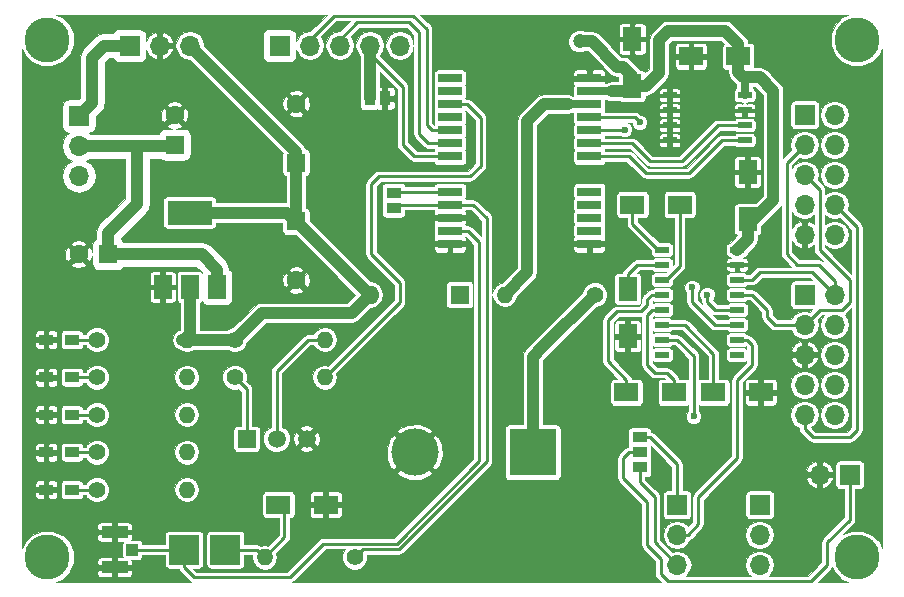
<source format=gbr>
G04 #@! TF.FileFunction,Copper,L1,Top,Signal*
%FSLAX46Y46*%
G04 Gerber Fmt 4.6, Leading zero omitted, Abs format (unit mm)*
G04 Created by KiCad (PCBNEW 4.0.4-stable) date 12/11/17 12:25:10*
%MOMM*%
%LPD*%
G01*
G04 APERTURE LIST*
%ADD10C,0.100000*%
%ADD11C,0.600000*%
%ADD12R,1.143000X0.508000*%
%ADD13R,1.700000X1.700000*%
%ADD14O,1.700000X1.700000*%
%ADD15C,3.800000*%
%ADD16R,1.600000X1.600000*%
%ADD17C,1.600000*%
%ADD18R,4.000000X4.000000*%
%ADD19C,4.000000*%
%ADD20O,1.600000X1.600000*%
%ADD21R,1.000000X1.000000*%
%ADD22R,2.200000X1.000000*%
%ADD23R,2.500000X2.500000*%
%ADD24C,1.520000*%
%ADD25R,1.520000X1.520000*%
%ADD26C,1.400000*%
%ADD27O,1.400000X1.400000*%
%ADD28R,3.800000X2.000000*%
%ADD29R,1.500000X2.000000*%
%ADD30R,2.000000X0.800000*%
%ADD31R,1.270000X0.970000*%
%ADD32R,0.970000X1.270000*%
%ADD33R,2.000000X1.600000*%
%ADD34R,1.600000X2.000000*%
%ADD35R,1.200000X0.900000*%
%ADD36C,1.200000*%
%ADD37C,0.250000*%
%ADD38C,1.000000*%
%ADD39C,0.690000*%
G04 APERTURE END LIST*
D10*
D11*
X103886000Y-87630000D03*
X101727000Y-87630000D03*
X114427000Y-105791000D03*
X115824000Y-78994000D03*
X78740000Y-63119000D03*
X75311000Y-101727000D03*
D12*
X106680000Y-78105000D03*
X106680000Y-80645000D03*
X106680000Y-81915000D03*
X106680000Y-83185000D03*
X106680000Y-84455000D03*
X106680000Y-85725000D03*
X106680000Y-86995000D03*
X100330000Y-86995000D03*
X100330000Y-85725000D03*
X100330000Y-84455000D03*
X100330000Y-83185000D03*
X100330000Y-81915000D03*
X100330000Y-80645000D03*
X100330000Y-79375000D03*
X100330000Y-78105000D03*
X106680000Y-79375000D03*
D13*
X112395000Y-66675000D03*
D14*
X114935000Y-66675000D03*
X112395000Y-69215000D03*
X114935000Y-69215000D03*
X112395000Y-71755000D03*
X114935000Y-71755000D03*
X112395000Y-74295000D03*
X114935000Y-74295000D03*
X112395000Y-76835000D03*
X114935000Y-76835000D03*
D15*
X116840000Y-104140000D03*
X116840000Y-60325000D03*
X48260000Y-60325000D03*
D16*
X53427000Y-78486000D03*
D17*
X50927000Y-78486000D03*
D16*
X59055000Y-69215000D03*
D17*
X59055000Y-66715000D03*
D18*
X89375000Y-95250000D03*
D19*
X79375000Y-95250000D03*
D16*
X83185000Y-81915000D03*
D20*
X75565000Y-81915000D03*
D12*
X107315000Y-65024000D03*
X107315000Y-66294000D03*
X107315000Y-67564000D03*
X107315000Y-68834000D03*
X100965000Y-68834000D03*
X100965000Y-67564000D03*
X100965000Y-66294000D03*
X100965000Y-65024000D03*
D21*
X55475000Y-103505000D03*
D22*
X53975000Y-105005000D03*
X53975000Y-102005000D03*
D13*
X50960814Y-66797522D03*
D14*
X50960814Y-69337522D03*
X50960814Y-71877522D03*
D13*
X101600000Y-99695000D03*
D14*
X101600000Y-102235000D03*
X101600000Y-104775000D03*
D13*
X108585000Y-99695000D03*
D14*
X108585000Y-102235000D03*
X108585000Y-104775000D03*
D23*
X59845000Y-103505000D03*
X63345000Y-103505000D03*
D13*
X67945000Y-60833000D03*
D14*
X70485000Y-60833000D03*
X73025000Y-60833000D03*
X75565000Y-60833000D03*
X78105000Y-60833000D03*
D13*
X112395000Y-81915000D03*
D14*
X114935000Y-81915000D03*
X112395000Y-84455000D03*
X114935000Y-84455000D03*
X112395000Y-86995000D03*
X114935000Y-86995000D03*
X112395000Y-89535000D03*
X114935000Y-89535000D03*
X112395000Y-92075000D03*
X114935000Y-92075000D03*
D24*
X67691000Y-94107000D03*
X70231000Y-94107000D03*
D25*
X65151000Y-94107000D03*
D26*
X64135000Y-88900000D03*
D27*
X71755000Y-88900000D03*
D26*
X74295000Y-104140000D03*
D27*
X66675000Y-104140000D03*
D26*
X64135000Y-85725000D03*
D27*
X71755000Y-85725000D03*
D26*
X94615000Y-81915000D03*
D27*
X86995000Y-81915000D03*
D26*
X52451000Y-85725000D03*
D27*
X60071000Y-85725000D03*
D26*
X52451000Y-92075000D03*
D27*
X60071000Y-92075000D03*
D26*
X52451000Y-88900000D03*
D27*
X60071000Y-88900000D03*
D26*
X52451000Y-95250000D03*
D27*
X60071000Y-95250000D03*
D26*
X52451000Y-98425000D03*
D27*
X60071000Y-98425000D03*
D28*
X60339000Y-74955000D03*
D29*
X60339000Y-81255000D03*
X62639000Y-81255000D03*
X58039000Y-81255000D03*
D30*
X82361000Y-63597000D03*
X82361000Y-64697000D03*
X82361000Y-65797000D03*
X82361000Y-66897000D03*
X82361000Y-67997000D03*
X82361000Y-69097000D03*
X82361000Y-70197000D03*
X82361000Y-73197000D03*
X82361000Y-74297000D03*
X82361000Y-75397000D03*
X82361000Y-76497000D03*
X82361000Y-77597000D03*
X94161000Y-77597000D03*
X94161000Y-76497000D03*
X94161000Y-75397000D03*
X94161000Y-74297000D03*
X94161000Y-73197000D03*
X94161000Y-70197000D03*
X94161000Y-69097000D03*
X94161000Y-67997000D03*
X94161000Y-66897000D03*
X94161000Y-65797000D03*
X94161000Y-64697000D03*
X94161000Y-63597000D03*
D13*
X55245000Y-60833000D03*
D14*
X57785000Y-60833000D03*
X60325000Y-60833000D03*
D15*
X48260000Y-104140000D03*
D13*
X116205000Y-97155000D03*
D14*
X113665000Y-97155000D03*
D31*
X98425000Y-93980000D03*
X98425000Y-95250000D03*
X98425000Y-96520000D03*
X77597000Y-74554000D03*
X77597000Y-73274000D03*
D32*
X75560000Y-65278000D03*
X76840000Y-65278000D03*
D11*
X76454000Y-85725000D03*
D33*
X71850000Y-99695000D03*
X67850000Y-99695000D03*
D16*
X69342000Y-70739000D03*
D17*
X69342000Y-65739000D03*
D16*
X69342000Y-75692000D03*
D17*
X69342000Y-80692000D03*
D34*
X97790000Y-64262000D03*
X97790000Y-60262000D03*
D33*
X97822000Y-74295000D03*
X101822000Y-74295000D03*
X97314000Y-90170000D03*
X101314000Y-90170000D03*
D34*
X107569000Y-75533000D03*
X107569000Y-71533000D03*
D33*
X106775000Y-61722000D03*
X102775000Y-61722000D03*
D34*
X97409000Y-81439000D03*
X97409000Y-85439000D03*
D33*
X108680000Y-90170000D03*
X104680000Y-90170000D03*
D35*
X48176000Y-85725000D03*
X50376000Y-85725000D03*
X48176000Y-92075000D03*
X50376000Y-92075000D03*
X48176000Y-88900000D03*
X50376000Y-88900000D03*
X48176000Y-95250000D03*
X50376000Y-95250000D03*
X50376000Y-98425000D03*
X48176000Y-98425000D03*
D36*
X93345000Y-60452000D03*
D11*
X104140000Y-81915000D03*
X98425000Y-67310000D03*
X102870000Y-81280000D03*
X97155000Y-67945000D03*
X102997000Y-92202000D03*
D37*
X68350000Y-99695000D02*
X68350000Y-102465000D01*
X68350000Y-102465000D02*
X66675000Y-104140000D01*
X63345000Y-103505000D02*
X66040000Y-103505000D01*
X66040000Y-103505000D02*
X66675000Y-104140000D01*
D38*
X50960814Y-69337522D02*
X55880000Y-69337522D01*
X55880000Y-69337522D02*
X58932478Y-69337522D01*
X53427000Y-78486000D02*
X53427000Y-76686000D01*
X53427000Y-76686000D02*
X55880000Y-74233000D01*
X55880000Y-74233000D02*
X55880000Y-69337522D01*
X53427000Y-78486000D02*
X61341000Y-78486000D01*
X61341000Y-78486000D02*
X62639000Y-79784000D01*
X62639000Y-79784000D02*
X62639000Y-81255000D01*
X58932478Y-69337522D02*
X59055000Y-69215000D01*
X97028000Y-62611000D02*
X97790000Y-63373000D01*
X97790000Y-63373000D02*
X97790000Y-64262000D01*
X96538998Y-62611000D02*
X97028000Y-62611000D01*
X93345000Y-60452000D02*
X94379998Y-60452000D01*
X94379998Y-60452000D02*
X96538998Y-62611000D01*
X107569000Y-75533000D02*
X108109000Y-75533000D01*
X108585000Y-63500000D02*
X107188000Y-63500000D01*
X108109000Y-75533000D02*
X109745990Y-73896010D01*
X109745990Y-73896010D02*
X109745990Y-64660990D01*
X109745990Y-64660990D02*
X108585000Y-63500000D01*
X107569000Y-77216000D02*
X107569000Y-75533000D01*
X106680000Y-78105000D02*
X107569000Y-77216000D01*
X60325000Y-60833000D02*
X69342000Y-69850000D01*
X69342000Y-69850000D02*
X69342000Y-70739000D01*
D39*
X107315000Y-65024000D02*
X107315000Y-63627000D01*
X107315000Y-63627000D02*
X107188000Y-63500000D01*
D38*
X106775000Y-60674000D02*
X105664000Y-59563000D01*
X105664000Y-59563000D02*
X100838000Y-59563000D01*
X106775000Y-61722000D02*
X106775000Y-60674000D01*
X100076000Y-60325000D02*
X100838000Y-59563000D01*
X100076000Y-63119000D02*
X100076000Y-60325000D01*
X98933000Y-64262000D02*
X100076000Y-63119000D01*
X97790000Y-64262000D02*
X98933000Y-64262000D01*
X106775000Y-63087000D02*
X106775000Y-61722000D01*
X107188000Y-63500000D02*
X106775000Y-63087000D01*
X96107001Y-64697000D02*
X97355000Y-64697000D01*
X97355000Y-64697000D02*
X97790000Y-64262000D01*
X66421000Y-83439000D02*
X74041000Y-83439000D01*
X74041000Y-83439000D02*
X75565000Y-81915000D01*
X64135000Y-85725000D02*
X66421000Y-83439000D01*
X69342000Y-75692000D02*
X75565000Y-81915000D01*
X60339000Y-81255000D02*
X60339000Y-85457000D01*
X60339000Y-85457000D02*
X60071000Y-85725000D01*
X69342000Y-70739000D02*
X69342000Y-75692000D01*
X60339000Y-74955000D02*
X68605000Y-74955000D01*
X68605000Y-74955000D02*
X69342000Y-75692000D01*
X59690000Y-85725000D02*
X63881000Y-85725000D01*
D39*
X94161000Y-64697000D02*
X96107001Y-64697000D01*
D37*
X97822000Y-74295000D02*
X97822000Y-75914500D01*
X97822000Y-75914500D02*
X100012500Y-78105000D01*
X100012500Y-78105000D02*
X100330000Y-78105000D01*
X100330000Y-80645000D02*
X100647500Y-80645000D01*
X100647500Y-80645000D02*
X101822000Y-79470500D01*
X101822000Y-79470500D02*
X101822000Y-74295000D01*
X97314000Y-90170000D02*
X97314000Y-89120000D01*
X95758000Y-87564000D02*
X95758000Y-84074000D01*
X97314000Y-89120000D02*
X95758000Y-87564000D01*
X95758000Y-84074000D02*
X96520000Y-83312000D01*
X96520000Y-83312000D02*
X98552000Y-83312000D01*
X99060000Y-82804000D02*
X99060000Y-82296000D01*
X98552000Y-83312000D02*
X99060000Y-82804000D01*
X99060000Y-82296000D02*
X99441000Y-81915000D01*
X99441000Y-81915000D02*
X100330000Y-81915000D01*
X101314000Y-90170000D02*
X101314000Y-89120000D01*
X100713000Y-88519000D02*
X99695000Y-88519000D01*
X101314000Y-89120000D02*
X100713000Y-88519000D01*
X99695000Y-88519000D02*
X99060000Y-87884000D01*
X99060000Y-87884000D02*
X99060000Y-83633500D01*
X99060000Y-83633500D02*
X99508500Y-83185000D01*
X99508500Y-83185000D02*
X100330000Y-83185000D01*
X97409000Y-81439000D02*
X97409000Y-80189000D01*
X97409000Y-80189000D02*
X98223000Y-79375000D01*
X98223000Y-79375000D02*
X99508500Y-79375000D01*
X99508500Y-79375000D02*
X100330000Y-79375000D01*
X100330000Y-84455000D02*
X102235000Y-84455000D01*
X102235000Y-84455000D02*
X104680000Y-86900000D01*
X104680000Y-86900000D02*
X104680000Y-90170000D01*
X50376000Y-85725000D02*
X52451000Y-85725000D01*
X50376000Y-92075000D02*
X52451000Y-92075000D01*
X50376000Y-88900000D02*
X52451000Y-88900000D01*
X50376000Y-95250000D02*
X52451000Y-95250000D01*
X104140000Y-82550000D02*
X104775000Y-83185000D01*
X104775000Y-83185000D02*
X106680000Y-83185000D01*
X104140000Y-81915000D02*
X104140000Y-82550000D01*
X98012000Y-66897000D02*
X98425000Y-67310000D01*
X94161000Y-66897000D02*
X98012000Y-66897000D01*
X102870000Y-82550000D02*
X104775000Y-84455000D01*
X104775000Y-84455000D02*
X106680000Y-84455000D01*
X102870000Y-81280000D02*
X102870000Y-82550000D01*
X94161000Y-67997000D02*
X97103000Y-67997000D01*
X97103000Y-67997000D02*
X97155000Y-67945000D01*
X106680000Y-85725000D02*
X107501500Y-85725000D01*
X103378000Y-99060000D02*
X103378000Y-101346000D01*
X107501500Y-85725000D02*
X107950000Y-86173500D01*
X107950000Y-86173500D02*
X107950000Y-87884000D01*
X107950000Y-87884000D02*
X106680000Y-89154000D01*
X106680000Y-89154000D02*
X106680000Y-95758000D01*
X103378000Y-101346000D02*
X102489000Y-102235000D01*
X106680000Y-95758000D02*
X103378000Y-99060000D01*
X102489000Y-102235000D02*
X101600000Y-102235000D01*
X101600000Y-102235000D02*
X102235000Y-102235000D01*
X106680000Y-85725000D02*
X106997500Y-85725000D01*
X100330000Y-85725000D02*
X101600000Y-85725000D01*
X101600000Y-85725000D02*
X102997000Y-87122000D01*
X102997000Y-87122000D02*
X102997000Y-88900000D01*
X102997000Y-88900000D02*
X102997000Y-92202000D01*
X105029000Y-67564000D02*
X107315000Y-67564000D01*
X101981000Y-70612000D02*
X105029000Y-67564000D01*
X99314000Y-70612000D02*
X101981000Y-70612000D01*
X97799000Y-69097000D02*
X99314000Y-70612000D01*
X94161000Y-69097000D02*
X97799000Y-69097000D01*
X105410000Y-68834000D02*
X107315000Y-68834000D01*
X102616000Y-71628000D02*
X105410000Y-68834000D01*
X98933000Y-71628000D02*
X102616000Y-71628000D01*
X97502000Y-70197000D02*
X98933000Y-71628000D01*
X94161000Y-70197000D02*
X97502000Y-70197000D01*
X59845000Y-103505000D02*
X59845000Y-105005000D01*
X59845000Y-105005000D02*
X60670001Y-105830001D01*
X60670001Y-105830001D02*
X68794999Y-105830001D01*
X68794999Y-105830001D02*
X71635009Y-102989991D01*
X71635009Y-102989991D02*
X77858599Y-102989991D01*
X77858599Y-102989991D02*
X84836000Y-96012590D01*
X84836000Y-96012590D02*
X84836000Y-77470000D01*
X84836000Y-77470000D02*
X83863000Y-76497000D01*
X83863000Y-76497000D02*
X82361000Y-76497000D01*
X55475000Y-103505000D02*
X59845000Y-103505000D01*
D38*
X53086000Y-60833000D02*
X55245000Y-60833000D01*
X52070000Y-61849000D02*
X53086000Y-60833000D01*
X52070000Y-65688336D02*
X52070000Y-61849000D01*
X52070000Y-65688336D02*
X50960814Y-66797522D01*
D37*
X82361000Y-65797000D02*
X83831000Y-65797000D01*
X83831000Y-65797000D02*
X84963000Y-66929000D01*
X84963000Y-66929000D02*
X84963000Y-70993000D01*
X84963000Y-70993000D02*
X84074000Y-71882000D01*
X78105000Y-82550000D02*
X77343000Y-83312000D01*
X84074000Y-71882000D02*
X76327000Y-71882000D01*
X77343000Y-83312000D02*
X71755000Y-88900000D01*
X76327000Y-71882000D02*
X75692000Y-72517000D01*
X75692000Y-72517000D02*
X75692000Y-78486000D01*
X75692000Y-78486000D02*
X78105000Y-80899000D01*
X78105000Y-80899000D02*
X78105000Y-82550000D01*
X98425000Y-93980000D02*
X99310000Y-93980000D01*
X99310000Y-93980000D02*
X101600000Y-96270000D01*
X101600000Y-96270000D02*
X101600000Y-98595000D01*
X101600000Y-98595000D02*
X101600000Y-99695000D01*
X67691000Y-94107000D02*
X67691000Y-88392000D01*
X67691000Y-88392000D02*
X70358000Y-85725000D01*
X70358000Y-85725000D02*
X71755000Y-85725000D01*
X99695000Y-99060000D02*
X99695000Y-102870000D01*
X99695000Y-102870000D02*
X101600000Y-104775000D01*
X98425000Y-97790000D02*
X99695000Y-99060000D01*
X98425000Y-96520000D02*
X98425000Y-97790000D01*
X70485000Y-60325000D02*
X72517000Y-58293000D01*
X72517000Y-58293000D02*
X79248000Y-58293000D01*
X79248000Y-58293000D02*
X80391000Y-59436000D01*
X80391000Y-59436000D02*
X80391000Y-67564000D01*
X80391000Y-67564000D02*
X80824000Y-67997000D01*
X80824000Y-67997000D02*
X82361000Y-67997000D01*
X79756000Y-68326000D02*
X80527000Y-69097000D01*
X80527000Y-69097000D02*
X82361000Y-69097000D01*
X79756000Y-59690000D02*
X79756000Y-68326000D01*
X78915999Y-58849999D02*
X79756000Y-59690000D01*
X73025000Y-60325000D02*
X74500001Y-58849999D01*
X74500001Y-58849999D02*
X78915999Y-58849999D01*
X65151000Y-89916000D02*
X65151000Y-94107000D01*
X64135000Y-88900000D02*
X65151000Y-89916000D01*
X81109000Y-74295000D02*
X77856000Y-74295000D01*
X77793010Y-74357990D02*
X77793010Y-74554000D01*
X77856000Y-74295000D02*
X77793010Y-74357990D01*
X82361000Y-74297000D02*
X81111000Y-74297000D01*
X81111000Y-74297000D02*
X81109000Y-74295000D01*
X74295000Y-104140000D02*
X74994999Y-103440001D01*
X74994999Y-103440001D02*
X78045000Y-103440000D01*
X78045000Y-103440000D02*
X85471000Y-96014000D01*
X85471000Y-96014000D02*
X85471000Y-95801000D01*
X85471000Y-95801000D02*
X85471000Y-75438000D01*
X85471000Y-75438000D02*
X84330000Y-74297000D01*
X84330000Y-74297000D02*
X82361000Y-74297000D01*
X82361000Y-73197000D02*
X77870010Y-73197000D01*
X77870010Y-73197000D02*
X77793010Y-73274000D01*
X82361000Y-73197000D02*
X82961000Y-73197000D01*
D38*
X75560000Y-65278000D02*
X75560000Y-60838000D01*
X75560000Y-60838000D02*
X75565000Y-60833000D01*
D37*
X78359000Y-69215000D02*
X79341000Y-70197000D01*
X79341000Y-70197000D02*
X82361000Y-70197000D01*
X78359000Y-64321081D02*
X78359000Y-69215000D01*
X75565000Y-60325000D02*
X75565000Y-61527081D01*
X75565000Y-61527081D02*
X78359000Y-64321081D01*
X52451000Y-98425000D02*
X50376000Y-98425000D01*
D38*
X89375000Y-95250000D02*
X89375000Y-87155000D01*
X89375000Y-87155000D02*
X90170000Y-86360000D01*
X90170000Y-86360000D02*
X94615000Y-81915000D01*
D39*
X94161000Y-65797000D02*
X92340000Y-65797000D01*
X92340000Y-65797000D02*
X92329000Y-65786000D01*
D38*
X90297000Y-65786000D02*
X92329000Y-65786000D01*
X88900000Y-67183000D02*
X90297000Y-65786000D01*
X88900000Y-80010000D02*
X88900000Y-67183000D01*
X86995000Y-81915000D02*
X88900000Y-80010000D01*
D37*
X114935000Y-81915000D02*
X114935000Y-80712919D01*
X114935000Y-80712919D02*
X113597081Y-79375000D01*
X113597081Y-79375000D02*
X111760000Y-79375000D01*
X111760000Y-79375000D02*
X110871000Y-78486000D01*
X110871000Y-78486000D02*
X110871000Y-70739000D01*
X110871000Y-70739000D02*
X112395000Y-69215000D01*
X106680000Y-80645000D02*
X107950000Y-80645000D01*
X107950000Y-80645000D02*
X108585000Y-80010000D01*
X108585000Y-80010000D02*
X113030000Y-80010000D01*
X113030000Y-80010000D02*
X114935000Y-81915000D01*
X106680000Y-80645000D02*
X106997500Y-80645000D01*
X116840000Y-93345000D02*
X116840000Y-76200000D01*
X112395000Y-93277081D02*
X113097919Y-93980000D01*
X112395000Y-92075000D02*
X112395000Y-93277081D01*
X113097919Y-93980000D02*
X116205000Y-93980000D01*
X116205000Y-93980000D02*
X116840000Y-93345000D01*
X116840000Y-76200000D02*
X114935000Y-74295000D01*
X97540000Y-95250000D02*
X97028000Y-95762000D01*
X99060000Y-103124000D02*
X99060000Y-99441000D01*
X100203000Y-105537000D02*
X100203000Y-104267000D01*
X116205000Y-97155000D02*
X116205000Y-100965000D01*
X116205000Y-100965000D02*
X114300000Y-102870000D01*
X114300000Y-102870000D02*
X114300000Y-104775000D01*
X114300000Y-104775000D02*
X112903000Y-106172000D01*
X112903000Y-106172000D02*
X100838000Y-106172000D01*
X100838000Y-106172000D02*
X100203000Y-105537000D01*
X100203000Y-104267000D02*
X99060000Y-103124000D01*
X99060000Y-99441000D02*
X97028000Y-97409000D01*
X97028000Y-97409000D02*
X97028000Y-95762000D01*
X98425000Y-95250000D02*
X97540000Y-95250000D01*
X109855000Y-84455000D02*
X112395000Y-84455000D01*
X112395000Y-84455000D02*
X113665000Y-83185000D01*
X113665000Y-83185000D02*
X115570000Y-83185000D01*
X115570000Y-83185000D02*
X116205000Y-82550000D01*
X116205000Y-82550000D02*
X116205000Y-80645000D01*
X116205000Y-80645000D02*
X113665000Y-78105000D01*
X113665000Y-78105000D02*
X113665000Y-73025000D01*
X113665000Y-73025000D02*
X112395000Y-71755000D01*
X109220000Y-83820000D02*
X109855000Y-84455000D01*
X109220000Y-83185000D02*
X109220000Y-83820000D01*
X106680000Y-81915000D02*
X107950000Y-81915000D01*
X107950000Y-81915000D02*
X109220000Y-83185000D01*
X106680000Y-81915000D02*
X106362500Y-81915000D01*
D10*
G36*
X114931431Y-105412858D02*
X115563813Y-106046345D01*
X116066311Y-106255000D01*
X113491752Y-106255000D01*
X114635873Y-105110878D01*
X114635876Y-105110876D01*
X114738843Y-104956775D01*
X114740188Y-104950015D01*
X114931431Y-105412858D01*
X114931431Y-105412858D01*
G37*
X114931431Y-105412858D02*
X115563813Y-106046345D01*
X116066311Y-106255000D01*
X113491752Y-106255000D01*
X114635873Y-105110878D01*
X114635876Y-105110876D01*
X114738843Y-104956775D01*
X114740188Y-104950015D01*
X114931431Y-105412858D01*
G36*
X70521497Y-59616751D02*
X70485000Y-59609491D01*
X70025780Y-59700836D01*
X69636472Y-59960963D01*
X69376345Y-60350271D01*
X69355775Y-60453683D01*
X69355775Y-59983000D01*
X69317424Y-59779182D01*
X69196968Y-59591988D01*
X69013173Y-59466406D01*
X68795000Y-59422225D01*
X67095000Y-59422225D01*
X66891182Y-59460576D01*
X66703988Y-59581032D01*
X66578406Y-59764827D01*
X66534225Y-59983000D01*
X66534225Y-61683000D01*
X66572576Y-61886818D01*
X66693032Y-62074012D01*
X66876827Y-62199594D01*
X67095000Y-62243775D01*
X68795000Y-62243775D01*
X68998818Y-62205424D01*
X69186012Y-62084968D01*
X69311594Y-61901173D01*
X69355775Y-61683000D01*
X69355775Y-61212317D01*
X69376345Y-61315729D01*
X69636472Y-61705037D01*
X70025780Y-61965164D01*
X70485000Y-62056509D01*
X70944220Y-61965164D01*
X71333528Y-61705037D01*
X71593655Y-61315729D01*
X71685000Y-60856509D01*
X71685000Y-60809491D01*
X71593655Y-60350271D01*
X71408534Y-60073218D01*
X72713752Y-58768000D01*
X73910249Y-58768000D01*
X73061497Y-59616751D01*
X73025000Y-59609491D01*
X72565780Y-59700836D01*
X72176472Y-59960963D01*
X71916345Y-60350271D01*
X71825000Y-60809491D01*
X71825000Y-60856509D01*
X71916345Y-61315729D01*
X72176472Y-61705037D01*
X72565780Y-61965164D01*
X73025000Y-62056509D01*
X73484220Y-61965164D01*
X73873528Y-61705037D01*
X74133655Y-61315729D01*
X74225000Y-60856509D01*
X74225000Y-60809491D01*
X74133655Y-60350271D01*
X73948534Y-60073218D01*
X74696752Y-59324999D01*
X78719247Y-59324999D01*
X79281000Y-59886752D01*
X79281000Y-60688835D01*
X79213655Y-60350271D01*
X78953528Y-59960963D01*
X78564220Y-59700836D01*
X78105000Y-59609491D01*
X77645780Y-59700836D01*
X77256472Y-59960963D01*
X76996345Y-60350271D01*
X76905000Y-60809491D01*
X76905000Y-60856509D01*
X76996345Y-61315729D01*
X77256472Y-61705037D01*
X77645780Y-61965164D01*
X78105000Y-62056509D01*
X78564220Y-61965164D01*
X78953528Y-61705037D01*
X79213655Y-61315729D01*
X79281000Y-60977165D01*
X79281000Y-68326000D01*
X79317157Y-68507775D01*
X79420124Y-68661876D01*
X80191122Y-69432873D01*
X80191124Y-69432876D01*
X80345225Y-69535843D01*
X80372172Y-69541203D01*
X80527000Y-69572001D01*
X80527005Y-69572000D01*
X81018256Y-69572000D01*
X81028549Y-69626702D01*
X81040774Y-69645701D01*
X81032259Y-69658163D01*
X81019332Y-69722000D01*
X79537752Y-69722000D01*
X78834000Y-69018248D01*
X78834000Y-64321086D01*
X78834001Y-64321081D01*
X78797843Y-64139307D01*
X78797843Y-64139306D01*
X78694876Y-63985205D01*
X76414001Y-61704330D01*
X76673655Y-61315729D01*
X76765000Y-60856509D01*
X76765000Y-60809491D01*
X76673655Y-60350271D01*
X76413528Y-59960963D01*
X76024220Y-59700836D01*
X75565000Y-59609491D01*
X75105780Y-59700836D01*
X74716472Y-59960963D01*
X74456345Y-60350271D01*
X74365000Y-60809491D01*
X74365000Y-60856509D01*
X74456345Y-61315729D01*
X74710000Y-61695351D01*
X74710000Y-65278000D01*
X74718144Y-65318943D01*
X74718144Y-65913000D01*
X74742549Y-66042702D01*
X74819203Y-66161825D01*
X74936163Y-66241741D01*
X75075000Y-66269856D01*
X76045000Y-66269856D01*
X76174702Y-66245451D01*
X76201454Y-66228236D01*
X76285380Y-66263000D01*
X76552500Y-66263000D01*
X76640000Y-66175500D01*
X76640000Y-65478000D01*
X77040000Y-65478000D01*
X77040000Y-66175500D01*
X77127500Y-66263000D01*
X77394620Y-66263000D01*
X77523259Y-66209715D01*
X77621716Y-66111259D01*
X77675000Y-65982619D01*
X77675000Y-65565500D01*
X77587500Y-65478000D01*
X77040000Y-65478000D01*
X76640000Y-65478000D01*
X76620000Y-65478000D01*
X76620000Y-65078000D01*
X76640000Y-65078000D01*
X76640000Y-64380500D01*
X77040000Y-64380500D01*
X77040000Y-65078000D01*
X77587500Y-65078000D01*
X77675000Y-64990500D01*
X77675000Y-64573381D01*
X77621716Y-64444741D01*
X77523259Y-64346285D01*
X77394620Y-64293000D01*
X77127500Y-64293000D01*
X77040000Y-64380500D01*
X76640000Y-64380500D01*
X76552500Y-64293000D01*
X76410000Y-64293000D01*
X76410000Y-63043833D01*
X77884000Y-64517833D01*
X77884000Y-69215000D01*
X77920157Y-69396775D01*
X78023124Y-69550876D01*
X79005124Y-70532876D01*
X79159225Y-70635843D01*
X79189384Y-70641842D01*
X79341000Y-70672001D01*
X79341005Y-70672000D01*
X81018256Y-70672000D01*
X81028549Y-70726702D01*
X81105203Y-70845825D01*
X81222163Y-70925741D01*
X81361000Y-70953856D01*
X83361000Y-70953856D01*
X83490702Y-70929451D01*
X83609825Y-70852797D01*
X83689741Y-70735837D01*
X83717856Y-70597000D01*
X83717856Y-69797000D01*
X83693451Y-69667298D01*
X83681226Y-69648299D01*
X83689741Y-69635837D01*
X83717856Y-69497000D01*
X83717856Y-68697000D01*
X83693451Y-68567298D01*
X83681226Y-68548299D01*
X83689741Y-68535837D01*
X83717856Y-68397000D01*
X83717856Y-67597000D01*
X83693451Y-67467298D01*
X83681226Y-67448299D01*
X83689741Y-67435837D01*
X83717856Y-67297000D01*
X83717856Y-66497000D01*
X83693451Y-66367298D01*
X83681226Y-66348299D01*
X83689741Y-66335837D01*
X83691146Y-66328898D01*
X84488000Y-67125752D01*
X84488000Y-70796248D01*
X83877248Y-71407000D01*
X76327005Y-71407000D01*
X76327000Y-71406999D01*
X76175384Y-71437158D01*
X76145225Y-71443157D01*
X75991124Y-71546124D01*
X75991122Y-71546127D01*
X75356124Y-72181124D01*
X75253157Y-72335225D01*
X75217000Y-72517000D01*
X75217000Y-78486000D01*
X75253157Y-78667775D01*
X75356124Y-78821876D01*
X77630000Y-81095751D01*
X77630000Y-82353248D01*
X77007124Y-82976124D01*
X77007122Y-82976127D01*
X72073906Y-87909342D01*
X71775571Y-87850000D01*
X71734429Y-87850000D01*
X71332611Y-87929926D01*
X70991967Y-88157538D01*
X70764355Y-88498182D01*
X70684429Y-88900000D01*
X70764355Y-89301818D01*
X70991967Y-89642462D01*
X71332611Y-89870074D01*
X71734429Y-89950000D01*
X71775571Y-89950000D01*
X72177389Y-89870074D01*
X72518033Y-89642462D01*
X72745645Y-89301818D01*
X72825571Y-88900000D01*
X72759403Y-88567349D01*
X77678873Y-83647878D01*
X77678876Y-83647876D01*
X78440876Y-82885876D01*
X78465433Y-82849124D01*
X78543843Y-82731775D01*
X78559373Y-82653702D01*
X78580001Y-82550000D01*
X78580000Y-82549995D01*
X78580000Y-81115000D01*
X82028144Y-81115000D01*
X82028144Y-82715000D01*
X82052549Y-82844702D01*
X82129203Y-82963825D01*
X82246163Y-83043741D01*
X82385000Y-83071856D01*
X83985000Y-83071856D01*
X84114702Y-83047451D01*
X84233825Y-82970797D01*
X84313741Y-82853837D01*
X84341856Y-82715000D01*
X84341856Y-81115000D01*
X84317451Y-80985298D01*
X84240797Y-80866175D01*
X84123837Y-80786259D01*
X83985000Y-80758144D01*
X82385000Y-80758144D01*
X82255298Y-80782549D01*
X82136175Y-80859203D01*
X82056259Y-80976163D01*
X82028144Y-81115000D01*
X78580000Y-81115000D01*
X78580000Y-80899000D01*
X78543843Y-80717225D01*
X78440876Y-80563124D01*
X78440873Y-80563122D01*
X76167000Y-78289248D01*
X76167000Y-77884500D01*
X81011000Y-77884500D01*
X81011000Y-78066620D01*
X81064285Y-78195259D01*
X81162741Y-78293716D01*
X81291381Y-78347000D01*
X82073500Y-78347000D01*
X82161000Y-78259500D01*
X82161000Y-77797000D01*
X82561000Y-77797000D01*
X82561000Y-78259500D01*
X82648500Y-78347000D01*
X83430619Y-78347000D01*
X83559259Y-78293716D01*
X83657715Y-78195259D01*
X83711000Y-78066620D01*
X83711000Y-77884500D01*
X83623500Y-77797000D01*
X82561000Y-77797000D01*
X82161000Y-77797000D01*
X81098500Y-77797000D01*
X81011000Y-77884500D01*
X76167000Y-77884500D01*
X76167000Y-72713752D01*
X76523751Y-72357000D01*
X84074000Y-72357000D01*
X84255775Y-72320843D01*
X84409876Y-72217876D01*
X85298876Y-71328876D01*
X85354586Y-71245500D01*
X85401843Y-71174775D01*
X85438000Y-70993000D01*
X85438000Y-66929005D01*
X85438001Y-66929000D01*
X85401843Y-66747226D01*
X85401843Y-66747225D01*
X85298876Y-66593124D01*
X84166876Y-65461124D01*
X84012775Y-65358157D01*
X83831000Y-65322000D01*
X83703744Y-65322000D01*
X83693451Y-65267298D01*
X83681226Y-65248299D01*
X83689741Y-65235837D01*
X83717856Y-65097000D01*
X83717856Y-64297000D01*
X83693451Y-64167298D01*
X83681226Y-64148299D01*
X83689741Y-64135837D01*
X83717856Y-63997000D01*
X83717856Y-63197000D01*
X83704757Y-63127380D01*
X92811000Y-63127380D01*
X92811000Y-63309500D01*
X92898500Y-63397000D01*
X93961000Y-63397000D01*
X93961000Y-62934500D01*
X94361000Y-62934500D01*
X94361000Y-63397000D01*
X95423500Y-63397000D01*
X95511000Y-63309500D01*
X95511000Y-63127380D01*
X95457715Y-62998741D01*
X95359259Y-62900284D01*
X95230619Y-62847000D01*
X94448500Y-62847000D01*
X94361000Y-62934500D01*
X93961000Y-62934500D01*
X93873500Y-62847000D01*
X93091381Y-62847000D01*
X92962741Y-62900284D01*
X92864285Y-62998741D01*
X92811000Y-63127380D01*
X83704757Y-63127380D01*
X83693451Y-63067298D01*
X83616797Y-62948175D01*
X83499837Y-62868259D01*
X83361000Y-62840144D01*
X81361000Y-62840144D01*
X81231298Y-62864549D01*
X81112175Y-62941203D01*
X81032259Y-63058163D01*
X81004144Y-63197000D01*
X81004144Y-63997000D01*
X81028549Y-64126702D01*
X81040774Y-64145701D01*
X81032259Y-64158163D01*
X81004144Y-64297000D01*
X81004144Y-65097000D01*
X81028549Y-65226702D01*
X81040774Y-65245701D01*
X81032259Y-65258163D01*
X81004144Y-65397000D01*
X81004144Y-66197000D01*
X81028549Y-66326702D01*
X81040774Y-66345701D01*
X81032259Y-66358163D01*
X81004144Y-66497000D01*
X81004144Y-67297000D01*
X81028549Y-67426702D01*
X81040774Y-67445701D01*
X81032259Y-67458163D01*
X81019571Y-67520820D01*
X80866000Y-67367248D01*
X80866000Y-59436000D01*
X80829843Y-59254225D01*
X80788521Y-59192381D01*
X96640000Y-59192381D01*
X96640000Y-59974500D01*
X96727500Y-60062000D01*
X97590000Y-60062000D01*
X97590000Y-58999500D01*
X97990000Y-58999500D01*
X97990000Y-60062000D01*
X98852500Y-60062000D01*
X98940000Y-59974500D01*
X98940000Y-59192381D01*
X98886716Y-59063741D01*
X98788259Y-58965285D01*
X98659620Y-58912000D01*
X98077500Y-58912000D01*
X97990000Y-58999500D01*
X97590000Y-58999500D01*
X97502500Y-58912000D01*
X96920380Y-58912000D01*
X96791741Y-58965285D01*
X96693284Y-59063741D01*
X96640000Y-59192381D01*
X80788521Y-59192381D01*
X80726876Y-59100124D01*
X79836752Y-58210000D01*
X116066743Y-58210000D01*
X115567142Y-58416431D01*
X114933655Y-59048813D01*
X114590392Y-59875484D01*
X114589610Y-60770589D01*
X114931431Y-61597858D01*
X115563813Y-62231345D01*
X116390484Y-62574608D01*
X117285589Y-62575390D01*
X118112858Y-62233569D01*
X118746345Y-61601187D01*
X118955000Y-61098689D01*
X118955000Y-103366743D01*
X118748569Y-102867142D01*
X118116187Y-102233655D01*
X117289516Y-101890392D01*
X116394411Y-101889610D01*
X115640725Y-102201027D01*
X116540876Y-101300876D01*
X116643843Y-101146775D01*
X116649842Y-101116616D01*
X116680001Y-100965000D01*
X116680000Y-100964995D01*
X116680000Y-98361856D01*
X117055000Y-98361856D01*
X117184702Y-98337451D01*
X117303825Y-98260797D01*
X117383741Y-98143837D01*
X117411856Y-98005000D01*
X117411856Y-96305000D01*
X117387451Y-96175298D01*
X117310797Y-96056175D01*
X117193837Y-95976259D01*
X117055000Y-95948144D01*
X115355000Y-95948144D01*
X115225298Y-95972549D01*
X115106175Y-96049203D01*
X115026259Y-96166163D01*
X114998144Y-96305000D01*
X114998144Y-98005000D01*
X115022549Y-98134702D01*
X115099203Y-98253825D01*
X115216163Y-98333741D01*
X115355000Y-98361856D01*
X115730000Y-98361856D01*
X115730000Y-100768248D01*
X113964124Y-102534124D01*
X113861157Y-102688225D01*
X113825000Y-102870000D01*
X113825000Y-104578249D01*
X112706248Y-105697000D01*
X109347078Y-105697000D01*
X109457037Y-105623528D01*
X109717164Y-105234220D01*
X109808509Y-104775000D01*
X109717164Y-104315780D01*
X109457037Y-103926472D01*
X109067729Y-103666345D01*
X108608509Y-103575000D01*
X108561491Y-103575000D01*
X108102271Y-103666345D01*
X107712963Y-103926472D01*
X107452836Y-104315780D01*
X107361491Y-104775000D01*
X107452836Y-105234220D01*
X107712963Y-105623528D01*
X107822922Y-105697000D01*
X102362078Y-105697000D01*
X102472037Y-105623528D01*
X102732164Y-105234220D01*
X102823509Y-104775000D01*
X102732164Y-104315780D01*
X102472037Y-103926472D01*
X102082729Y-103666345D01*
X101623509Y-103575000D01*
X101576491Y-103575000D01*
X101155494Y-103658742D01*
X100170000Y-102673248D01*
X100170000Y-102235000D01*
X100376491Y-102235000D01*
X100467836Y-102694220D01*
X100727963Y-103083528D01*
X101117271Y-103343655D01*
X101576491Y-103435000D01*
X101623509Y-103435000D01*
X102082729Y-103343655D01*
X102472037Y-103083528D01*
X102732164Y-102694220D01*
X102746248Y-102623413D01*
X102824876Y-102570876D01*
X103160752Y-102235000D01*
X107361491Y-102235000D01*
X107452836Y-102694220D01*
X107712963Y-103083528D01*
X108102271Y-103343655D01*
X108561491Y-103435000D01*
X108608509Y-103435000D01*
X109067729Y-103343655D01*
X109457037Y-103083528D01*
X109717164Y-102694220D01*
X109808509Y-102235000D01*
X109717164Y-101775780D01*
X109457037Y-101386472D01*
X109067729Y-101126345D01*
X108608509Y-101035000D01*
X108561491Y-101035000D01*
X108102271Y-101126345D01*
X107712963Y-101386472D01*
X107452836Y-101775780D01*
X107361491Y-102235000D01*
X103160752Y-102235000D01*
X103713876Y-101681876D01*
X103816843Y-101527775D01*
X103853000Y-101346000D01*
X103853000Y-99256752D01*
X104264752Y-98845000D01*
X107378144Y-98845000D01*
X107378144Y-100545000D01*
X107402549Y-100674702D01*
X107479203Y-100793825D01*
X107596163Y-100873741D01*
X107735000Y-100901856D01*
X109435000Y-100901856D01*
X109564702Y-100877451D01*
X109683825Y-100800797D01*
X109763741Y-100683837D01*
X109791856Y-100545000D01*
X109791856Y-98845000D01*
X109767451Y-98715298D01*
X109690797Y-98596175D01*
X109573837Y-98516259D01*
X109435000Y-98488144D01*
X107735000Y-98488144D01*
X107605298Y-98512549D01*
X107486175Y-98589203D01*
X107406259Y-98706163D01*
X107378144Y-98845000D01*
X104264752Y-98845000D01*
X105572116Y-97537636D01*
X112527619Y-97537636D01*
X112760625Y-97943766D01*
X113131314Y-98229814D01*
X113282367Y-98292362D01*
X113465000Y-98249375D01*
X113465000Y-97355000D01*
X113865000Y-97355000D01*
X113865000Y-98249375D01*
X114047633Y-98292362D01*
X114198686Y-98229814D01*
X114569375Y-97943766D01*
X114802381Y-97537636D01*
X114760735Y-97355000D01*
X113865000Y-97355000D01*
X113465000Y-97355000D01*
X112569265Y-97355000D01*
X112527619Y-97537636D01*
X105572116Y-97537636D01*
X106337388Y-96772364D01*
X112527619Y-96772364D01*
X112569265Y-96955000D01*
X113465000Y-96955000D01*
X113465000Y-96060625D01*
X113865000Y-96060625D01*
X113865000Y-96955000D01*
X114760735Y-96955000D01*
X114802381Y-96772364D01*
X114569375Y-96366234D01*
X114198686Y-96080186D01*
X114047633Y-96017638D01*
X113865000Y-96060625D01*
X113465000Y-96060625D01*
X113282367Y-96017638D01*
X113131314Y-96080186D01*
X112760625Y-96366234D01*
X112527619Y-96772364D01*
X106337388Y-96772364D01*
X107015876Y-96093876D01*
X107118843Y-95939775D01*
X107155000Y-95758000D01*
X107155000Y-90457500D01*
X107330000Y-90457500D01*
X107330000Y-91039620D01*
X107383285Y-91168259D01*
X107481741Y-91266716D01*
X107610381Y-91320000D01*
X108392500Y-91320000D01*
X108480000Y-91232500D01*
X108480000Y-90370000D01*
X108880000Y-90370000D01*
X108880000Y-91232500D01*
X108967500Y-91320000D01*
X109749619Y-91320000D01*
X109878259Y-91266716D01*
X109976715Y-91168259D01*
X110030000Y-91039620D01*
X110030000Y-90457500D01*
X109942500Y-90370000D01*
X108880000Y-90370000D01*
X108480000Y-90370000D01*
X107417500Y-90370000D01*
X107330000Y-90457500D01*
X107155000Y-90457500D01*
X107155000Y-89350752D01*
X107205372Y-89300380D01*
X107330000Y-89300380D01*
X107330000Y-89882500D01*
X107417500Y-89970000D01*
X108480000Y-89970000D01*
X108480000Y-89107500D01*
X108880000Y-89107500D01*
X108880000Y-89970000D01*
X109942500Y-89970000D01*
X110030000Y-89882500D01*
X110030000Y-89535000D01*
X111171491Y-89535000D01*
X111262836Y-89994220D01*
X111522963Y-90383528D01*
X111912271Y-90643655D01*
X112371491Y-90735000D01*
X112418509Y-90735000D01*
X112877729Y-90643655D01*
X113267037Y-90383528D01*
X113527164Y-89994220D01*
X113618509Y-89535000D01*
X113711491Y-89535000D01*
X113802836Y-89994220D01*
X114062963Y-90383528D01*
X114452271Y-90643655D01*
X114911491Y-90735000D01*
X114958509Y-90735000D01*
X115417729Y-90643655D01*
X115807037Y-90383528D01*
X116067164Y-89994220D01*
X116158509Y-89535000D01*
X116067164Y-89075780D01*
X115807037Y-88686472D01*
X115417729Y-88426345D01*
X114958509Y-88335000D01*
X114911491Y-88335000D01*
X114452271Y-88426345D01*
X114062963Y-88686472D01*
X113802836Y-89075780D01*
X113711491Y-89535000D01*
X113618509Y-89535000D01*
X113527164Y-89075780D01*
X113267037Y-88686472D01*
X112877729Y-88426345D01*
X112418509Y-88335000D01*
X112371491Y-88335000D01*
X111912271Y-88426345D01*
X111522963Y-88686472D01*
X111262836Y-89075780D01*
X111171491Y-89535000D01*
X110030000Y-89535000D01*
X110030000Y-89300380D01*
X109976715Y-89171741D01*
X109878259Y-89073284D01*
X109749619Y-89020000D01*
X108967500Y-89020000D01*
X108880000Y-89107500D01*
X108480000Y-89107500D01*
X108392500Y-89020000D01*
X107610381Y-89020000D01*
X107481741Y-89073284D01*
X107383285Y-89171741D01*
X107330000Y-89300380D01*
X107205372Y-89300380D01*
X108285876Y-88219876D01*
X108388843Y-88065775D01*
X108425000Y-87884000D01*
X108425000Y-87377633D01*
X111257638Y-87377633D01*
X111320186Y-87528686D01*
X111606234Y-87899375D01*
X112012364Y-88132381D01*
X112195000Y-88090735D01*
X112195000Y-87195000D01*
X112595000Y-87195000D01*
X112595000Y-88090735D01*
X112777636Y-88132381D01*
X113183766Y-87899375D01*
X113469814Y-87528686D01*
X113532362Y-87377633D01*
X113489375Y-87195000D01*
X112595000Y-87195000D01*
X112195000Y-87195000D01*
X111300625Y-87195000D01*
X111257638Y-87377633D01*
X108425000Y-87377633D01*
X108425000Y-86995000D01*
X113711491Y-86995000D01*
X113802836Y-87454220D01*
X114062963Y-87843528D01*
X114452271Y-88103655D01*
X114911491Y-88195000D01*
X114958509Y-88195000D01*
X115417729Y-88103655D01*
X115807037Y-87843528D01*
X116067164Y-87454220D01*
X116158509Y-86995000D01*
X116067164Y-86535780D01*
X115807037Y-86146472D01*
X115417729Y-85886345D01*
X114958509Y-85795000D01*
X114911491Y-85795000D01*
X114452271Y-85886345D01*
X114062963Y-86146472D01*
X113802836Y-86535780D01*
X113711491Y-86995000D01*
X108425000Y-86995000D01*
X108425000Y-86612367D01*
X111257638Y-86612367D01*
X111300625Y-86795000D01*
X112195000Y-86795000D01*
X112195000Y-85899265D01*
X112595000Y-85899265D01*
X112595000Y-86795000D01*
X113489375Y-86795000D01*
X113532362Y-86612367D01*
X113469814Y-86461314D01*
X113183766Y-86090625D01*
X112777636Y-85857619D01*
X112595000Y-85899265D01*
X112195000Y-85899265D01*
X112012364Y-85857619D01*
X111606234Y-86090625D01*
X111320186Y-86461314D01*
X111257638Y-86612367D01*
X108425000Y-86612367D01*
X108425000Y-86173505D01*
X108425001Y-86173500D01*
X108388843Y-85991726D01*
X108388843Y-85991725D01*
X108285876Y-85837624D01*
X107837376Y-85389124D01*
X107683275Y-85286157D01*
X107528681Y-85255407D01*
X107507297Y-85222175D01*
X107390337Y-85142259D01*
X107251500Y-85114144D01*
X106108500Y-85114144D01*
X105978798Y-85138549D01*
X105859675Y-85215203D01*
X105779759Y-85332163D01*
X105751644Y-85471000D01*
X105751644Y-85979000D01*
X105776049Y-86108702D01*
X105852703Y-86227825D01*
X105969663Y-86307741D01*
X106108500Y-86335856D01*
X107251500Y-86335856D01*
X107381202Y-86311451D01*
X107402496Y-86297748D01*
X107475000Y-86370252D01*
X107475000Y-86470107D01*
X107390337Y-86412259D01*
X107251500Y-86384144D01*
X106108500Y-86384144D01*
X105978798Y-86408549D01*
X105859675Y-86485203D01*
X105779759Y-86602163D01*
X105751644Y-86741000D01*
X105751644Y-87249000D01*
X105776049Y-87378702D01*
X105852703Y-87497825D01*
X105969663Y-87577741D01*
X106108500Y-87605856D01*
X107251500Y-87605856D01*
X107381202Y-87581451D01*
X107475000Y-87521093D01*
X107475000Y-87687248D01*
X106344124Y-88818124D01*
X106241157Y-88972225D01*
X106205000Y-89154000D01*
X106205000Y-95561248D01*
X103042124Y-98724124D01*
X102939157Y-98878225D01*
X102903000Y-99060000D01*
X102903000Y-101149248D01*
X102549638Y-101502610D01*
X102472037Y-101386472D01*
X102082729Y-101126345D01*
X101623509Y-101035000D01*
X101576491Y-101035000D01*
X101117271Y-101126345D01*
X100727963Y-101386472D01*
X100467836Y-101775780D01*
X100376491Y-102235000D01*
X100170000Y-102235000D01*
X100170000Y-99060000D01*
X100133843Y-98878225D01*
X100030876Y-98724124D01*
X98900000Y-97593248D01*
X98900000Y-97361856D01*
X99060000Y-97361856D01*
X99189702Y-97337451D01*
X99308825Y-97260797D01*
X99388741Y-97143837D01*
X99416856Y-97005000D01*
X99416856Y-96035000D01*
X99392451Y-95905298D01*
X99380226Y-95886299D01*
X99388741Y-95873837D01*
X99416856Y-95735000D01*
X99416856Y-94765000D01*
X99415375Y-94757127D01*
X101125000Y-96466752D01*
X101125000Y-98488144D01*
X100750000Y-98488144D01*
X100620298Y-98512549D01*
X100501175Y-98589203D01*
X100421259Y-98706163D01*
X100393144Y-98845000D01*
X100393144Y-100545000D01*
X100417549Y-100674702D01*
X100494203Y-100793825D01*
X100611163Y-100873741D01*
X100750000Y-100901856D01*
X102450000Y-100901856D01*
X102579702Y-100877451D01*
X102698825Y-100800797D01*
X102778741Y-100683837D01*
X102806856Y-100545000D01*
X102806856Y-98845000D01*
X102782451Y-98715298D01*
X102705797Y-98596175D01*
X102588837Y-98516259D01*
X102450000Y-98488144D01*
X102075000Y-98488144D01*
X102075000Y-96270000D01*
X102038843Y-96088225D01*
X101935876Y-95934124D01*
X99645876Y-93644124D01*
X99491775Y-93541157D01*
X99416856Y-93526255D01*
X99416856Y-93495000D01*
X99392451Y-93365298D01*
X99315797Y-93246175D01*
X99198837Y-93166259D01*
X99060000Y-93138144D01*
X97790000Y-93138144D01*
X97660298Y-93162549D01*
X97541175Y-93239203D01*
X97461259Y-93356163D01*
X97433144Y-93495000D01*
X97433144Y-94465000D01*
X97457549Y-94594702D01*
X97469774Y-94613701D01*
X97461259Y-94626163D01*
X97433144Y-94765000D01*
X97433144Y-94796255D01*
X97358225Y-94811157D01*
X97204124Y-94914124D01*
X97204122Y-94914127D01*
X96692124Y-95426124D01*
X96589157Y-95580225D01*
X96553000Y-95762000D01*
X96553000Y-97409000D01*
X96589157Y-97590775D01*
X96692124Y-97744876D01*
X98585000Y-99637752D01*
X98585000Y-103124000D01*
X98621157Y-103305775D01*
X98724124Y-103459876D01*
X99728000Y-104463752D01*
X99728000Y-105537000D01*
X99764157Y-105718775D01*
X99867124Y-105872876D01*
X100249249Y-106255000D01*
X68997493Y-106255000D01*
X69130875Y-106165877D01*
X71831760Y-103464991D01*
X73484966Y-103464991D01*
X73405372Y-103544446D01*
X73245182Y-103930226D01*
X73244818Y-104347942D01*
X73404334Y-104734000D01*
X73699446Y-105029628D01*
X74085226Y-105189818D01*
X74502942Y-105190182D01*
X74889000Y-105030666D01*
X75184628Y-104735554D01*
X75344818Y-104349774D01*
X75345182Y-103932058D01*
X75338134Y-103915001D01*
X78045000Y-103915000D01*
X78226775Y-103878843D01*
X78380876Y-103775876D01*
X85806876Y-96349876D01*
X85840202Y-96300000D01*
X85909843Y-96195775D01*
X85946000Y-96014000D01*
X85946000Y-93250000D01*
X87018144Y-93250000D01*
X87018144Y-97250000D01*
X87042549Y-97379702D01*
X87119203Y-97498825D01*
X87236163Y-97578741D01*
X87375000Y-97606856D01*
X91375000Y-97606856D01*
X91504702Y-97582451D01*
X91623825Y-97505797D01*
X91703741Y-97388837D01*
X91731856Y-97250000D01*
X91731856Y-93250000D01*
X91707451Y-93120298D01*
X91630797Y-93001175D01*
X91513837Y-92921259D01*
X91375000Y-92893144D01*
X90225000Y-92893144D01*
X90225000Y-87507082D01*
X93658082Y-84074000D01*
X95283000Y-84074000D01*
X95283000Y-87564000D01*
X95319157Y-87745775D01*
X95422124Y-87899876D01*
X96535392Y-89013144D01*
X96314000Y-89013144D01*
X96184298Y-89037549D01*
X96065175Y-89114203D01*
X95985259Y-89231163D01*
X95957144Y-89370000D01*
X95957144Y-90970000D01*
X95981549Y-91099702D01*
X96058203Y-91218825D01*
X96175163Y-91298741D01*
X96314000Y-91326856D01*
X98314000Y-91326856D01*
X98443702Y-91302451D01*
X98562825Y-91225797D01*
X98642741Y-91108837D01*
X98670856Y-90970000D01*
X98670856Y-89370000D01*
X98646451Y-89240298D01*
X98569797Y-89121175D01*
X98452837Y-89041259D01*
X98314000Y-89013144D01*
X97767745Y-89013144D01*
X97752843Y-88938225D01*
X97649876Y-88784124D01*
X96233000Y-87367248D01*
X96233000Y-85726500D01*
X96259000Y-85726500D01*
X96259000Y-86508619D01*
X96312284Y-86637259D01*
X96410741Y-86735715D01*
X96539380Y-86789000D01*
X97121500Y-86789000D01*
X97209000Y-86701500D01*
X97209000Y-85639000D01*
X97609000Y-85639000D01*
X97609000Y-86701500D01*
X97696500Y-86789000D01*
X98278620Y-86789000D01*
X98407259Y-86735715D01*
X98505716Y-86637259D01*
X98559000Y-86508619D01*
X98559000Y-85726500D01*
X98471500Y-85639000D01*
X97609000Y-85639000D01*
X97209000Y-85639000D01*
X96346500Y-85639000D01*
X96259000Y-85726500D01*
X96233000Y-85726500D01*
X96233000Y-84369381D01*
X96259000Y-84369381D01*
X96259000Y-85151500D01*
X96346500Y-85239000D01*
X97209000Y-85239000D01*
X97209000Y-84176500D01*
X97609000Y-84176500D01*
X97609000Y-85239000D01*
X98471500Y-85239000D01*
X98559000Y-85151500D01*
X98559000Y-84369381D01*
X98505716Y-84240741D01*
X98407259Y-84142285D01*
X98278620Y-84089000D01*
X97696500Y-84089000D01*
X97609000Y-84176500D01*
X97209000Y-84176500D01*
X97121500Y-84089000D01*
X96539380Y-84089000D01*
X96410741Y-84142285D01*
X96312284Y-84240741D01*
X96259000Y-84369381D01*
X96233000Y-84369381D01*
X96233000Y-84270752D01*
X96716752Y-83787000D01*
X98552000Y-83787000D01*
X98585000Y-83780436D01*
X98585000Y-87884000D01*
X98621157Y-88065775D01*
X98724124Y-88219876D01*
X99359122Y-88854873D01*
X99359124Y-88854876D01*
X99513225Y-88957843D01*
X99543384Y-88963842D01*
X99695000Y-88994001D01*
X99695005Y-88994000D01*
X100516248Y-88994000D01*
X100535392Y-89013144D01*
X100314000Y-89013144D01*
X100184298Y-89037549D01*
X100065175Y-89114203D01*
X99985259Y-89231163D01*
X99957144Y-89370000D01*
X99957144Y-90970000D01*
X99981549Y-91099702D01*
X100058203Y-91218825D01*
X100175163Y-91298741D01*
X100314000Y-91326856D01*
X102314000Y-91326856D01*
X102443702Y-91302451D01*
X102522000Y-91252067D01*
X102522000Y-91757734D01*
X102446278Y-91833324D01*
X102347113Y-92072140D01*
X102346888Y-92330726D01*
X102445636Y-92569714D01*
X102628324Y-92752722D01*
X102867140Y-92851887D01*
X103125726Y-92852112D01*
X103364714Y-92753364D01*
X103547722Y-92570676D01*
X103646887Y-92331860D01*
X103647112Y-92073274D01*
X103548364Y-91834286D01*
X103472000Y-91757788D01*
X103472000Y-91251484D01*
X103541163Y-91298741D01*
X103680000Y-91326856D01*
X105680000Y-91326856D01*
X105809702Y-91302451D01*
X105928825Y-91225797D01*
X106008741Y-91108837D01*
X106036856Y-90970000D01*
X106036856Y-89370000D01*
X106012451Y-89240298D01*
X105935797Y-89121175D01*
X105818837Y-89041259D01*
X105680000Y-89013144D01*
X105155000Y-89013144D01*
X105155000Y-86900000D01*
X105118843Y-86718225D01*
X105015876Y-86564124D01*
X102570876Y-84119124D01*
X102416775Y-84016157D01*
X102235000Y-83980000D01*
X101175202Y-83980000D01*
X101157297Y-83952175D01*
X101040337Y-83872259D01*
X100901500Y-83844144D01*
X99758500Y-83844144D01*
X99628798Y-83868549D01*
X99535000Y-83928907D01*
X99535000Y-83830252D01*
X99606503Y-83758749D01*
X99619663Y-83767741D01*
X99758500Y-83795856D01*
X100901500Y-83795856D01*
X101031202Y-83771451D01*
X101150325Y-83694797D01*
X101230241Y-83577837D01*
X101258356Y-83439000D01*
X101258356Y-82931000D01*
X101233951Y-82801298D01*
X101157297Y-82682175D01*
X101040337Y-82602259D01*
X100901500Y-82574144D01*
X99758500Y-82574144D01*
X99628798Y-82598549D01*
X99535000Y-82658907D01*
X99535000Y-82492752D01*
X99566402Y-82461349D01*
X99619663Y-82497741D01*
X99758500Y-82525856D01*
X100901500Y-82525856D01*
X101031202Y-82501451D01*
X101150325Y-82424797D01*
X101230241Y-82307837D01*
X101258356Y-82169000D01*
X101258356Y-81661000D01*
X101233951Y-81531298D01*
X101157297Y-81412175D01*
X101152250Y-81408726D01*
X102219888Y-81408726D01*
X102318636Y-81647714D01*
X102395000Y-81724212D01*
X102395000Y-82550000D01*
X102431157Y-82731775D01*
X102534124Y-82885876D01*
X104439124Y-84790876D01*
X104593225Y-84893843D01*
X104623384Y-84899842D01*
X104775000Y-84930001D01*
X104775005Y-84930000D01*
X105834798Y-84930000D01*
X105852703Y-84957825D01*
X105969663Y-85037741D01*
X106108500Y-85065856D01*
X107251500Y-85065856D01*
X107381202Y-85041451D01*
X107500325Y-84964797D01*
X107580241Y-84847837D01*
X107608356Y-84709000D01*
X107608356Y-84201000D01*
X107583951Y-84071298D01*
X107507297Y-83952175D01*
X107390337Y-83872259D01*
X107251500Y-83844144D01*
X106108500Y-83844144D01*
X105978798Y-83868549D01*
X105859675Y-83945203D01*
X105835899Y-83980000D01*
X104971752Y-83980000D01*
X104621149Y-83629397D01*
X104623384Y-83629842D01*
X104775000Y-83660001D01*
X104775005Y-83660000D01*
X105834798Y-83660000D01*
X105852703Y-83687825D01*
X105969663Y-83767741D01*
X106108500Y-83795856D01*
X107251500Y-83795856D01*
X107381202Y-83771451D01*
X107500325Y-83694797D01*
X107580241Y-83577837D01*
X107608356Y-83439000D01*
X107608356Y-82931000D01*
X107583951Y-82801298D01*
X107507297Y-82682175D01*
X107390337Y-82602259D01*
X107251500Y-82574144D01*
X106108500Y-82574144D01*
X105978798Y-82598549D01*
X105859675Y-82675203D01*
X105835899Y-82710000D01*
X104971751Y-82710000D01*
X104618011Y-82356260D01*
X104690722Y-82283676D01*
X104789887Y-82044860D01*
X104790112Y-81786274D01*
X104691364Y-81547286D01*
X104508676Y-81364278D01*
X104269860Y-81265113D01*
X104011274Y-81264888D01*
X103772286Y-81363636D01*
X103589278Y-81546324D01*
X103490113Y-81785140D01*
X103489888Y-82043726D01*
X103588636Y-82282714D01*
X103665000Y-82359212D01*
X103665000Y-82550000D01*
X103695603Y-82703851D01*
X103345000Y-82353248D01*
X103345000Y-81724266D01*
X103420722Y-81648676D01*
X103519887Y-81409860D01*
X103520112Y-81151274D01*
X103421364Y-80912286D01*
X103238676Y-80729278D01*
X102999860Y-80630113D01*
X102741274Y-80629888D01*
X102502286Y-80728636D01*
X102319278Y-80911324D01*
X102220113Y-81150140D01*
X102219888Y-81408726D01*
X101152250Y-81408726D01*
X101040337Y-81332259D01*
X100901500Y-81304144D01*
X99758500Y-81304144D01*
X99628798Y-81328549D01*
X99509675Y-81405203D01*
X99485899Y-81440000D01*
X99441000Y-81440000D01*
X99259225Y-81476157D01*
X99105124Y-81579124D01*
X99105122Y-81579127D01*
X98724124Y-81960124D01*
X98621157Y-82114225D01*
X98585000Y-82296000D01*
X98585000Y-82607249D01*
X98355248Y-82837000D01*
X96520005Y-82837000D01*
X96520000Y-82836999D01*
X96368384Y-82867158D01*
X96338225Y-82873157D01*
X96251657Y-82931000D01*
X96184124Y-82976124D01*
X95422124Y-83738124D01*
X95319157Y-83892225D01*
X95283000Y-84074000D01*
X93658082Y-84074000D01*
X94766949Y-82965133D01*
X94822942Y-82965182D01*
X95209000Y-82805666D01*
X95504628Y-82510554D01*
X95664818Y-82124774D01*
X95665182Y-81707058D01*
X95505666Y-81321000D01*
X95210554Y-81025372D01*
X94824774Y-80865182D01*
X94407058Y-80864818D01*
X94021000Y-81024334D01*
X93725372Y-81319446D01*
X93565182Y-81705226D01*
X93565132Y-81762786D01*
X88773959Y-86553959D01*
X88589702Y-86829719D01*
X88525000Y-87155000D01*
X88525000Y-92893144D01*
X87375000Y-92893144D01*
X87245298Y-92917549D01*
X87126175Y-92994203D01*
X87046259Y-93111163D01*
X87018144Y-93250000D01*
X85946000Y-93250000D01*
X85946000Y-82023446D01*
X86004355Y-82316818D01*
X86231967Y-82657462D01*
X86572611Y-82885074D01*
X86974429Y-82965000D01*
X87015571Y-82965000D01*
X87417389Y-82885074D01*
X87758033Y-82657462D01*
X87985645Y-82316818D01*
X88032917Y-82079165D01*
X89501041Y-80611041D01*
X89615995Y-80439000D01*
X96252144Y-80439000D01*
X96252144Y-82439000D01*
X96276549Y-82568702D01*
X96353203Y-82687825D01*
X96470163Y-82767741D01*
X96609000Y-82795856D01*
X98209000Y-82795856D01*
X98338702Y-82771451D01*
X98457825Y-82694797D01*
X98537741Y-82577837D01*
X98565856Y-82439000D01*
X98565856Y-80439000D01*
X98541451Y-80309298D01*
X98464797Y-80190175D01*
X98347837Y-80110259D01*
X98209000Y-80082144D01*
X98187608Y-80082144D01*
X98419752Y-79850000D01*
X99484798Y-79850000D01*
X99502703Y-79877825D01*
X99619663Y-79957741D01*
X99758500Y-79985856D01*
X100634892Y-79985856D01*
X100586604Y-80034144D01*
X99758500Y-80034144D01*
X99628798Y-80058549D01*
X99509675Y-80135203D01*
X99429759Y-80252163D01*
X99401644Y-80391000D01*
X99401644Y-80899000D01*
X99426049Y-81028702D01*
X99502703Y-81147825D01*
X99619663Y-81227741D01*
X99758500Y-81255856D01*
X100901500Y-81255856D01*
X101031202Y-81231451D01*
X101150325Y-81154797D01*
X101230241Y-81037837D01*
X101258356Y-80899000D01*
X101258356Y-80705896D01*
X102157876Y-79806376D01*
X102203292Y-79738406D01*
X102260843Y-79652275D01*
X102273329Y-79589500D01*
X105758500Y-79589500D01*
X105758500Y-79698619D01*
X105811784Y-79827259D01*
X105910241Y-79925715D01*
X106038880Y-79979000D01*
X106392500Y-79979000D01*
X106480000Y-79891500D01*
X106480000Y-79502000D01*
X106880000Y-79502000D01*
X106880000Y-79891500D01*
X106967500Y-79979000D01*
X107321120Y-79979000D01*
X107449759Y-79925715D01*
X107548216Y-79827259D01*
X107601500Y-79698619D01*
X107601500Y-79589500D01*
X107514000Y-79502000D01*
X106880000Y-79502000D01*
X106480000Y-79502000D01*
X105846000Y-79502000D01*
X105758500Y-79589500D01*
X102273329Y-79589500D01*
X102274789Y-79582164D01*
X102297001Y-79470500D01*
X102297000Y-79470495D01*
X102297000Y-75451856D01*
X102822000Y-75451856D01*
X102951702Y-75427451D01*
X103070825Y-75350797D01*
X103150741Y-75233837D01*
X103178856Y-75095000D01*
X103178856Y-73495000D01*
X103154451Y-73365298D01*
X103077797Y-73246175D01*
X102960837Y-73166259D01*
X102822000Y-73138144D01*
X100822000Y-73138144D01*
X100692298Y-73162549D01*
X100573175Y-73239203D01*
X100493259Y-73356163D01*
X100465144Y-73495000D01*
X100465144Y-75095000D01*
X100489549Y-75224702D01*
X100566203Y-75343825D01*
X100683163Y-75423741D01*
X100822000Y-75451856D01*
X101347000Y-75451856D01*
X101347000Y-79273748D01*
X101258356Y-79362392D01*
X101258356Y-79121000D01*
X101233951Y-78991298D01*
X101157297Y-78872175D01*
X101040337Y-78792259D01*
X100901500Y-78764144D01*
X99758500Y-78764144D01*
X99628798Y-78788549D01*
X99509675Y-78865203D01*
X99485899Y-78900000D01*
X98223005Y-78900000D01*
X98223000Y-78899999D01*
X98071384Y-78930158D01*
X98041225Y-78936157D01*
X97898299Y-79031657D01*
X97887124Y-79039124D01*
X97073124Y-79853124D01*
X96970157Y-80007225D01*
X96955255Y-80082144D01*
X96609000Y-80082144D01*
X96479298Y-80106549D01*
X96360175Y-80183203D01*
X96280259Y-80300163D01*
X96252144Y-80439000D01*
X89615995Y-80439000D01*
X89685298Y-80335281D01*
X89750000Y-80010000D01*
X89750000Y-77884500D01*
X92811000Y-77884500D01*
X92811000Y-78066620D01*
X92864285Y-78195259D01*
X92962741Y-78293716D01*
X93091381Y-78347000D01*
X93873500Y-78347000D01*
X93961000Y-78259500D01*
X93961000Y-77797000D01*
X94361000Y-77797000D01*
X94361000Y-78259500D01*
X94448500Y-78347000D01*
X95230619Y-78347000D01*
X95359259Y-78293716D01*
X95457715Y-78195259D01*
X95511000Y-78066620D01*
X95511000Y-77884500D01*
X95423500Y-77797000D01*
X94361000Y-77797000D01*
X93961000Y-77797000D01*
X92898500Y-77797000D01*
X92811000Y-77884500D01*
X89750000Y-77884500D01*
X89750000Y-72797000D01*
X92804144Y-72797000D01*
X92804144Y-73597000D01*
X92828549Y-73726702D01*
X92840774Y-73745701D01*
X92832259Y-73758163D01*
X92804144Y-73897000D01*
X92804144Y-74697000D01*
X92828549Y-74826702D01*
X92840774Y-74845701D01*
X92832259Y-74858163D01*
X92804144Y-74997000D01*
X92804144Y-75797000D01*
X92828549Y-75926702D01*
X92840774Y-75945701D01*
X92832259Y-75958163D01*
X92804144Y-76097000D01*
X92804144Y-76897000D01*
X92828549Y-77026702D01*
X92843244Y-77049538D01*
X92811000Y-77127380D01*
X92811000Y-77309500D01*
X92898500Y-77397000D01*
X93961000Y-77397000D01*
X93961000Y-77377000D01*
X94361000Y-77377000D01*
X94361000Y-77397000D01*
X95423500Y-77397000D01*
X95511000Y-77309500D01*
X95511000Y-77127380D01*
X95479369Y-77051017D01*
X95489741Y-77035837D01*
X95517856Y-76897000D01*
X95517856Y-76097000D01*
X95493451Y-75967298D01*
X95481226Y-75948299D01*
X95489741Y-75935837D01*
X95517856Y-75797000D01*
X95517856Y-74997000D01*
X95493451Y-74867298D01*
X95481226Y-74848299D01*
X95489741Y-74835837D01*
X95517856Y-74697000D01*
X95517856Y-73897000D01*
X95493451Y-73767298D01*
X95481226Y-73748299D01*
X95489741Y-73735837D01*
X95517856Y-73597000D01*
X95517856Y-73495000D01*
X96465144Y-73495000D01*
X96465144Y-75095000D01*
X96489549Y-75224702D01*
X96566203Y-75343825D01*
X96683163Y-75423741D01*
X96822000Y-75451856D01*
X97347000Y-75451856D01*
X97347000Y-75914500D01*
X97383157Y-76096275D01*
X97486124Y-76250376D01*
X99401644Y-78165896D01*
X99401644Y-78359000D01*
X99426049Y-78488702D01*
X99502703Y-78607825D01*
X99619663Y-78687741D01*
X99758500Y-78715856D01*
X100901500Y-78715856D01*
X101031202Y-78691451D01*
X101150325Y-78614797D01*
X101230241Y-78497837D01*
X101258356Y-78359000D01*
X101258356Y-77851000D01*
X101233951Y-77721298D01*
X101157297Y-77602175D01*
X101040337Y-77522259D01*
X100901500Y-77494144D01*
X100073396Y-77494144D01*
X98297000Y-75717748D01*
X98297000Y-75451856D01*
X98822000Y-75451856D01*
X98951702Y-75427451D01*
X99070825Y-75350797D01*
X99150741Y-75233837D01*
X99178856Y-75095000D01*
X99178856Y-73495000D01*
X99154451Y-73365298D01*
X99077797Y-73246175D01*
X98960837Y-73166259D01*
X98822000Y-73138144D01*
X96822000Y-73138144D01*
X96692298Y-73162549D01*
X96573175Y-73239203D01*
X96493259Y-73356163D01*
X96465144Y-73495000D01*
X95517856Y-73495000D01*
X95517856Y-72797000D01*
X95493451Y-72667298D01*
X95416797Y-72548175D01*
X95299837Y-72468259D01*
X95161000Y-72440144D01*
X93161000Y-72440144D01*
X93031298Y-72464549D01*
X92912175Y-72541203D01*
X92832259Y-72658163D01*
X92804144Y-72797000D01*
X89750000Y-72797000D01*
X89750000Y-67535082D01*
X90649082Y-66636000D01*
X92329000Y-66636000D01*
X92654281Y-66571298D01*
X92772959Y-66492000D01*
X92805157Y-66492000D01*
X92804144Y-66497000D01*
X92804144Y-67297000D01*
X92828549Y-67426702D01*
X92840774Y-67445701D01*
X92832259Y-67458163D01*
X92804144Y-67597000D01*
X92804144Y-68397000D01*
X92828549Y-68526702D01*
X92840774Y-68545701D01*
X92832259Y-68558163D01*
X92804144Y-68697000D01*
X92804144Y-69497000D01*
X92828549Y-69626702D01*
X92840774Y-69645701D01*
X92832259Y-69658163D01*
X92804144Y-69797000D01*
X92804144Y-70597000D01*
X92828549Y-70726702D01*
X92905203Y-70845825D01*
X93022163Y-70925741D01*
X93161000Y-70953856D01*
X95161000Y-70953856D01*
X95290702Y-70929451D01*
X95409825Y-70852797D01*
X95489741Y-70735837D01*
X95502668Y-70672000D01*
X97305248Y-70672000D01*
X98597122Y-71963873D01*
X98597124Y-71963876D01*
X98751225Y-72066843D01*
X98781384Y-72072842D01*
X98933000Y-72103001D01*
X98933005Y-72103000D01*
X102616000Y-72103000D01*
X102797775Y-72066843D01*
X102951876Y-71963876D01*
X103095252Y-71820500D01*
X106419000Y-71820500D01*
X106419000Y-72602619D01*
X106472284Y-72731259D01*
X106570741Y-72829715D01*
X106699380Y-72883000D01*
X107281500Y-72883000D01*
X107369000Y-72795500D01*
X107369000Y-71733000D01*
X107769000Y-71733000D01*
X107769000Y-72795500D01*
X107856500Y-72883000D01*
X108438620Y-72883000D01*
X108567259Y-72829715D01*
X108665716Y-72731259D01*
X108719000Y-72602619D01*
X108719000Y-71820500D01*
X108631500Y-71733000D01*
X107769000Y-71733000D01*
X107369000Y-71733000D01*
X106506500Y-71733000D01*
X106419000Y-71820500D01*
X103095252Y-71820500D01*
X104452371Y-70463381D01*
X106419000Y-70463381D01*
X106419000Y-71245500D01*
X106506500Y-71333000D01*
X107369000Y-71333000D01*
X107369000Y-70270500D01*
X107769000Y-70270500D01*
X107769000Y-71333000D01*
X108631500Y-71333000D01*
X108719000Y-71245500D01*
X108719000Y-70463381D01*
X108665716Y-70334741D01*
X108567259Y-70236285D01*
X108438620Y-70183000D01*
X107856500Y-70183000D01*
X107769000Y-70270500D01*
X107369000Y-70270500D01*
X107281500Y-70183000D01*
X106699380Y-70183000D01*
X106570741Y-70236285D01*
X106472284Y-70334741D01*
X106419000Y-70463381D01*
X104452371Y-70463381D01*
X105606752Y-69309000D01*
X106469798Y-69309000D01*
X106487703Y-69336825D01*
X106604663Y-69416741D01*
X106743500Y-69444856D01*
X107886500Y-69444856D01*
X108016202Y-69420451D01*
X108135325Y-69343797D01*
X108215241Y-69226837D01*
X108243356Y-69088000D01*
X108243356Y-68580000D01*
X108218951Y-68450298D01*
X108142297Y-68331175D01*
X108025337Y-68251259D01*
X107886500Y-68223144D01*
X106743500Y-68223144D01*
X106613798Y-68247549D01*
X106494675Y-68324203D01*
X106470899Y-68359000D01*
X105410005Y-68359000D01*
X105410000Y-68358999D01*
X105258384Y-68389158D01*
X105228225Y-68395157D01*
X105112416Y-68472538D01*
X105074124Y-68498124D01*
X102419248Y-71153000D01*
X99129751Y-71153000D01*
X97837876Y-69861124D01*
X97683775Y-69758157D01*
X97502000Y-69722000D01*
X95503744Y-69722000D01*
X95493451Y-69667298D01*
X95481226Y-69648299D01*
X95489741Y-69635837D01*
X95502668Y-69572000D01*
X97602248Y-69572000D01*
X98978122Y-70947873D01*
X98978124Y-70947876D01*
X99045657Y-70993000D01*
X99132226Y-71050844D01*
X99314000Y-71087001D01*
X99314005Y-71087000D01*
X101981000Y-71087000D01*
X102162775Y-71050843D01*
X102316876Y-70947876D01*
X105225752Y-68039000D01*
X106469798Y-68039000D01*
X106487703Y-68066825D01*
X106604663Y-68146741D01*
X106743500Y-68174856D01*
X107886500Y-68174856D01*
X108016202Y-68150451D01*
X108135325Y-68073797D01*
X108215241Y-67956837D01*
X108243356Y-67818000D01*
X108243356Y-67310000D01*
X108218951Y-67180298D01*
X108142297Y-67061175D01*
X108025337Y-66981259D01*
X107886500Y-66953144D01*
X106743500Y-66953144D01*
X106613798Y-66977549D01*
X106494675Y-67054203D01*
X106470899Y-67089000D01*
X105029000Y-67089000D01*
X104847225Y-67125157D01*
X104693124Y-67228124D01*
X101784248Y-70137000D01*
X99510751Y-70137000D01*
X98422252Y-69048500D01*
X100043500Y-69048500D01*
X100043500Y-69157619D01*
X100096784Y-69286259D01*
X100195241Y-69384715D01*
X100323880Y-69438000D01*
X100677500Y-69438000D01*
X100765000Y-69350500D01*
X100765000Y-68961000D01*
X101165000Y-68961000D01*
X101165000Y-69350500D01*
X101252500Y-69438000D01*
X101606120Y-69438000D01*
X101734759Y-69384715D01*
X101833216Y-69286259D01*
X101886500Y-69157619D01*
X101886500Y-69048500D01*
X101799000Y-68961000D01*
X101165000Y-68961000D01*
X100765000Y-68961000D01*
X100131000Y-68961000D01*
X100043500Y-69048500D01*
X98422252Y-69048500D01*
X98134876Y-68761124D01*
X97980775Y-68658157D01*
X97799000Y-68622000D01*
X95503744Y-68622000D01*
X95493451Y-68567298D01*
X95481226Y-68548299D01*
X95489741Y-68535837D01*
X95502668Y-68472000D01*
X96762643Y-68472000D01*
X96786324Y-68495722D01*
X97025140Y-68594887D01*
X97283726Y-68595112D01*
X97488790Y-68510381D01*
X100043500Y-68510381D01*
X100043500Y-68619500D01*
X100131000Y-68707000D01*
X100765000Y-68707000D01*
X100765000Y-68317500D01*
X101165000Y-68317500D01*
X101165000Y-68707000D01*
X101799000Y-68707000D01*
X101886500Y-68619500D01*
X101886500Y-68510381D01*
X101833216Y-68381741D01*
X101734759Y-68283285D01*
X101606120Y-68230000D01*
X101252500Y-68230000D01*
X101165000Y-68317500D01*
X100765000Y-68317500D01*
X100677500Y-68230000D01*
X100323880Y-68230000D01*
X100195241Y-68283285D01*
X100096784Y-68381741D01*
X100043500Y-68510381D01*
X97488790Y-68510381D01*
X97522714Y-68496364D01*
X97705722Y-68313676D01*
X97804887Y-68074860D01*
X97805112Y-67816274D01*
X97706364Y-67577286D01*
X97523676Y-67394278D01*
X97470025Y-67372000D01*
X97774946Y-67372000D01*
X97774888Y-67438726D01*
X97873636Y-67677714D01*
X98056324Y-67860722D01*
X98295140Y-67959887D01*
X98553726Y-67960112D01*
X98792714Y-67861364D01*
X98875723Y-67778500D01*
X100043500Y-67778500D01*
X100043500Y-67887619D01*
X100096784Y-68016259D01*
X100195241Y-68114715D01*
X100323880Y-68168000D01*
X100677500Y-68168000D01*
X100765000Y-68080500D01*
X100765000Y-67691000D01*
X101165000Y-67691000D01*
X101165000Y-68080500D01*
X101252500Y-68168000D01*
X101606120Y-68168000D01*
X101734759Y-68114715D01*
X101833216Y-68016259D01*
X101886500Y-67887619D01*
X101886500Y-67778500D01*
X101799000Y-67691000D01*
X101165000Y-67691000D01*
X100765000Y-67691000D01*
X100131000Y-67691000D01*
X100043500Y-67778500D01*
X98875723Y-67778500D01*
X98975722Y-67678676D01*
X99074887Y-67439860D01*
X99075060Y-67240381D01*
X100043500Y-67240381D01*
X100043500Y-67349500D01*
X100131000Y-67437000D01*
X100765000Y-67437000D01*
X100765000Y-67047500D01*
X101165000Y-67047500D01*
X101165000Y-67437000D01*
X101799000Y-67437000D01*
X101886500Y-67349500D01*
X101886500Y-67240381D01*
X101833216Y-67111741D01*
X101734759Y-67013285D01*
X101606120Y-66960000D01*
X101252500Y-66960000D01*
X101165000Y-67047500D01*
X100765000Y-67047500D01*
X100677500Y-66960000D01*
X100323880Y-66960000D01*
X100195241Y-67013285D01*
X100096784Y-67111741D01*
X100043500Y-67240381D01*
X99075060Y-67240381D01*
X99075112Y-67181274D01*
X98976364Y-66942286D01*
X98793676Y-66759278D01*
X98554860Y-66660113D01*
X98446771Y-66660019D01*
X98347876Y-66561124D01*
X98269119Y-66508500D01*
X100043500Y-66508500D01*
X100043500Y-66617619D01*
X100096784Y-66746259D01*
X100195241Y-66844715D01*
X100323880Y-66898000D01*
X100677500Y-66898000D01*
X100765000Y-66810500D01*
X100765000Y-66421000D01*
X101165000Y-66421000D01*
X101165000Y-66810500D01*
X101252500Y-66898000D01*
X101606120Y-66898000D01*
X101734759Y-66844715D01*
X101833216Y-66746259D01*
X101886500Y-66617619D01*
X101886500Y-66508500D01*
X106393500Y-66508500D01*
X106393500Y-66617619D01*
X106446784Y-66746259D01*
X106545241Y-66844715D01*
X106673880Y-66898000D01*
X107027500Y-66898000D01*
X107115000Y-66810500D01*
X107115000Y-66421000D01*
X107515000Y-66421000D01*
X107515000Y-66810500D01*
X107602500Y-66898000D01*
X107956120Y-66898000D01*
X108084759Y-66844715D01*
X108183216Y-66746259D01*
X108236500Y-66617619D01*
X108236500Y-66508500D01*
X108149000Y-66421000D01*
X107515000Y-66421000D01*
X107115000Y-66421000D01*
X106481000Y-66421000D01*
X106393500Y-66508500D01*
X101886500Y-66508500D01*
X101799000Y-66421000D01*
X101165000Y-66421000D01*
X100765000Y-66421000D01*
X100131000Y-66421000D01*
X100043500Y-66508500D01*
X98269119Y-66508500D01*
X98193775Y-66458157D01*
X98012000Y-66422000D01*
X95503744Y-66422000D01*
X95493451Y-66367298D01*
X95481226Y-66348299D01*
X95489741Y-66335837D01*
X95517856Y-66197000D01*
X95517856Y-65970381D01*
X100043500Y-65970381D01*
X100043500Y-66079500D01*
X100131000Y-66167000D01*
X100765000Y-66167000D01*
X100765000Y-65777500D01*
X101165000Y-65777500D01*
X101165000Y-66167000D01*
X101799000Y-66167000D01*
X101886500Y-66079500D01*
X101886500Y-65970381D01*
X101833216Y-65841741D01*
X101734759Y-65743285D01*
X101606120Y-65690000D01*
X101252500Y-65690000D01*
X101165000Y-65777500D01*
X100765000Y-65777500D01*
X100677500Y-65690000D01*
X100323880Y-65690000D01*
X100195241Y-65743285D01*
X100096784Y-65841741D01*
X100043500Y-65970381D01*
X95517856Y-65970381D01*
X95517856Y-65397000D01*
X95516915Y-65392000D01*
X95646580Y-65392000D01*
X95781720Y-65482298D01*
X96107001Y-65547000D01*
X96787146Y-65547000D01*
X96851163Y-65590741D01*
X96990000Y-65618856D01*
X98590000Y-65618856D01*
X98719702Y-65594451D01*
X98838825Y-65517797D01*
X98918741Y-65400837D01*
X98946856Y-65262000D01*
X98946856Y-65238500D01*
X100043500Y-65238500D01*
X100043500Y-65347619D01*
X100096784Y-65476259D01*
X100195241Y-65574715D01*
X100323880Y-65628000D01*
X100677500Y-65628000D01*
X100765000Y-65540500D01*
X100765000Y-65151000D01*
X101165000Y-65151000D01*
X101165000Y-65540500D01*
X101252500Y-65628000D01*
X101606120Y-65628000D01*
X101734759Y-65574715D01*
X101833216Y-65476259D01*
X101886500Y-65347619D01*
X101886500Y-65238500D01*
X101799000Y-65151000D01*
X101165000Y-65151000D01*
X100765000Y-65151000D01*
X100131000Y-65151000D01*
X100043500Y-65238500D01*
X98946856Y-65238500D01*
X98946856Y-65109244D01*
X99258281Y-65047298D01*
X99534041Y-64863041D01*
X99696701Y-64700381D01*
X100043500Y-64700381D01*
X100043500Y-64809500D01*
X100131000Y-64897000D01*
X100765000Y-64897000D01*
X100765000Y-64507500D01*
X101165000Y-64507500D01*
X101165000Y-64897000D01*
X101799000Y-64897000D01*
X101886500Y-64809500D01*
X101886500Y-64700381D01*
X101833216Y-64571741D01*
X101734759Y-64473285D01*
X101606120Y-64420000D01*
X101252500Y-64420000D01*
X101165000Y-64507500D01*
X100765000Y-64507500D01*
X100677500Y-64420000D01*
X100323880Y-64420000D01*
X100195241Y-64473285D01*
X100096784Y-64571741D01*
X100043500Y-64700381D01*
X99696701Y-64700381D01*
X100677041Y-63720041D01*
X100861298Y-63444281D01*
X100926000Y-63119000D01*
X100926000Y-62009500D01*
X101425000Y-62009500D01*
X101425000Y-62591620D01*
X101478285Y-62720259D01*
X101576741Y-62818716D01*
X101705381Y-62872000D01*
X102487500Y-62872000D01*
X102575000Y-62784500D01*
X102575000Y-61922000D01*
X102975000Y-61922000D01*
X102975000Y-62784500D01*
X103062500Y-62872000D01*
X103844619Y-62872000D01*
X103973259Y-62818716D01*
X104071715Y-62720259D01*
X104125000Y-62591620D01*
X104125000Y-62009500D01*
X104037500Y-61922000D01*
X102975000Y-61922000D01*
X102575000Y-61922000D01*
X101512500Y-61922000D01*
X101425000Y-62009500D01*
X100926000Y-62009500D01*
X100926000Y-60852380D01*
X101425000Y-60852380D01*
X101425000Y-61434500D01*
X101512500Y-61522000D01*
X102575000Y-61522000D01*
X102575000Y-60659500D01*
X102975000Y-60659500D01*
X102975000Y-61522000D01*
X104037500Y-61522000D01*
X104125000Y-61434500D01*
X104125000Y-60852380D01*
X104071715Y-60723741D01*
X103973259Y-60625284D01*
X103844619Y-60572000D01*
X103062500Y-60572000D01*
X102975000Y-60659500D01*
X102575000Y-60659500D01*
X102487500Y-60572000D01*
X101705381Y-60572000D01*
X101576741Y-60625284D01*
X101478285Y-60723741D01*
X101425000Y-60852380D01*
X100926000Y-60852380D01*
X100926000Y-60677082D01*
X101190082Y-60413000D01*
X105311918Y-60413000D01*
X105549872Y-60650954D01*
X105526175Y-60666203D01*
X105446259Y-60783163D01*
X105418144Y-60922000D01*
X105418144Y-62522000D01*
X105442549Y-62651702D01*
X105519203Y-62770825D01*
X105636163Y-62850741D01*
X105775000Y-62878856D01*
X105925000Y-62878856D01*
X105925000Y-63087000D01*
X105989702Y-63412281D01*
X106173959Y-63688041D01*
X106586959Y-64101041D01*
X106620000Y-64123118D01*
X106620000Y-64436382D01*
X106613798Y-64437549D01*
X106494675Y-64514203D01*
X106414759Y-64631163D01*
X106386644Y-64770000D01*
X106386644Y-65278000D01*
X106411049Y-65407702D01*
X106487703Y-65526825D01*
X106604663Y-65606741D01*
X106743500Y-65634856D01*
X107002281Y-65634856D01*
X107049035Y-65666096D01*
X107169208Y-65690000D01*
X107114998Y-65690000D01*
X107114998Y-65777498D01*
X107027500Y-65690000D01*
X106673880Y-65690000D01*
X106545241Y-65743285D01*
X106446784Y-65841741D01*
X106393500Y-65970381D01*
X106393500Y-66079500D01*
X106481000Y-66167000D01*
X107115000Y-66167000D01*
X107115000Y-66074000D01*
X107515000Y-66074000D01*
X107515000Y-66167000D01*
X108149000Y-66167000D01*
X108236500Y-66079500D01*
X108236500Y-65970381D01*
X108183216Y-65841741D01*
X108084759Y-65743285D01*
X107956120Y-65690000D01*
X107602500Y-65690000D01*
X107515002Y-65777498D01*
X107515002Y-65690000D01*
X107460792Y-65690000D01*
X107580965Y-65666096D01*
X107627719Y-65634856D01*
X107886500Y-65634856D01*
X108016202Y-65610451D01*
X108135325Y-65533797D01*
X108215241Y-65416837D01*
X108243356Y-65278000D01*
X108243356Y-64770000D01*
X108218951Y-64640298D01*
X108142297Y-64521175D01*
X108025337Y-64441259D01*
X108010000Y-64438153D01*
X108010000Y-64350000D01*
X108232918Y-64350000D01*
X108895990Y-65013072D01*
X108895990Y-73543929D01*
X108263774Y-74176144D01*
X106769000Y-74176144D01*
X106639298Y-74200549D01*
X106520175Y-74277203D01*
X106440259Y-74394163D01*
X106412144Y-74533000D01*
X106412144Y-76533000D01*
X106436549Y-76662702D01*
X106513203Y-76781825D01*
X106630163Y-76861741D01*
X106705850Y-76877068D01*
X106084202Y-77498716D01*
X105978798Y-77518549D01*
X105859675Y-77595203D01*
X105779759Y-77712163D01*
X105751644Y-77851000D01*
X105751644Y-78359000D01*
X105776049Y-78488702D01*
X105852703Y-78607825D01*
X105969663Y-78687741D01*
X106087190Y-78711541D01*
X106176177Y-78771000D01*
X106038880Y-78771000D01*
X105910241Y-78824285D01*
X105811784Y-78922741D01*
X105758500Y-79051381D01*
X105758500Y-79160500D01*
X105846000Y-79248000D01*
X106480000Y-79248000D01*
X106480000Y-79155000D01*
X106880000Y-79155000D01*
X106880000Y-79248000D01*
X107514000Y-79248000D01*
X107601500Y-79160500D01*
X107601500Y-79051381D01*
X107548216Y-78922741D01*
X107449759Y-78824285D01*
X107321120Y-78771000D01*
X107183823Y-78771000D01*
X107272174Y-78711966D01*
X107381202Y-78691451D01*
X107500325Y-78614797D01*
X107580241Y-78497837D01*
X107603347Y-78383735D01*
X108170041Y-77817041D01*
X108354298Y-77541281D01*
X108419000Y-77216000D01*
X108419000Y-76880448D01*
X108498702Y-76865451D01*
X108617825Y-76788797D01*
X108697741Y-76671837D01*
X108725856Y-76533000D01*
X108725856Y-76118226D01*
X110347028Y-74497053D01*
X110347031Y-74497051D01*
X110396000Y-74423764D01*
X110396000Y-78486000D01*
X110432157Y-78667775D01*
X110535124Y-78821876D01*
X111248248Y-79535000D01*
X108585005Y-79535000D01*
X108585000Y-79534999D01*
X108433384Y-79565158D01*
X108403225Y-79571157D01*
X108249124Y-79674124D01*
X108249122Y-79674127D01*
X107753248Y-80170000D01*
X107525202Y-80170000D01*
X107507297Y-80142175D01*
X107390337Y-80062259D01*
X107251500Y-80034144D01*
X106108500Y-80034144D01*
X105978798Y-80058549D01*
X105859675Y-80135203D01*
X105779759Y-80252163D01*
X105751644Y-80391000D01*
X105751644Y-80899000D01*
X105776049Y-81028702D01*
X105852703Y-81147825D01*
X105969663Y-81227741D01*
X106108500Y-81255856D01*
X107251500Y-81255856D01*
X107381202Y-81231451D01*
X107500325Y-81154797D01*
X107524101Y-81120000D01*
X107950000Y-81120000D01*
X108131775Y-81083843D01*
X108285876Y-80980876D01*
X108285877Y-80980875D01*
X108781751Y-80485000D01*
X112833248Y-80485000D01*
X113056392Y-80708144D01*
X111545000Y-80708144D01*
X111415298Y-80732549D01*
X111296175Y-80809203D01*
X111216259Y-80926163D01*
X111188144Y-81065000D01*
X111188144Y-82765000D01*
X111212549Y-82894702D01*
X111289203Y-83013825D01*
X111406163Y-83093741D01*
X111545000Y-83121856D01*
X113056392Y-83121856D01*
X112839506Y-83338742D01*
X112418509Y-83255000D01*
X112371491Y-83255000D01*
X111912271Y-83346345D01*
X111522963Y-83606472D01*
X111273380Y-83980000D01*
X110051751Y-83980000D01*
X109695000Y-83623248D01*
X109695000Y-83185000D01*
X109658843Y-83003225D01*
X109555876Y-82849124D01*
X108285876Y-81579124D01*
X108131775Y-81476157D01*
X107950000Y-81440000D01*
X107525202Y-81440000D01*
X107507297Y-81412175D01*
X107390337Y-81332259D01*
X107251500Y-81304144D01*
X106108500Y-81304144D01*
X105978798Y-81328549D01*
X105859675Y-81405203D01*
X105779759Y-81522163D01*
X105751644Y-81661000D01*
X105751644Y-82169000D01*
X105776049Y-82298702D01*
X105852703Y-82417825D01*
X105969663Y-82497741D01*
X106108500Y-82525856D01*
X107251500Y-82525856D01*
X107381202Y-82501451D01*
X107500325Y-82424797D01*
X107524101Y-82390000D01*
X107753248Y-82390000D01*
X108745000Y-83381752D01*
X108745000Y-83820000D01*
X108781157Y-84001775D01*
X108884124Y-84155876D01*
X109519122Y-84790873D01*
X109519124Y-84790876D01*
X109673225Y-84893843D01*
X109703384Y-84899842D01*
X109855000Y-84930001D01*
X109855005Y-84930000D01*
X111273380Y-84930000D01*
X111522963Y-85303528D01*
X111912271Y-85563655D01*
X112371491Y-85655000D01*
X112418509Y-85655000D01*
X112877729Y-85563655D01*
X113267037Y-85303528D01*
X113527164Y-84914220D01*
X113618509Y-84455000D01*
X113527164Y-83995780D01*
X113526687Y-83995065D01*
X113861752Y-83660000D01*
X114027197Y-83660000D01*
X113802836Y-83995780D01*
X113711491Y-84455000D01*
X113802836Y-84914220D01*
X114062963Y-85303528D01*
X114452271Y-85563655D01*
X114911491Y-85655000D01*
X114958509Y-85655000D01*
X115417729Y-85563655D01*
X115807037Y-85303528D01*
X116067164Y-84914220D01*
X116158509Y-84455000D01*
X116067164Y-83995780D01*
X115807037Y-83606472D01*
X115792405Y-83596695D01*
X115905876Y-83520876D01*
X116365000Y-83061751D01*
X116365000Y-93148249D01*
X116008248Y-93505000D01*
X113294670Y-93505000D01*
X112935035Y-93145364D01*
X113267037Y-92923528D01*
X113527164Y-92534220D01*
X113618509Y-92075000D01*
X113711491Y-92075000D01*
X113802836Y-92534220D01*
X114062963Y-92923528D01*
X114452271Y-93183655D01*
X114911491Y-93275000D01*
X114958509Y-93275000D01*
X115417729Y-93183655D01*
X115807037Y-92923528D01*
X116067164Y-92534220D01*
X116158509Y-92075000D01*
X116067164Y-91615780D01*
X115807037Y-91226472D01*
X115417729Y-90966345D01*
X114958509Y-90875000D01*
X114911491Y-90875000D01*
X114452271Y-90966345D01*
X114062963Y-91226472D01*
X113802836Y-91615780D01*
X113711491Y-92075000D01*
X113618509Y-92075000D01*
X113527164Y-91615780D01*
X113267037Y-91226472D01*
X112877729Y-90966345D01*
X112418509Y-90875000D01*
X112371491Y-90875000D01*
X111912271Y-90966345D01*
X111522963Y-91226472D01*
X111262836Y-91615780D01*
X111171491Y-92075000D01*
X111262836Y-92534220D01*
X111522963Y-92923528D01*
X111912271Y-93183655D01*
X111920000Y-93185192D01*
X111920000Y-93277081D01*
X111956157Y-93458856D01*
X112059124Y-93612957D01*
X112762041Y-94315873D01*
X112762043Y-94315876D01*
X112916144Y-94418843D01*
X112946303Y-94424842D01*
X113097919Y-94455001D01*
X113097924Y-94455000D01*
X116205000Y-94455000D01*
X116386775Y-94418843D01*
X116540876Y-94315876D01*
X117175873Y-93680878D01*
X117175876Y-93680876D01*
X117278843Y-93526775D01*
X117312780Y-93356163D01*
X117315001Y-93345000D01*
X117315000Y-93344995D01*
X117315000Y-76200005D01*
X117315001Y-76200000D01*
X117278843Y-76018226D01*
X117278843Y-76018225D01*
X117175876Y-75864124D01*
X116066687Y-74754935D01*
X116067164Y-74754220D01*
X116158509Y-74295000D01*
X116067164Y-73835780D01*
X115807037Y-73446472D01*
X115417729Y-73186345D01*
X114958509Y-73095000D01*
X114911491Y-73095000D01*
X114452271Y-73186345D01*
X114140000Y-73394998D01*
X114140000Y-73025000D01*
X114103843Y-72843225D01*
X114000876Y-72689124D01*
X113526687Y-72214935D01*
X113527164Y-72214220D01*
X113618509Y-71755000D01*
X113711491Y-71755000D01*
X113802836Y-72214220D01*
X114062963Y-72603528D01*
X114452271Y-72863655D01*
X114911491Y-72955000D01*
X114958509Y-72955000D01*
X115417729Y-72863655D01*
X115807037Y-72603528D01*
X116067164Y-72214220D01*
X116158509Y-71755000D01*
X116067164Y-71295780D01*
X115807037Y-70906472D01*
X115417729Y-70646345D01*
X114958509Y-70555000D01*
X114911491Y-70555000D01*
X114452271Y-70646345D01*
X114062963Y-70906472D01*
X113802836Y-71295780D01*
X113711491Y-71755000D01*
X113618509Y-71755000D01*
X113527164Y-71295780D01*
X113267037Y-70906472D01*
X112877729Y-70646345D01*
X112418509Y-70555000D01*
X112371491Y-70555000D01*
X111912271Y-70646345D01*
X111522963Y-70906472D01*
X111346000Y-71171316D01*
X111346000Y-70935752D01*
X111950494Y-70331258D01*
X112371491Y-70415000D01*
X112418509Y-70415000D01*
X112877729Y-70323655D01*
X113267037Y-70063528D01*
X113527164Y-69674220D01*
X113618509Y-69215000D01*
X113711491Y-69215000D01*
X113802836Y-69674220D01*
X114062963Y-70063528D01*
X114452271Y-70323655D01*
X114911491Y-70415000D01*
X114958509Y-70415000D01*
X115417729Y-70323655D01*
X115807037Y-70063528D01*
X116067164Y-69674220D01*
X116158509Y-69215000D01*
X116067164Y-68755780D01*
X115807037Y-68366472D01*
X115417729Y-68106345D01*
X114958509Y-68015000D01*
X114911491Y-68015000D01*
X114452271Y-68106345D01*
X114062963Y-68366472D01*
X113802836Y-68755780D01*
X113711491Y-69215000D01*
X113618509Y-69215000D01*
X113527164Y-68755780D01*
X113267037Y-68366472D01*
X112877729Y-68106345D01*
X112418509Y-68015000D01*
X112371491Y-68015000D01*
X111912271Y-68106345D01*
X111522963Y-68366472D01*
X111262836Y-68755780D01*
X111171491Y-69215000D01*
X111262836Y-69674220D01*
X111263314Y-69674935D01*
X110595990Y-70342258D01*
X110595990Y-65825000D01*
X111188144Y-65825000D01*
X111188144Y-67525000D01*
X111212549Y-67654702D01*
X111289203Y-67773825D01*
X111406163Y-67853741D01*
X111545000Y-67881856D01*
X113245000Y-67881856D01*
X113374702Y-67857451D01*
X113493825Y-67780797D01*
X113573741Y-67663837D01*
X113601856Y-67525000D01*
X113601856Y-66675000D01*
X113711491Y-66675000D01*
X113802836Y-67134220D01*
X114062963Y-67523528D01*
X114452271Y-67783655D01*
X114911491Y-67875000D01*
X114958509Y-67875000D01*
X115417729Y-67783655D01*
X115807037Y-67523528D01*
X116067164Y-67134220D01*
X116158509Y-66675000D01*
X116067164Y-66215780D01*
X115807037Y-65826472D01*
X115417729Y-65566345D01*
X114958509Y-65475000D01*
X114911491Y-65475000D01*
X114452271Y-65566345D01*
X114062963Y-65826472D01*
X113802836Y-66215780D01*
X113711491Y-66675000D01*
X113601856Y-66675000D01*
X113601856Y-65825000D01*
X113577451Y-65695298D01*
X113500797Y-65576175D01*
X113383837Y-65496259D01*
X113245000Y-65468144D01*
X111545000Y-65468144D01*
X111415298Y-65492549D01*
X111296175Y-65569203D01*
X111216259Y-65686163D01*
X111188144Y-65825000D01*
X110595990Y-65825000D01*
X110595990Y-64660990D01*
X110531288Y-64335709D01*
X110347031Y-64059949D01*
X109186041Y-62898959D01*
X108910281Y-62714702D01*
X108585000Y-62650000D01*
X108105936Y-62650000D01*
X108131856Y-62522000D01*
X108131856Y-60922000D01*
X108107451Y-60792298D01*
X108030797Y-60673175D01*
X107913837Y-60593259D01*
X107775000Y-60565144D01*
X107603347Y-60565144D01*
X107560298Y-60348719D01*
X107376041Y-60072959D01*
X106265041Y-58961959D01*
X105989281Y-58777702D01*
X105664000Y-58713000D01*
X100838005Y-58713000D01*
X100838000Y-58712999D01*
X100512719Y-58777702D01*
X100236959Y-58961959D01*
X99474959Y-59723959D01*
X99290702Y-59999719D01*
X99226000Y-60325000D01*
X99226000Y-62766918D01*
X98898242Y-63094676D01*
X98845797Y-63013175D01*
X98728837Y-62933259D01*
X98590000Y-62905144D01*
X98480032Y-62905144D01*
X98391041Y-62771959D01*
X97629041Y-62009959D01*
X97353281Y-61825702D01*
X97028000Y-61761000D01*
X96891080Y-61761000D01*
X95679580Y-60549500D01*
X96640000Y-60549500D01*
X96640000Y-61331619D01*
X96693284Y-61460259D01*
X96791741Y-61558715D01*
X96920380Y-61612000D01*
X97502500Y-61612000D01*
X97590000Y-61524500D01*
X97590000Y-60462000D01*
X97990000Y-60462000D01*
X97990000Y-61524500D01*
X98077500Y-61612000D01*
X98659620Y-61612000D01*
X98788259Y-61558715D01*
X98886716Y-61460259D01*
X98940000Y-61331619D01*
X98940000Y-60549500D01*
X98852500Y-60462000D01*
X97990000Y-60462000D01*
X97590000Y-60462000D01*
X96727500Y-60462000D01*
X96640000Y-60549500D01*
X95679580Y-60549500D01*
X94981039Y-59850959D01*
X94705279Y-59666702D01*
X94379998Y-59602000D01*
X93775226Y-59602000D01*
X93534796Y-59502165D01*
X93156862Y-59501835D01*
X92807571Y-59646159D01*
X92540098Y-59913165D01*
X92395165Y-60262204D01*
X92394835Y-60640138D01*
X92539159Y-60989429D01*
X92806165Y-61256902D01*
X93155204Y-61401835D01*
X93533138Y-61402165D01*
X93775556Y-61302000D01*
X94027916Y-61302000D01*
X95937957Y-63212041D01*
X96213717Y-63396298D01*
X96538998Y-63461000D01*
X96633144Y-63461000D01*
X96633144Y-63847000D01*
X96107001Y-63847000D01*
X95781720Y-63911702D01*
X95646580Y-64002000D01*
X95511000Y-64002000D01*
X95511000Y-63884500D01*
X95423500Y-63797000D01*
X94361000Y-63797000D01*
X94361000Y-63817000D01*
X93961000Y-63817000D01*
X93961000Y-63797000D01*
X92898500Y-63797000D01*
X92811000Y-63884500D01*
X92811000Y-64066620D01*
X92842631Y-64142983D01*
X92832259Y-64158163D01*
X92804144Y-64297000D01*
X92804144Y-65097000D01*
X92804970Y-65101389D01*
X92654281Y-65000702D01*
X92329000Y-64936000D01*
X90297000Y-64936000D01*
X89971719Y-65000702D01*
X89695959Y-65184959D01*
X88298959Y-66581959D01*
X88114702Y-66857719D01*
X88050000Y-67183000D01*
X88050000Y-79657918D01*
X86810264Y-80897654D01*
X86572611Y-80944926D01*
X86231967Y-81172538D01*
X86004355Y-81513182D01*
X85946000Y-81806554D01*
X85946000Y-75438005D01*
X85946001Y-75438000D01*
X85909843Y-75256226D01*
X85909843Y-75256225D01*
X85806876Y-75102124D01*
X85806873Y-75102122D01*
X84665876Y-73961124D01*
X84511775Y-73858157D01*
X84330000Y-73822000D01*
X83703744Y-73822000D01*
X83693451Y-73767298D01*
X83681226Y-73748299D01*
X83689741Y-73735837D01*
X83717856Y-73597000D01*
X83717856Y-72797000D01*
X83693451Y-72667298D01*
X83616797Y-72548175D01*
X83499837Y-72468259D01*
X83361000Y-72440144D01*
X81361000Y-72440144D01*
X81231298Y-72464549D01*
X81112175Y-72541203D01*
X81032259Y-72658163D01*
X81019332Y-72722000D01*
X78576249Y-72722000D01*
X78564451Y-72659298D01*
X78487797Y-72540175D01*
X78370837Y-72460259D01*
X78232000Y-72432144D01*
X76962000Y-72432144D01*
X76832298Y-72456549D01*
X76713175Y-72533203D01*
X76633259Y-72650163D01*
X76605144Y-72789000D01*
X76605144Y-73759000D01*
X76629549Y-73888702D01*
X76645088Y-73912850D01*
X76633259Y-73930163D01*
X76605144Y-74069000D01*
X76605144Y-75039000D01*
X76629549Y-75168702D01*
X76706203Y-75287825D01*
X76823163Y-75367741D01*
X76962000Y-75395856D01*
X78232000Y-75395856D01*
X78361702Y-75371451D01*
X78480825Y-75294797D01*
X78560741Y-75177837D01*
X78588856Y-75039000D01*
X78588856Y-74770000D01*
X81017880Y-74770000D01*
X81028549Y-74826702D01*
X81043244Y-74849538D01*
X81011000Y-74927380D01*
X81011000Y-75109500D01*
X81098500Y-75197000D01*
X82161000Y-75197000D01*
X82161000Y-75177000D01*
X82561000Y-75177000D01*
X82561000Y-75197000D01*
X83623500Y-75197000D01*
X83711000Y-75109500D01*
X83711000Y-74927380D01*
X83679369Y-74851017D01*
X83689741Y-74835837D01*
X83702668Y-74772000D01*
X84133248Y-74772000D01*
X84996000Y-75634751D01*
X84996000Y-76958248D01*
X84198876Y-76161124D01*
X84044775Y-76058157D01*
X83863000Y-76022000D01*
X83703744Y-76022000D01*
X83693451Y-75967298D01*
X83678756Y-75944462D01*
X83711000Y-75866620D01*
X83711000Y-75684500D01*
X83623500Y-75597000D01*
X82561000Y-75597000D01*
X82561000Y-75617000D01*
X82161000Y-75617000D01*
X82161000Y-75597000D01*
X81098500Y-75597000D01*
X81011000Y-75684500D01*
X81011000Y-75866620D01*
X81042631Y-75942983D01*
X81032259Y-75958163D01*
X81004144Y-76097000D01*
X81004144Y-76897000D01*
X81028549Y-77026702D01*
X81043244Y-77049538D01*
X81011000Y-77127380D01*
X81011000Y-77309500D01*
X81098500Y-77397000D01*
X82161000Y-77397000D01*
X82161000Y-77377000D01*
X82561000Y-77377000D01*
X82561000Y-77397000D01*
X83623500Y-77397000D01*
X83711000Y-77309500D01*
X83711000Y-77127380D01*
X83679369Y-77051017D01*
X83689741Y-77035837D01*
X83696535Y-77002287D01*
X84361000Y-77666752D01*
X84361000Y-95815838D01*
X77661847Y-102514991D01*
X71635014Y-102514991D01*
X71635009Y-102514990D01*
X71483393Y-102545149D01*
X71453234Y-102551148D01*
X71299133Y-102654115D01*
X71299131Y-102654118D01*
X68598247Y-105355001D01*
X60866752Y-105355001D01*
X60623607Y-105111856D01*
X61095000Y-105111856D01*
X61224702Y-105087451D01*
X61343825Y-105010797D01*
X61423741Y-104893837D01*
X61451856Y-104755000D01*
X61451856Y-102255000D01*
X61738144Y-102255000D01*
X61738144Y-104755000D01*
X61762549Y-104884702D01*
X61839203Y-105003825D01*
X61956163Y-105083741D01*
X62095000Y-105111856D01*
X64595000Y-105111856D01*
X64724702Y-105087451D01*
X64843825Y-105010797D01*
X64923741Y-104893837D01*
X64951856Y-104755000D01*
X64951856Y-103980000D01*
X65636255Y-103980000D01*
X65604429Y-104140000D01*
X65684355Y-104541818D01*
X65911967Y-104882462D01*
X66252611Y-105110074D01*
X66654429Y-105190000D01*
X66695571Y-105190000D01*
X67097389Y-105110074D01*
X67438033Y-104882462D01*
X67665645Y-104541818D01*
X67745571Y-104140000D01*
X67679403Y-103807349D01*
X68685876Y-102800876D01*
X68746597Y-102710000D01*
X68788843Y-102646775D01*
X68794842Y-102616616D01*
X68825001Y-102465000D01*
X68825000Y-102464995D01*
X68825000Y-100851856D01*
X68850000Y-100851856D01*
X68979702Y-100827451D01*
X69098825Y-100750797D01*
X69178741Y-100633837D01*
X69206856Y-100495000D01*
X69206856Y-99982500D01*
X70500000Y-99982500D01*
X70500000Y-100564620D01*
X70553285Y-100693259D01*
X70651741Y-100791716D01*
X70780381Y-100845000D01*
X71562500Y-100845000D01*
X71650000Y-100757500D01*
X71650000Y-99895000D01*
X72050000Y-99895000D01*
X72050000Y-100757500D01*
X72137500Y-100845000D01*
X72919619Y-100845000D01*
X73048259Y-100791716D01*
X73146715Y-100693259D01*
X73200000Y-100564620D01*
X73200000Y-99982500D01*
X73112500Y-99895000D01*
X72050000Y-99895000D01*
X71650000Y-99895000D01*
X70587500Y-99895000D01*
X70500000Y-99982500D01*
X69206856Y-99982500D01*
X69206856Y-98895000D01*
X69193757Y-98825380D01*
X70500000Y-98825380D01*
X70500000Y-99407500D01*
X70587500Y-99495000D01*
X71650000Y-99495000D01*
X71650000Y-98632500D01*
X72050000Y-98632500D01*
X72050000Y-99495000D01*
X73112500Y-99495000D01*
X73200000Y-99407500D01*
X73200000Y-98825380D01*
X73146715Y-98696741D01*
X73048259Y-98598284D01*
X72919619Y-98545000D01*
X72137500Y-98545000D01*
X72050000Y-98632500D01*
X71650000Y-98632500D01*
X71562500Y-98545000D01*
X70780381Y-98545000D01*
X70651741Y-98598284D01*
X70553285Y-98696741D01*
X70500000Y-98825380D01*
X69193757Y-98825380D01*
X69182451Y-98765298D01*
X69105797Y-98646175D01*
X68988837Y-98566259D01*
X68850000Y-98538144D01*
X66850000Y-98538144D01*
X66720298Y-98562549D01*
X66601175Y-98639203D01*
X66521259Y-98756163D01*
X66493144Y-98895000D01*
X66493144Y-100495000D01*
X66517549Y-100624702D01*
X66594203Y-100743825D01*
X66711163Y-100823741D01*
X66850000Y-100851856D01*
X67875000Y-100851856D01*
X67875000Y-102268248D01*
X66993906Y-103149342D01*
X66695571Y-103090000D01*
X66654429Y-103090000D01*
X66348524Y-103150848D01*
X66221775Y-103066157D01*
X66040000Y-103030000D01*
X64951856Y-103030000D01*
X64951856Y-102255000D01*
X64927451Y-102125298D01*
X64850797Y-102006175D01*
X64733837Y-101926259D01*
X64595000Y-101898144D01*
X62095000Y-101898144D01*
X61965298Y-101922549D01*
X61846175Y-101999203D01*
X61766259Y-102116163D01*
X61738144Y-102255000D01*
X61451856Y-102255000D01*
X61427451Y-102125298D01*
X61350797Y-102006175D01*
X61233837Y-101926259D01*
X61095000Y-101898144D01*
X58595000Y-101898144D01*
X58465298Y-101922549D01*
X58346175Y-101999203D01*
X58266259Y-102116163D01*
X58238144Y-102255000D01*
X58238144Y-103030000D01*
X56331856Y-103030000D01*
X56331856Y-103005000D01*
X56307451Y-102875298D01*
X56230797Y-102756175D01*
X56113837Y-102676259D01*
X55975000Y-102648144D01*
X55394545Y-102648144D01*
X55425000Y-102574620D01*
X55425000Y-102292500D01*
X55337500Y-102205000D01*
X54175000Y-102205000D01*
X54175000Y-102767500D01*
X54262500Y-102855000D01*
X54653886Y-102855000D01*
X54646259Y-102866163D01*
X54618144Y-103005000D01*
X54618144Y-104005000D01*
X54642549Y-104134702D01*
X54655610Y-104155000D01*
X54262500Y-104155000D01*
X54175000Y-104242500D01*
X54175000Y-104805000D01*
X55337500Y-104805000D01*
X55425000Y-104717500D01*
X55425000Y-104435380D01*
X55394545Y-104361856D01*
X55975000Y-104361856D01*
X56104702Y-104337451D01*
X56223825Y-104260797D01*
X56303741Y-104143837D01*
X56331856Y-104005000D01*
X56331856Y-103980000D01*
X58238144Y-103980000D01*
X58238144Y-104755000D01*
X58262549Y-104884702D01*
X58339203Y-105003825D01*
X58456163Y-105083741D01*
X58595000Y-105111856D01*
X59391255Y-105111856D01*
X59406157Y-105186775D01*
X59509124Y-105340876D01*
X60334123Y-106165874D01*
X60334125Y-106165877D01*
X60467507Y-106255000D01*
X49033257Y-106255000D01*
X49532858Y-106048569D01*
X50166345Y-105416187D01*
X50217704Y-105292500D01*
X52525000Y-105292500D01*
X52525000Y-105574620D01*
X52578285Y-105703259D01*
X52676741Y-105801716D01*
X52805381Y-105855000D01*
X53687500Y-105855000D01*
X53775000Y-105767500D01*
X53775000Y-105205000D01*
X54175000Y-105205000D01*
X54175000Y-105767500D01*
X54262500Y-105855000D01*
X55144619Y-105855000D01*
X55273259Y-105801716D01*
X55371715Y-105703259D01*
X55425000Y-105574620D01*
X55425000Y-105292500D01*
X55337500Y-105205000D01*
X54175000Y-105205000D01*
X53775000Y-105205000D01*
X52612500Y-105205000D01*
X52525000Y-105292500D01*
X50217704Y-105292500D01*
X50509608Y-104589516D01*
X50509742Y-104435380D01*
X52525000Y-104435380D01*
X52525000Y-104717500D01*
X52612500Y-104805000D01*
X53775000Y-104805000D01*
X53775000Y-104242500D01*
X53687500Y-104155000D01*
X52805381Y-104155000D01*
X52676741Y-104208284D01*
X52578285Y-104306741D01*
X52525000Y-104435380D01*
X50509742Y-104435380D01*
X50510390Y-103694411D01*
X50168569Y-102867142D01*
X49594930Y-102292500D01*
X52525000Y-102292500D01*
X52525000Y-102574620D01*
X52578285Y-102703259D01*
X52676741Y-102801716D01*
X52805381Y-102855000D01*
X53687500Y-102855000D01*
X53775000Y-102767500D01*
X53775000Y-102205000D01*
X52612500Y-102205000D01*
X52525000Y-102292500D01*
X49594930Y-102292500D01*
X49536187Y-102233655D01*
X48709516Y-101890392D01*
X47814411Y-101889610D01*
X46987142Y-102231431D01*
X46353655Y-102863813D01*
X46145000Y-103366311D01*
X46145000Y-101435380D01*
X52525000Y-101435380D01*
X52525000Y-101717500D01*
X52612500Y-101805000D01*
X53775000Y-101805000D01*
X53775000Y-101242500D01*
X54175000Y-101242500D01*
X54175000Y-101805000D01*
X55337500Y-101805000D01*
X55425000Y-101717500D01*
X55425000Y-101435380D01*
X55371715Y-101306741D01*
X55273259Y-101208284D01*
X55144619Y-101155000D01*
X54262500Y-101155000D01*
X54175000Y-101242500D01*
X53775000Y-101242500D01*
X53687500Y-101155000D01*
X52805381Y-101155000D01*
X52676741Y-101208284D01*
X52578285Y-101306741D01*
X52525000Y-101435380D01*
X46145000Y-101435380D01*
X46145000Y-98712500D01*
X47226000Y-98712500D01*
X47226000Y-98944620D01*
X47279285Y-99073259D01*
X47377741Y-99171716D01*
X47506381Y-99225000D01*
X47888500Y-99225000D01*
X47976000Y-99137500D01*
X47976000Y-98625000D01*
X48376000Y-98625000D01*
X48376000Y-99137500D01*
X48463500Y-99225000D01*
X48845619Y-99225000D01*
X48974259Y-99171716D01*
X49072715Y-99073259D01*
X49126000Y-98944620D01*
X49126000Y-98712500D01*
X49038500Y-98625000D01*
X48376000Y-98625000D01*
X47976000Y-98625000D01*
X47313500Y-98625000D01*
X47226000Y-98712500D01*
X46145000Y-98712500D01*
X46145000Y-97905380D01*
X47226000Y-97905380D01*
X47226000Y-98137500D01*
X47313500Y-98225000D01*
X47976000Y-98225000D01*
X47976000Y-97712500D01*
X48376000Y-97712500D01*
X48376000Y-98225000D01*
X49038500Y-98225000D01*
X49126000Y-98137500D01*
X49126000Y-97975000D01*
X49419144Y-97975000D01*
X49419144Y-98875000D01*
X49443549Y-99004702D01*
X49520203Y-99123825D01*
X49637163Y-99203741D01*
X49776000Y-99231856D01*
X50976000Y-99231856D01*
X51105702Y-99207451D01*
X51224825Y-99130797D01*
X51304741Y-99013837D01*
X51327793Y-98900000D01*
X51511164Y-98900000D01*
X51560334Y-99019000D01*
X51855446Y-99314628D01*
X52241226Y-99474818D01*
X52658942Y-99475182D01*
X53045000Y-99315666D01*
X53340628Y-99020554D01*
X53500818Y-98634774D01*
X53501000Y-98425000D01*
X59000429Y-98425000D01*
X59080355Y-98826818D01*
X59307967Y-99167462D01*
X59648611Y-99395074D01*
X60050429Y-99475000D01*
X60091571Y-99475000D01*
X60493389Y-99395074D01*
X60834033Y-99167462D01*
X61061645Y-98826818D01*
X61141571Y-98425000D01*
X61061645Y-98023182D01*
X60834033Y-97682538D01*
X60493389Y-97454926D01*
X60091571Y-97375000D01*
X60050429Y-97375000D01*
X59648611Y-97454926D01*
X59307967Y-97682538D01*
X59080355Y-98023182D01*
X59000429Y-98425000D01*
X53501000Y-98425000D01*
X53501182Y-98217058D01*
X53341666Y-97831000D01*
X53046554Y-97535372D01*
X52660774Y-97375182D01*
X52243058Y-97374818D01*
X51857000Y-97534334D01*
X51561372Y-97829446D01*
X51511314Y-97950000D01*
X51328152Y-97950000D01*
X51308451Y-97845298D01*
X51231797Y-97726175D01*
X51114837Y-97646259D01*
X50976000Y-97618144D01*
X49776000Y-97618144D01*
X49646298Y-97642549D01*
X49527175Y-97719203D01*
X49447259Y-97836163D01*
X49419144Y-97975000D01*
X49126000Y-97975000D01*
X49126000Y-97905380D01*
X49072715Y-97776741D01*
X48974259Y-97678284D01*
X48845619Y-97625000D01*
X48463500Y-97625000D01*
X48376000Y-97712500D01*
X47976000Y-97712500D01*
X47888500Y-97625000D01*
X47506381Y-97625000D01*
X47377741Y-97678284D01*
X47279285Y-97776741D01*
X47226000Y-97905380D01*
X46145000Y-97905380D01*
X46145000Y-97017667D01*
X77890175Y-97017667D01*
X78133362Y-97299229D01*
X79012082Y-97618395D01*
X79946053Y-97576994D01*
X80616638Y-97299229D01*
X80859825Y-97017667D01*
X79375000Y-95532843D01*
X77890175Y-97017667D01*
X46145000Y-97017667D01*
X46145000Y-95537500D01*
X47226000Y-95537500D01*
X47226000Y-95769620D01*
X47279285Y-95898259D01*
X47377741Y-95996716D01*
X47506381Y-96050000D01*
X47888500Y-96050000D01*
X47976000Y-95962500D01*
X47976000Y-95450000D01*
X48376000Y-95450000D01*
X48376000Y-95962500D01*
X48463500Y-96050000D01*
X48845619Y-96050000D01*
X48974259Y-95996716D01*
X49072715Y-95898259D01*
X49126000Y-95769620D01*
X49126000Y-95537500D01*
X49038500Y-95450000D01*
X48376000Y-95450000D01*
X47976000Y-95450000D01*
X47313500Y-95450000D01*
X47226000Y-95537500D01*
X46145000Y-95537500D01*
X46145000Y-94730380D01*
X47226000Y-94730380D01*
X47226000Y-94962500D01*
X47313500Y-95050000D01*
X47976000Y-95050000D01*
X47976000Y-94537500D01*
X48376000Y-94537500D01*
X48376000Y-95050000D01*
X49038500Y-95050000D01*
X49126000Y-94962500D01*
X49126000Y-94800000D01*
X49419144Y-94800000D01*
X49419144Y-95700000D01*
X49443549Y-95829702D01*
X49520203Y-95948825D01*
X49637163Y-96028741D01*
X49776000Y-96056856D01*
X50976000Y-96056856D01*
X51105702Y-96032451D01*
X51224825Y-95955797D01*
X51304741Y-95838837D01*
X51327793Y-95725000D01*
X51511164Y-95725000D01*
X51560334Y-95844000D01*
X51855446Y-96139628D01*
X52241226Y-96299818D01*
X52658942Y-96300182D01*
X53045000Y-96140666D01*
X53340628Y-95845554D01*
X53500818Y-95459774D01*
X53501000Y-95250000D01*
X59000429Y-95250000D01*
X59080355Y-95651818D01*
X59307967Y-95992462D01*
X59648611Y-96220074D01*
X60050429Y-96300000D01*
X60091571Y-96300000D01*
X60493389Y-96220074D01*
X60834033Y-95992462D01*
X61061645Y-95651818D01*
X61141571Y-95250000D01*
X61061645Y-94848182D01*
X60834033Y-94507538D01*
X60493389Y-94279926D01*
X60091571Y-94200000D01*
X60050429Y-94200000D01*
X59648611Y-94279926D01*
X59307967Y-94507538D01*
X59080355Y-94848182D01*
X59000429Y-95250000D01*
X53501000Y-95250000D01*
X53501182Y-95042058D01*
X53341666Y-94656000D01*
X53046554Y-94360372D01*
X52660774Y-94200182D01*
X52243058Y-94199818D01*
X51857000Y-94359334D01*
X51561372Y-94654446D01*
X51511314Y-94775000D01*
X51328152Y-94775000D01*
X51308451Y-94670298D01*
X51231797Y-94551175D01*
X51114837Y-94471259D01*
X50976000Y-94443144D01*
X49776000Y-94443144D01*
X49646298Y-94467549D01*
X49527175Y-94544203D01*
X49447259Y-94661163D01*
X49419144Y-94800000D01*
X49126000Y-94800000D01*
X49126000Y-94730380D01*
X49072715Y-94601741D01*
X48974259Y-94503284D01*
X48845619Y-94450000D01*
X48463500Y-94450000D01*
X48376000Y-94537500D01*
X47976000Y-94537500D01*
X47888500Y-94450000D01*
X47506381Y-94450000D01*
X47377741Y-94503284D01*
X47279285Y-94601741D01*
X47226000Y-94730380D01*
X46145000Y-94730380D01*
X46145000Y-92362500D01*
X47226000Y-92362500D01*
X47226000Y-92594620D01*
X47279285Y-92723259D01*
X47377741Y-92821716D01*
X47506381Y-92875000D01*
X47888500Y-92875000D01*
X47976000Y-92787500D01*
X47976000Y-92275000D01*
X48376000Y-92275000D01*
X48376000Y-92787500D01*
X48463500Y-92875000D01*
X48845619Y-92875000D01*
X48974259Y-92821716D01*
X49072715Y-92723259D01*
X49126000Y-92594620D01*
X49126000Y-92362500D01*
X49038500Y-92275000D01*
X48376000Y-92275000D01*
X47976000Y-92275000D01*
X47313500Y-92275000D01*
X47226000Y-92362500D01*
X46145000Y-92362500D01*
X46145000Y-91555380D01*
X47226000Y-91555380D01*
X47226000Y-91787500D01*
X47313500Y-91875000D01*
X47976000Y-91875000D01*
X47976000Y-91362500D01*
X48376000Y-91362500D01*
X48376000Y-91875000D01*
X49038500Y-91875000D01*
X49126000Y-91787500D01*
X49126000Y-91625000D01*
X49419144Y-91625000D01*
X49419144Y-92525000D01*
X49443549Y-92654702D01*
X49520203Y-92773825D01*
X49637163Y-92853741D01*
X49776000Y-92881856D01*
X50976000Y-92881856D01*
X51105702Y-92857451D01*
X51224825Y-92780797D01*
X51304741Y-92663837D01*
X51327793Y-92550000D01*
X51511164Y-92550000D01*
X51560334Y-92669000D01*
X51855446Y-92964628D01*
X52241226Y-93124818D01*
X52658942Y-93125182D01*
X53045000Y-92965666D01*
X53340628Y-92670554D01*
X53500818Y-92284774D01*
X53501000Y-92075000D01*
X59000429Y-92075000D01*
X59080355Y-92476818D01*
X59307967Y-92817462D01*
X59648611Y-93045074D01*
X60050429Y-93125000D01*
X60091571Y-93125000D01*
X60493389Y-93045074D01*
X60834033Y-92817462D01*
X61061645Y-92476818D01*
X61141571Y-92075000D01*
X61061645Y-91673182D01*
X60834033Y-91332538D01*
X60493389Y-91104926D01*
X60091571Y-91025000D01*
X60050429Y-91025000D01*
X59648611Y-91104926D01*
X59307967Y-91332538D01*
X59080355Y-91673182D01*
X59000429Y-92075000D01*
X53501000Y-92075000D01*
X53501182Y-91867058D01*
X53341666Y-91481000D01*
X53046554Y-91185372D01*
X52660774Y-91025182D01*
X52243058Y-91024818D01*
X51857000Y-91184334D01*
X51561372Y-91479446D01*
X51511314Y-91600000D01*
X51328152Y-91600000D01*
X51308451Y-91495298D01*
X51231797Y-91376175D01*
X51114837Y-91296259D01*
X50976000Y-91268144D01*
X49776000Y-91268144D01*
X49646298Y-91292549D01*
X49527175Y-91369203D01*
X49447259Y-91486163D01*
X49419144Y-91625000D01*
X49126000Y-91625000D01*
X49126000Y-91555380D01*
X49072715Y-91426741D01*
X48974259Y-91328284D01*
X48845619Y-91275000D01*
X48463500Y-91275000D01*
X48376000Y-91362500D01*
X47976000Y-91362500D01*
X47888500Y-91275000D01*
X47506381Y-91275000D01*
X47377741Y-91328284D01*
X47279285Y-91426741D01*
X47226000Y-91555380D01*
X46145000Y-91555380D01*
X46145000Y-89187500D01*
X47226000Y-89187500D01*
X47226000Y-89419620D01*
X47279285Y-89548259D01*
X47377741Y-89646716D01*
X47506381Y-89700000D01*
X47888500Y-89700000D01*
X47976000Y-89612500D01*
X47976000Y-89100000D01*
X48376000Y-89100000D01*
X48376000Y-89612500D01*
X48463500Y-89700000D01*
X48845619Y-89700000D01*
X48974259Y-89646716D01*
X49072715Y-89548259D01*
X49126000Y-89419620D01*
X49126000Y-89187500D01*
X49038500Y-89100000D01*
X48376000Y-89100000D01*
X47976000Y-89100000D01*
X47313500Y-89100000D01*
X47226000Y-89187500D01*
X46145000Y-89187500D01*
X46145000Y-88380380D01*
X47226000Y-88380380D01*
X47226000Y-88612500D01*
X47313500Y-88700000D01*
X47976000Y-88700000D01*
X47976000Y-88187500D01*
X48376000Y-88187500D01*
X48376000Y-88700000D01*
X49038500Y-88700000D01*
X49126000Y-88612500D01*
X49126000Y-88450000D01*
X49419144Y-88450000D01*
X49419144Y-89350000D01*
X49443549Y-89479702D01*
X49520203Y-89598825D01*
X49637163Y-89678741D01*
X49776000Y-89706856D01*
X50976000Y-89706856D01*
X51105702Y-89682451D01*
X51224825Y-89605797D01*
X51304741Y-89488837D01*
X51327793Y-89375000D01*
X51511164Y-89375000D01*
X51560334Y-89494000D01*
X51855446Y-89789628D01*
X52241226Y-89949818D01*
X52658942Y-89950182D01*
X53045000Y-89790666D01*
X53340628Y-89495554D01*
X53500818Y-89109774D01*
X53501000Y-88900000D01*
X59000429Y-88900000D01*
X59080355Y-89301818D01*
X59307967Y-89642462D01*
X59648611Y-89870074D01*
X60050429Y-89950000D01*
X60091571Y-89950000D01*
X60493389Y-89870074D01*
X60834033Y-89642462D01*
X61061645Y-89301818D01*
X61100209Y-89107942D01*
X63084818Y-89107942D01*
X63244334Y-89494000D01*
X63539446Y-89789628D01*
X63925226Y-89949818D01*
X64342942Y-89950182D01*
X64463582Y-89900334D01*
X64676000Y-90112752D01*
X64676000Y-92990144D01*
X64391000Y-92990144D01*
X64261298Y-93014549D01*
X64142175Y-93091203D01*
X64062259Y-93208163D01*
X64034144Y-93347000D01*
X64034144Y-94867000D01*
X64058549Y-94996702D01*
X64135203Y-95115825D01*
X64252163Y-95195741D01*
X64391000Y-95223856D01*
X65911000Y-95223856D01*
X66040702Y-95199451D01*
X66159825Y-95122797D01*
X66239741Y-95005837D01*
X66267856Y-94867000D01*
X66267856Y-94326824D01*
X66580808Y-94326824D01*
X66749439Y-94734943D01*
X67061415Y-95047463D01*
X67469239Y-95216807D01*
X67910824Y-95217192D01*
X68318943Y-95048561D01*
X68394490Y-94973145D01*
X69647698Y-94973145D01*
X69738049Y-95125749D01*
X70165431Y-95236846D01*
X70602795Y-95175933D01*
X70723951Y-95125749D01*
X70814302Y-94973145D01*
X70728239Y-94887082D01*
X77006605Y-94887082D01*
X77048006Y-95821053D01*
X77325771Y-96491638D01*
X77607333Y-96734825D01*
X79092157Y-95250000D01*
X79657843Y-95250000D01*
X81142667Y-96734825D01*
X81424229Y-96491638D01*
X81743395Y-95612918D01*
X81701994Y-94678947D01*
X81424229Y-94008362D01*
X81142667Y-93765175D01*
X79657843Y-95250000D01*
X79092157Y-95250000D01*
X77607333Y-93765175D01*
X77325771Y-94008362D01*
X77006605Y-94887082D01*
X70728239Y-94887082D01*
X70231000Y-94389843D01*
X69647698Y-94973145D01*
X68394490Y-94973145D01*
X68631463Y-94736585D01*
X68800807Y-94328761D01*
X68801057Y-94041431D01*
X69101154Y-94041431D01*
X69162067Y-94478795D01*
X69212251Y-94599951D01*
X69364855Y-94690302D01*
X69948157Y-94107000D01*
X70513843Y-94107000D01*
X71097145Y-94690302D01*
X71249749Y-94599951D01*
X71360846Y-94172569D01*
X71299933Y-93735205D01*
X71249749Y-93614049D01*
X71097145Y-93523698D01*
X70513843Y-94107000D01*
X69948157Y-94107000D01*
X69364855Y-93523698D01*
X69212251Y-93614049D01*
X69101154Y-94041431D01*
X68801057Y-94041431D01*
X68801192Y-93887176D01*
X68632561Y-93479057D01*
X68394774Y-93240855D01*
X69647698Y-93240855D01*
X70231000Y-93824157D01*
X70572824Y-93482333D01*
X77890175Y-93482333D01*
X79375000Y-94967157D01*
X80859825Y-93482333D01*
X80616638Y-93200771D01*
X79737918Y-92881605D01*
X78803947Y-92923006D01*
X78133362Y-93200771D01*
X77890175Y-93482333D01*
X70572824Y-93482333D01*
X70814302Y-93240855D01*
X70723951Y-93088251D01*
X70296569Y-92977154D01*
X69859205Y-93038067D01*
X69738049Y-93088251D01*
X69647698Y-93240855D01*
X68394774Y-93240855D01*
X68320585Y-93166537D01*
X68166000Y-93102347D01*
X68166000Y-88588752D01*
X70554751Y-86200000D01*
X70813254Y-86200000D01*
X70991967Y-86467462D01*
X71332611Y-86695074D01*
X71734429Y-86775000D01*
X71775571Y-86775000D01*
X72177389Y-86695074D01*
X72518033Y-86467462D01*
X72745645Y-86126818D01*
X72825571Y-85725000D01*
X72745645Y-85323182D01*
X72518033Y-84982538D01*
X72177389Y-84754926D01*
X71775571Y-84675000D01*
X71734429Y-84675000D01*
X71332611Y-84754926D01*
X70991967Y-84982538D01*
X70813254Y-85250000D01*
X70358005Y-85250000D01*
X70358000Y-85249999D01*
X70232315Y-85275000D01*
X70176225Y-85286157D01*
X70022124Y-85389124D01*
X70022122Y-85389127D01*
X67355124Y-88056124D01*
X67252157Y-88210225D01*
X67216000Y-88392000D01*
X67216000Y-93102244D01*
X67063057Y-93165439D01*
X66750537Y-93477415D01*
X66581193Y-93885239D01*
X66580808Y-94326824D01*
X66267856Y-94326824D01*
X66267856Y-93347000D01*
X66243451Y-93217298D01*
X66166797Y-93098175D01*
X66049837Y-93018259D01*
X65911000Y-92990144D01*
X65626000Y-92990144D01*
X65626000Y-89916000D01*
X65589843Y-89734225D01*
X65486876Y-89580124D01*
X65135440Y-89228688D01*
X65184818Y-89109774D01*
X65185182Y-88692058D01*
X65025666Y-88306000D01*
X64730554Y-88010372D01*
X64344774Y-87850182D01*
X63927058Y-87849818D01*
X63541000Y-88009334D01*
X63245372Y-88304446D01*
X63085182Y-88690226D01*
X63084818Y-89107942D01*
X61100209Y-89107942D01*
X61141571Y-88900000D01*
X61061645Y-88498182D01*
X60834033Y-88157538D01*
X60493389Y-87929926D01*
X60091571Y-87850000D01*
X60050429Y-87850000D01*
X59648611Y-87929926D01*
X59307967Y-88157538D01*
X59080355Y-88498182D01*
X59000429Y-88900000D01*
X53501000Y-88900000D01*
X53501182Y-88692058D01*
X53341666Y-88306000D01*
X53046554Y-88010372D01*
X52660774Y-87850182D01*
X52243058Y-87849818D01*
X51857000Y-88009334D01*
X51561372Y-88304446D01*
X51511314Y-88425000D01*
X51328152Y-88425000D01*
X51308451Y-88320298D01*
X51231797Y-88201175D01*
X51114837Y-88121259D01*
X50976000Y-88093144D01*
X49776000Y-88093144D01*
X49646298Y-88117549D01*
X49527175Y-88194203D01*
X49447259Y-88311163D01*
X49419144Y-88450000D01*
X49126000Y-88450000D01*
X49126000Y-88380380D01*
X49072715Y-88251741D01*
X48974259Y-88153284D01*
X48845619Y-88100000D01*
X48463500Y-88100000D01*
X48376000Y-88187500D01*
X47976000Y-88187500D01*
X47888500Y-88100000D01*
X47506381Y-88100000D01*
X47377741Y-88153284D01*
X47279285Y-88251741D01*
X47226000Y-88380380D01*
X46145000Y-88380380D01*
X46145000Y-86012500D01*
X47226000Y-86012500D01*
X47226000Y-86244620D01*
X47279285Y-86373259D01*
X47377741Y-86471716D01*
X47506381Y-86525000D01*
X47888500Y-86525000D01*
X47976000Y-86437500D01*
X47976000Y-85925000D01*
X48376000Y-85925000D01*
X48376000Y-86437500D01*
X48463500Y-86525000D01*
X48845619Y-86525000D01*
X48974259Y-86471716D01*
X49072715Y-86373259D01*
X49126000Y-86244620D01*
X49126000Y-86012500D01*
X49038500Y-85925000D01*
X48376000Y-85925000D01*
X47976000Y-85925000D01*
X47313500Y-85925000D01*
X47226000Y-86012500D01*
X46145000Y-86012500D01*
X46145000Y-85205380D01*
X47226000Y-85205380D01*
X47226000Y-85437500D01*
X47313500Y-85525000D01*
X47976000Y-85525000D01*
X47976000Y-85012500D01*
X48376000Y-85012500D01*
X48376000Y-85525000D01*
X49038500Y-85525000D01*
X49126000Y-85437500D01*
X49126000Y-85275000D01*
X49419144Y-85275000D01*
X49419144Y-86175000D01*
X49443549Y-86304702D01*
X49520203Y-86423825D01*
X49637163Y-86503741D01*
X49776000Y-86531856D01*
X50976000Y-86531856D01*
X51105702Y-86507451D01*
X51224825Y-86430797D01*
X51304741Y-86313837D01*
X51327793Y-86200000D01*
X51511164Y-86200000D01*
X51560334Y-86319000D01*
X51855446Y-86614628D01*
X52241226Y-86774818D01*
X52658942Y-86775182D01*
X53045000Y-86615666D01*
X53340628Y-86320554D01*
X53500818Y-85934774D01*
X53501182Y-85517058D01*
X53341666Y-85131000D01*
X53046554Y-84835372D01*
X52660774Y-84675182D01*
X52243058Y-84674818D01*
X51857000Y-84834334D01*
X51561372Y-85129446D01*
X51511314Y-85250000D01*
X51328152Y-85250000D01*
X51308451Y-85145298D01*
X51231797Y-85026175D01*
X51114837Y-84946259D01*
X50976000Y-84918144D01*
X49776000Y-84918144D01*
X49646298Y-84942549D01*
X49527175Y-85019203D01*
X49447259Y-85136163D01*
X49419144Y-85275000D01*
X49126000Y-85275000D01*
X49126000Y-85205380D01*
X49072715Y-85076741D01*
X48974259Y-84978284D01*
X48845619Y-84925000D01*
X48463500Y-84925000D01*
X48376000Y-85012500D01*
X47976000Y-85012500D01*
X47888500Y-84925000D01*
X47506381Y-84925000D01*
X47377741Y-84978284D01*
X47279285Y-85076741D01*
X47226000Y-85205380D01*
X46145000Y-85205380D01*
X46145000Y-81542500D01*
X56939000Y-81542500D01*
X56939000Y-82324619D01*
X56992284Y-82453259D01*
X57090741Y-82551715D01*
X57219380Y-82605000D01*
X57751500Y-82605000D01*
X57839000Y-82517500D01*
X57839000Y-81455000D01*
X58239000Y-81455000D01*
X58239000Y-82517500D01*
X58326500Y-82605000D01*
X58858620Y-82605000D01*
X58987259Y-82551715D01*
X59085716Y-82453259D01*
X59139000Y-82324619D01*
X59139000Y-81542500D01*
X59051500Y-81455000D01*
X58239000Y-81455000D01*
X57839000Y-81455000D01*
X57026500Y-81455000D01*
X56939000Y-81542500D01*
X46145000Y-81542500D01*
X46145000Y-80185381D01*
X56939000Y-80185381D01*
X56939000Y-80967500D01*
X57026500Y-81055000D01*
X57839000Y-81055000D01*
X57839000Y-79992500D01*
X58239000Y-79992500D01*
X58239000Y-81055000D01*
X59051500Y-81055000D01*
X59139000Y-80967500D01*
X59139000Y-80185381D01*
X59085716Y-80056741D01*
X58987259Y-79958285D01*
X58858620Y-79905000D01*
X58326500Y-79905000D01*
X58239000Y-79992500D01*
X57839000Y-79992500D01*
X57751500Y-79905000D01*
X57219380Y-79905000D01*
X57090741Y-79958285D01*
X56992284Y-80056741D01*
X56939000Y-80185381D01*
X46145000Y-80185381D01*
X46145000Y-79381507D01*
X50314336Y-79381507D01*
X50409708Y-79538253D01*
X50851763Y-79656114D01*
X51305273Y-79595836D01*
X51444292Y-79538253D01*
X51539664Y-79381507D01*
X50927000Y-78768843D01*
X50314336Y-79381507D01*
X46145000Y-79381507D01*
X46145000Y-78410763D01*
X49756886Y-78410763D01*
X49817164Y-78864273D01*
X49874747Y-79003292D01*
X50031493Y-79098664D01*
X50644157Y-78486000D01*
X50031493Y-77873336D01*
X49874747Y-77968708D01*
X49756886Y-78410763D01*
X46145000Y-78410763D01*
X46145000Y-77590493D01*
X50314336Y-77590493D01*
X50927000Y-78203157D01*
X51539664Y-77590493D01*
X51444292Y-77433747D01*
X51002237Y-77315886D01*
X50548727Y-77376164D01*
X50409708Y-77433747D01*
X50314336Y-77590493D01*
X46145000Y-77590493D01*
X46145000Y-69337522D01*
X49533386Y-69337522D01*
X49639955Y-69873279D01*
X49943437Y-70327471D01*
X50362562Y-70607522D01*
X49943437Y-70887573D01*
X49639955Y-71341765D01*
X49533386Y-71877522D01*
X49639955Y-72413279D01*
X49943437Y-72867471D01*
X50397629Y-73170953D01*
X50933386Y-73277522D01*
X50988242Y-73277522D01*
X51523999Y-73170953D01*
X51978191Y-72867471D01*
X52281673Y-72413279D01*
X52388242Y-71877522D01*
X52281673Y-71341765D01*
X51978191Y-70887573D01*
X51559066Y-70607522D01*
X51888319Y-70387522D01*
X54830000Y-70387522D01*
X54830000Y-73798076D01*
X52684538Y-75943538D01*
X52456926Y-76284182D01*
X52377000Y-76686000D01*
X52377000Y-77193293D01*
X52235988Y-77284032D01*
X52110406Y-77467827D01*
X52066225Y-77686000D01*
X52066225Y-78328839D01*
X52036836Y-78107727D01*
X51979253Y-77968708D01*
X51822507Y-77873336D01*
X51209843Y-78486000D01*
X51822507Y-79098664D01*
X51979253Y-79003292D01*
X52066225Y-78677091D01*
X52066225Y-79286000D01*
X52104576Y-79489818D01*
X52225032Y-79677012D01*
X52408827Y-79802594D01*
X52627000Y-79846775D01*
X54227000Y-79846775D01*
X54430818Y-79808424D01*
X54618012Y-79687968D01*
X54721847Y-79536000D01*
X60906076Y-79536000D01*
X61386409Y-80016333D01*
X61372406Y-80036827D01*
X61370519Y-80046147D01*
X61344797Y-80006175D01*
X61227837Y-79926259D01*
X61089000Y-79898144D01*
X59589000Y-79898144D01*
X59459298Y-79922549D01*
X59340175Y-79999203D01*
X59260259Y-80116163D01*
X59232144Y-80255000D01*
X59232144Y-82255000D01*
X59256549Y-82384702D01*
X59333203Y-82503825D01*
X59450163Y-82583741D01*
X59489000Y-82591606D01*
X59489000Y-84861575D01*
X59375193Y-84937619D01*
X59364719Y-84939702D01*
X59088959Y-85123959D01*
X58904702Y-85399719D01*
X58840000Y-85725000D01*
X58904702Y-86050281D01*
X59088959Y-86326041D01*
X59364719Y-86510298D01*
X59375193Y-86512381D01*
X59648611Y-86695074D01*
X60050429Y-86775000D01*
X60091571Y-86775000D01*
X60493389Y-86695074D01*
X60673092Y-86575000D01*
X63499887Y-86575000D01*
X63539446Y-86614628D01*
X63925226Y-86774818D01*
X64342942Y-86775182D01*
X64729000Y-86615666D01*
X65024628Y-86320554D01*
X65184818Y-85934774D01*
X65184868Y-85877214D01*
X66773082Y-84289000D01*
X74041000Y-84289000D01*
X74366281Y-84224298D01*
X74642041Y-84040041D01*
X75624419Y-83057662D01*
X76027616Y-82977461D01*
X76400703Y-82728173D01*
X76649991Y-82355086D01*
X76737530Y-81915000D01*
X76649991Y-81474914D01*
X76400703Y-81101827D01*
X76027616Y-80852539D01*
X75624420Y-80772338D01*
X70498856Y-75646774D01*
X70498856Y-74892000D01*
X70474451Y-74762298D01*
X70397797Y-74643175D01*
X70280837Y-74563259D01*
X70192000Y-74545269D01*
X70192000Y-71886448D01*
X70271702Y-71871451D01*
X70390825Y-71794797D01*
X70470741Y-71677837D01*
X70498856Y-71539000D01*
X70498856Y-69939000D01*
X70474451Y-69809298D01*
X70397797Y-69690175D01*
X70280837Y-69610259D01*
X70142000Y-69582144D01*
X70138721Y-69582144D01*
X70127298Y-69524719D01*
X69943041Y-69248959D01*
X67328589Y-66634507D01*
X68729336Y-66634507D01*
X68824708Y-66791253D01*
X69266763Y-66909114D01*
X69720273Y-66848836D01*
X69859292Y-66791253D01*
X69954664Y-66634507D01*
X69342000Y-66021843D01*
X68729336Y-66634507D01*
X67328589Y-66634507D01*
X66357845Y-65663763D01*
X68171886Y-65663763D01*
X68232164Y-66117273D01*
X68289747Y-66256292D01*
X68446493Y-66351664D01*
X69059157Y-65739000D01*
X69624843Y-65739000D01*
X70237507Y-66351664D01*
X70394253Y-66256292D01*
X70512114Y-65814237D01*
X70451836Y-65360727D01*
X70394253Y-65221708D01*
X70237507Y-65126336D01*
X69624843Y-65739000D01*
X69059157Y-65739000D01*
X68446493Y-65126336D01*
X68289747Y-65221708D01*
X68171886Y-65663763D01*
X66357845Y-65663763D01*
X65537575Y-64843493D01*
X68729336Y-64843493D01*
X69342000Y-65456157D01*
X69954664Y-64843493D01*
X69859292Y-64686747D01*
X69417237Y-64568886D01*
X68963727Y-64629164D01*
X68824708Y-64686747D01*
X68729336Y-64843493D01*
X65537575Y-64843493D01*
X61525000Y-60830918D01*
X61525000Y-60809491D01*
X61433655Y-60350271D01*
X61173528Y-59960963D01*
X60784220Y-59700836D01*
X60325000Y-59609491D01*
X59865780Y-59700836D01*
X59476472Y-59960963D01*
X59216345Y-60350271D01*
X59125000Y-60809491D01*
X59125000Y-60856509D01*
X59216345Y-61315729D01*
X59476472Y-61705037D01*
X59865780Y-61965164D01*
X60325000Y-62056509D01*
X60342872Y-62052954D01*
X68192516Y-69902598D01*
X68185144Y-69939000D01*
X68185144Y-71539000D01*
X68209549Y-71668702D01*
X68286203Y-71787825D01*
X68403163Y-71867741D01*
X68492000Y-71885731D01*
X68492000Y-74105000D01*
X62595856Y-74105000D01*
X62595856Y-73955000D01*
X62571451Y-73825298D01*
X62494797Y-73706175D01*
X62377837Y-73626259D01*
X62239000Y-73598144D01*
X58439000Y-73598144D01*
X58309298Y-73622549D01*
X58190175Y-73699203D01*
X58110259Y-73816163D01*
X58082144Y-73955000D01*
X58082144Y-75955000D01*
X58106549Y-76084702D01*
X58183203Y-76203825D01*
X58300163Y-76283741D01*
X58439000Y-76311856D01*
X62239000Y-76311856D01*
X62368702Y-76287451D01*
X62487825Y-76210797D01*
X62567741Y-76093837D01*
X62595856Y-75955000D01*
X62595856Y-75805000D01*
X68185144Y-75805000D01*
X68185144Y-76492000D01*
X68209549Y-76621702D01*
X68286203Y-76740825D01*
X68403163Y-76820741D01*
X68542000Y-76848856D01*
X69296774Y-76848856D01*
X74362918Y-81915000D01*
X73688918Y-82589000D01*
X66421000Y-82589000D01*
X66095719Y-82653702D01*
X65819959Y-82837959D01*
X63983051Y-84674867D01*
X63927058Y-84674818D01*
X63541000Y-84834334D01*
X63500263Y-84875000D01*
X61189000Y-84875000D01*
X61189000Y-82593040D01*
X61218702Y-82587451D01*
X61337825Y-82510797D01*
X61369857Y-82463917D01*
X61487032Y-82646012D01*
X61670827Y-82771594D01*
X61889000Y-82815775D01*
X63389000Y-82815775D01*
X63592818Y-82777424D01*
X63780012Y-82656968D01*
X63905594Y-82473173D01*
X63949775Y-82255000D01*
X63949775Y-81587507D01*
X68729336Y-81587507D01*
X68824708Y-81744253D01*
X69266763Y-81862114D01*
X69720273Y-81801836D01*
X69859292Y-81744253D01*
X69954664Y-81587507D01*
X69342000Y-80974843D01*
X68729336Y-81587507D01*
X63949775Y-81587507D01*
X63949775Y-80616763D01*
X68171886Y-80616763D01*
X68232164Y-81070273D01*
X68289747Y-81209292D01*
X68446493Y-81304664D01*
X69059157Y-80692000D01*
X69624843Y-80692000D01*
X70237507Y-81304664D01*
X70394253Y-81209292D01*
X70512114Y-80767237D01*
X70451836Y-80313727D01*
X70394253Y-80174708D01*
X70237507Y-80079336D01*
X69624843Y-80692000D01*
X69059157Y-80692000D01*
X68446493Y-80079336D01*
X68289747Y-80174708D01*
X68171886Y-80616763D01*
X63949775Y-80616763D01*
X63949775Y-80255000D01*
X63911424Y-80051182D01*
X63790968Y-79863988D01*
X63692187Y-79796493D01*
X68729336Y-79796493D01*
X69342000Y-80409157D01*
X69954664Y-79796493D01*
X69859292Y-79639747D01*
X69417237Y-79521886D01*
X68963727Y-79582164D01*
X68824708Y-79639747D01*
X68729336Y-79796493D01*
X63692187Y-79796493D01*
X63689000Y-79794316D01*
X63689000Y-79784000D01*
X63609074Y-79382182D01*
X63381462Y-79041538D01*
X62083462Y-77743538D01*
X61742818Y-77515926D01*
X61341000Y-77436000D01*
X54719707Y-77436000D01*
X54628968Y-77294988D01*
X54477000Y-77191153D01*
X54477000Y-77120924D01*
X56622462Y-74975462D01*
X56850074Y-74634818D01*
X56930000Y-74233000D01*
X56930000Y-70387522D01*
X57841134Y-70387522D01*
X57853032Y-70406012D01*
X58036827Y-70531594D01*
X58255000Y-70575775D01*
X59855000Y-70575775D01*
X60058818Y-70537424D01*
X60246012Y-70416968D01*
X60371594Y-70233173D01*
X60415775Y-70015000D01*
X60415775Y-68415000D01*
X60377424Y-68211182D01*
X60256968Y-68023988D01*
X60073173Y-67898406D01*
X59855000Y-67854225D01*
X59212161Y-67854225D01*
X59433273Y-67824836D01*
X59572292Y-67767253D01*
X59667664Y-67610507D01*
X59055000Y-66997843D01*
X58442336Y-67610507D01*
X58537708Y-67767253D01*
X58863909Y-67854225D01*
X58255000Y-67854225D01*
X58051182Y-67892576D01*
X57863988Y-68013032D01*
X57738406Y-68196827D01*
X57720040Y-68287522D01*
X51888319Y-68287522D01*
X51769750Y-68208297D01*
X51810814Y-68208297D01*
X52014632Y-68169946D01*
X52201826Y-68049490D01*
X52327408Y-67865695D01*
X52371589Y-67647522D01*
X52371589Y-66871671D01*
X52603497Y-66639763D01*
X57884886Y-66639763D01*
X57945164Y-67093273D01*
X58002747Y-67232292D01*
X58159493Y-67327664D01*
X58772157Y-66715000D01*
X59337843Y-66715000D01*
X59950507Y-67327664D01*
X60107253Y-67232292D01*
X60225114Y-66790237D01*
X60164836Y-66336727D01*
X60107253Y-66197708D01*
X59950507Y-66102336D01*
X59337843Y-66715000D01*
X58772157Y-66715000D01*
X58159493Y-66102336D01*
X58002747Y-66197708D01*
X57884886Y-66639763D01*
X52603497Y-66639763D01*
X52812462Y-66430798D01*
X53040074Y-66090154D01*
X53093911Y-65819493D01*
X58442336Y-65819493D01*
X59055000Y-66432157D01*
X59667664Y-65819493D01*
X59572292Y-65662747D01*
X59130237Y-65544886D01*
X58676727Y-65605164D01*
X58537708Y-65662747D01*
X58442336Y-65819493D01*
X53093911Y-65819493D01*
X53120000Y-65688336D01*
X53120000Y-62283924D01*
X53520924Y-61883000D01*
X53871858Y-61883000D01*
X53872576Y-61886818D01*
X53993032Y-62074012D01*
X54176827Y-62199594D01*
X54395000Y-62243775D01*
X56095000Y-62243775D01*
X56298818Y-62205424D01*
X56486012Y-62084968D01*
X56611594Y-61901173D01*
X56655775Y-61683000D01*
X56655775Y-61229852D01*
X56880625Y-61621766D01*
X57251314Y-61907814D01*
X57402367Y-61970362D01*
X57585000Y-61927375D01*
X57585000Y-61033000D01*
X57985000Y-61033000D01*
X57985000Y-61927375D01*
X58167633Y-61970362D01*
X58318686Y-61907814D01*
X58689375Y-61621766D01*
X58922381Y-61215636D01*
X58880735Y-61033000D01*
X57985000Y-61033000D01*
X57585000Y-61033000D01*
X57565000Y-61033000D01*
X57565000Y-60633000D01*
X57585000Y-60633000D01*
X57585000Y-59738625D01*
X57985000Y-59738625D01*
X57985000Y-60633000D01*
X58880735Y-60633000D01*
X58922381Y-60450364D01*
X58689375Y-60044234D01*
X58318686Y-59758186D01*
X58167633Y-59695638D01*
X57985000Y-59738625D01*
X57585000Y-59738625D01*
X57402367Y-59695638D01*
X57251314Y-59758186D01*
X56880625Y-60044234D01*
X56655775Y-60436148D01*
X56655775Y-59983000D01*
X56617424Y-59779182D01*
X56496968Y-59591988D01*
X56313173Y-59466406D01*
X56095000Y-59422225D01*
X54395000Y-59422225D01*
X54191182Y-59460576D01*
X54003988Y-59581032D01*
X53878406Y-59764827D01*
X53874726Y-59783000D01*
X53086000Y-59783000D01*
X52684182Y-59862926D01*
X52343538Y-60090538D01*
X51327538Y-61106538D01*
X51099926Y-61447182D01*
X51020000Y-61849000D01*
X51020000Y-65253412D01*
X50886665Y-65386747D01*
X50110814Y-65386747D01*
X49906996Y-65425098D01*
X49719802Y-65545554D01*
X49594220Y-65729349D01*
X49550039Y-65947522D01*
X49550039Y-67647522D01*
X49588390Y-67851340D01*
X49708846Y-68038534D01*
X49892641Y-68164116D01*
X50110814Y-68208297D01*
X50151878Y-68208297D01*
X49943437Y-68347573D01*
X49639955Y-68801765D01*
X49533386Y-69337522D01*
X46145000Y-69337522D01*
X46145000Y-61098257D01*
X46351431Y-61597858D01*
X46983813Y-62231345D01*
X47810484Y-62574608D01*
X48705589Y-62575390D01*
X49532858Y-62233569D01*
X50166345Y-61601187D01*
X50509608Y-60774516D01*
X50510390Y-59879411D01*
X50168569Y-59052142D01*
X49536187Y-58418655D01*
X49033689Y-58210000D01*
X71928248Y-58210000D01*
X70521497Y-59616751D01*
X70521497Y-59616751D01*
G37*
X70521497Y-59616751D02*
X70485000Y-59609491D01*
X70025780Y-59700836D01*
X69636472Y-59960963D01*
X69376345Y-60350271D01*
X69355775Y-60453683D01*
X69355775Y-59983000D01*
X69317424Y-59779182D01*
X69196968Y-59591988D01*
X69013173Y-59466406D01*
X68795000Y-59422225D01*
X67095000Y-59422225D01*
X66891182Y-59460576D01*
X66703988Y-59581032D01*
X66578406Y-59764827D01*
X66534225Y-59983000D01*
X66534225Y-61683000D01*
X66572576Y-61886818D01*
X66693032Y-62074012D01*
X66876827Y-62199594D01*
X67095000Y-62243775D01*
X68795000Y-62243775D01*
X68998818Y-62205424D01*
X69186012Y-62084968D01*
X69311594Y-61901173D01*
X69355775Y-61683000D01*
X69355775Y-61212317D01*
X69376345Y-61315729D01*
X69636472Y-61705037D01*
X70025780Y-61965164D01*
X70485000Y-62056509D01*
X70944220Y-61965164D01*
X71333528Y-61705037D01*
X71593655Y-61315729D01*
X71685000Y-60856509D01*
X71685000Y-60809491D01*
X71593655Y-60350271D01*
X71408534Y-60073218D01*
X72713752Y-58768000D01*
X73910249Y-58768000D01*
X73061497Y-59616751D01*
X73025000Y-59609491D01*
X72565780Y-59700836D01*
X72176472Y-59960963D01*
X71916345Y-60350271D01*
X71825000Y-60809491D01*
X71825000Y-60856509D01*
X71916345Y-61315729D01*
X72176472Y-61705037D01*
X72565780Y-61965164D01*
X73025000Y-62056509D01*
X73484220Y-61965164D01*
X73873528Y-61705037D01*
X74133655Y-61315729D01*
X74225000Y-60856509D01*
X74225000Y-60809491D01*
X74133655Y-60350271D01*
X73948534Y-60073218D01*
X74696752Y-59324999D01*
X78719247Y-59324999D01*
X79281000Y-59886752D01*
X79281000Y-60688835D01*
X79213655Y-60350271D01*
X78953528Y-59960963D01*
X78564220Y-59700836D01*
X78105000Y-59609491D01*
X77645780Y-59700836D01*
X77256472Y-59960963D01*
X76996345Y-60350271D01*
X76905000Y-60809491D01*
X76905000Y-60856509D01*
X76996345Y-61315729D01*
X77256472Y-61705037D01*
X77645780Y-61965164D01*
X78105000Y-62056509D01*
X78564220Y-61965164D01*
X78953528Y-61705037D01*
X79213655Y-61315729D01*
X79281000Y-60977165D01*
X79281000Y-68326000D01*
X79317157Y-68507775D01*
X79420124Y-68661876D01*
X80191122Y-69432873D01*
X80191124Y-69432876D01*
X80345225Y-69535843D01*
X80372172Y-69541203D01*
X80527000Y-69572001D01*
X80527005Y-69572000D01*
X81018256Y-69572000D01*
X81028549Y-69626702D01*
X81040774Y-69645701D01*
X81032259Y-69658163D01*
X81019332Y-69722000D01*
X79537752Y-69722000D01*
X78834000Y-69018248D01*
X78834000Y-64321086D01*
X78834001Y-64321081D01*
X78797843Y-64139307D01*
X78797843Y-64139306D01*
X78694876Y-63985205D01*
X76414001Y-61704330D01*
X76673655Y-61315729D01*
X76765000Y-60856509D01*
X76765000Y-60809491D01*
X76673655Y-60350271D01*
X76413528Y-59960963D01*
X76024220Y-59700836D01*
X75565000Y-59609491D01*
X75105780Y-59700836D01*
X74716472Y-59960963D01*
X74456345Y-60350271D01*
X74365000Y-60809491D01*
X74365000Y-60856509D01*
X74456345Y-61315729D01*
X74710000Y-61695351D01*
X74710000Y-65278000D01*
X74718144Y-65318943D01*
X74718144Y-65913000D01*
X74742549Y-66042702D01*
X74819203Y-66161825D01*
X74936163Y-66241741D01*
X75075000Y-66269856D01*
X76045000Y-66269856D01*
X76174702Y-66245451D01*
X76201454Y-66228236D01*
X76285380Y-66263000D01*
X76552500Y-66263000D01*
X76640000Y-66175500D01*
X76640000Y-65478000D01*
X77040000Y-65478000D01*
X77040000Y-66175500D01*
X77127500Y-66263000D01*
X77394620Y-66263000D01*
X77523259Y-66209715D01*
X77621716Y-66111259D01*
X77675000Y-65982619D01*
X77675000Y-65565500D01*
X77587500Y-65478000D01*
X77040000Y-65478000D01*
X76640000Y-65478000D01*
X76620000Y-65478000D01*
X76620000Y-65078000D01*
X76640000Y-65078000D01*
X76640000Y-64380500D01*
X77040000Y-64380500D01*
X77040000Y-65078000D01*
X77587500Y-65078000D01*
X77675000Y-64990500D01*
X77675000Y-64573381D01*
X77621716Y-64444741D01*
X77523259Y-64346285D01*
X77394620Y-64293000D01*
X77127500Y-64293000D01*
X77040000Y-64380500D01*
X76640000Y-64380500D01*
X76552500Y-64293000D01*
X76410000Y-64293000D01*
X76410000Y-63043833D01*
X77884000Y-64517833D01*
X77884000Y-69215000D01*
X77920157Y-69396775D01*
X78023124Y-69550876D01*
X79005124Y-70532876D01*
X79159225Y-70635843D01*
X79189384Y-70641842D01*
X79341000Y-70672001D01*
X79341005Y-70672000D01*
X81018256Y-70672000D01*
X81028549Y-70726702D01*
X81105203Y-70845825D01*
X81222163Y-70925741D01*
X81361000Y-70953856D01*
X83361000Y-70953856D01*
X83490702Y-70929451D01*
X83609825Y-70852797D01*
X83689741Y-70735837D01*
X83717856Y-70597000D01*
X83717856Y-69797000D01*
X83693451Y-69667298D01*
X83681226Y-69648299D01*
X83689741Y-69635837D01*
X83717856Y-69497000D01*
X83717856Y-68697000D01*
X83693451Y-68567298D01*
X83681226Y-68548299D01*
X83689741Y-68535837D01*
X83717856Y-68397000D01*
X83717856Y-67597000D01*
X83693451Y-67467298D01*
X83681226Y-67448299D01*
X83689741Y-67435837D01*
X83717856Y-67297000D01*
X83717856Y-66497000D01*
X83693451Y-66367298D01*
X83681226Y-66348299D01*
X83689741Y-66335837D01*
X83691146Y-66328898D01*
X84488000Y-67125752D01*
X84488000Y-70796248D01*
X83877248Y-71407000D01*
X76327005Y-71407000D01*
X76327000Y-71406999D01*
X76175384Y-71437158D01*
X76145225Y-71443157D01*
X75991124Y-71546124D01*
X75991122Y-71546127D01*
X75356124Y-72181124D01*
X75253157Y-72335225D01*
X75217000Y-72517000D01*
X75217000Y-78486000D01*
X75253157Y-78667775D01*
X75356124Y-78821876D01*
X77630000Y-81095751D01*
X77630000Y-82353248D01*
X77007124Y-82976124D01*
X77007122Y-82976127D01*
X72073906Y-87909342D01*
X71775571Y-87850000D01*
X71734429Y-87850000D01*
X71332611Y-87929926D01*
X70991967Y-88157538D01*
X70764355Y-88498182D01*
X70684429Y-88900000D01*
X70764355Y-89301818D01*
X70991967Y-89642462D01*
X71332611Y-89870074D01*
X71734429Y-89950000D01*
X71775571Y-89950000D01*
X72177389Y-89870074D01*
X72518033Y-89642462D01*
X72745645Y-89301818D01*
X72825571Y-88900000D01*
X72759403Y-88567349D01*
X77678873Y-83647878D01*
X77678876Y-83647876D01*
X78440876Y-82885876D01*
X78465433Y-82849124D01*
X78543843Y-82731775D01*
X78559373Y-82653702D01*
X78580001Y-82550000D01*
X78580000Y-82549995D01*
X78580000Y-81115000D01*
X82028144Y-81115000D01*
X82028144Y-82715000D01*
X82052549Y-82844702D01*
X82129203Y-82963825D01*
X82246163Y-83043741D01*
X82385000Y-83071856D01*
X83985000Y-83071856D01*
X84114702Y-83047451D01*
X84233825Y-82970797D01*
X84313741Y-82853837D01*
X84341856Y-82715000D01*
X84341856Y-81115000D01*
X84317451Y-80985298D01*
X84240797Y-80866175D01*
X84123837Y-80786259D01*
X83985000Y-80758144D01*
X82385000Y-80758144D01*
X82255298Y-80782549D01*
X82136175Y-80859203D01*
X82056259Y-80976163D01*
X82028144Y-81115000D01*
X78580000Y-81115000D01*
X78580000Y-80899000D01*
X78543843Y-80717225D01*
X78440876Y-80563124D01*
X78440873Y-80563122D01*
X76167000Y-78289248D01*
X76167000Y-77884500D01*
X81011000Y-77884500D01*
X81011000Y-78066620D01*
X81064285Y-78195259D01*
X81162741Y-78293716D01*
X81291381Y-78347000D01*
X82073500Y-78347000D01*
X82161000Y-78259500D01*
X82161000Y-77797000D01*
X82561000Y-77797000D01*
X82561000Y-78259500D01*
X82648500Y-78347000D01*
X83430619Y-78347000D01*
X83559259Y-78293716D01*
X83657715Y-78195259D01*
X83711000Y-78066620D01*
X83711000Y-77884500D01*
X83623500Y-77797000D01*
X82561000Y-77797000D01*
X82161000Y-77797000D01*
X81098500Y-77797000D01*
X81011000Y-77884500D01*
X76167000Y-77884500D01*
X76167000Y-72713752D01*
X76523751Y-72357000D01*
X84074000Y-72357000D01*
X84255775Y-72320843D01*
X84409876Y-72217876D01*
X85298876Y-71328876D01*
X85354586Y-71245500D01*
X85401843Y-71174775D01*
X85438000Y-70993000D01*
X85438000Y-66929005D01*
X85438001Y-66929000D01*
X85401843Y-66747226D01*
X85401843Y-66747225D01*
X85298876Y-66593124D01*
X84166876Y-65461124D01*
X84012775Y-65358157D01*
X83831000Y-65322000D01*
X83703744Y-65322000D01*
X83693451Y-65267298D01*
X83681226Y-65248299D01*
X83689741Y-65235837D01*
X83717856Y-65097000D01*
X83717856Y-64297000D01*
X83693451Y-64167298D01*
X83681226Y-64148299D01*
X83689741Y-64135837D01*
X83717856Y-63997000D01*
X83717856Y-63197000D01*
X83704757Y-63127380D01*
X92811000Y-63127380D01*
X92811000Y-63309500D01*
X92898500Y-63397000D01*
X93961000Y-63397000D01*
X93961000Y-62934500D01*
X94361000Y-62934500D01*
X94361000Y-63397000D01*
X95423500Y-63397000D01*
X95511000Y-63309500D01*
X95511000Y-63127380D01*
X95457715Y-62998741D01*
X95359259Y-62900284D01*
X95230619Y-62847000D01*
X94448500Y-62847000D01*
X94361000Y-62934500D01*
X93961000Y-62934500D01*
X93873500Y-62847000D01*
X93091381Y-62847000D01*
X92962741Y-62900284D01*
X92864285Y-62998741D01*
X92811000Y-63127380D01*
X83704757Y-63127380D01*
X83693451Y-63067298D01*
X83616797Y-62948175D01*
X83499837Y-62868259D01*
X83361000Y-62840144D01*
X81361000Y-62840144D01*
X81231298Y-62864549D01*
X81112175Y-62941203D01*
X81032259Y-63058163D01*
X81004144Y-63197000D01*
X81004144Y-63997000D01*
X81028549Y-64126702D01*
X81040774Y-64145701D01*
X81032259Y-64158163D01*
X81004144Y-64297000D01*
X81004144Y-65097000D01*
X81028549Y-65226702D01*
X81040774Y-65245701D01*
X81032259Y-65258163D01*
X81004144Y-65397000D01*
X81004144Y-66197000D01*
X81028549Y-66326702D01*
X81040774Y-66345701D01*
X81032259Y-66358163D01*
X81004144Y-66497000D01*
X81004144Y-67297000D01*
X81028549Y-67426702D01*
X81040774Y-67445701D01*
X81032259Y-67458163D01*
X81019571Y-67520820D01*
X80866000Y-67367248D01*
X80866000Y-59436000D01*
X80829843Y-59254225D01*
X80788521Y-59192381D01*
X96640000Y-59192381D01*
X96640000Y-59974500D01*
X96727500Y-60062000D01*
X97590000Y-60062000D01*
X97590000Y-58999500D01*
X97990000Y-58999500D01*
X97990000Y-60062000D01*
X98852500Y-60062000D01*
X98940000Y-59974500D01*
X98940000Y-59192381D01*
X98886716Y-59063741D01*
X98788259Y-58965285D01*
X98659620Y-58912000D01*
X98077500Y-58912000D01*
X97990000Y-58999500D01*
X97590000Y-58999500D01*
X97502500Y-58912000D01*
X96920380Y-58912000D01*
X96791741Y-58965285D01*
X96693284Y-59063741D01*
X96640000Y-59192381D01*
X80788521Y-59192381D01*
X80726876Y-59100124D01*
X79836752Y-58210000D01*
X116066743Y-58210000D01*
X115567142Y-58416431D01*
X114933655Y-59048813D01*
X114590392Y-59875484D01*
X114589610Y-60770589D01*
X114931431Y-61597858D01*
X115563813Y-62231345D01*
X116390484Y-62574608D01*
X117285589Y-62575390D01*
X118112858Y-62233569D01*
X118746345Y-61601187D01*
X118955000Y-61098689D01*
X118955000Y-103366743D01*
X118748569Y-102867142D01*
X118116187Y-102233655D01*
X117289516Y-101890392D01*
X116394411Y-101889610D01*
X115640725Y-102201027D01*
X116540876Y-101300876D01*
X116643843Y-101146775D01*
X116649842Y-101116616D01*
X116680001Y-100965000D01*
X116680000Y-100964995D01*
X116680000Y-98361856D01*
X117055000Y-98361856D01*
X117184702Y-98337451D01*
X117303825Y-98260797D01*
X117383741Y-98143837D01*
X117411856Y-98005000D01*
X117411856Y-96305000D01*
X117387451Y-96175298D01*
X117310797Y-96056175D01*
X117193837Y-95976259D01*
X117055000Y-95948144D01*
X115355000Y-95948144D01*
X115225298Y-95972549D01*
X115106175Y-96049203D01*
X115026259Y-96166163D01*
X114998144Y-96305000D01*
X114998144Y-98005000D01*
X115022549Y-98134702D01*
X115099203Y-98253825D01*
X115216163Y-98333741D01*
X115355000Y-98361856D01*
X115730000Y-98361856D01*
X115730000Y-100768248D01*
X113964124Y-102534124D01*
X113861157Y-102688225D01*
X113825000Y-102870000D01*
X113825000Y-104578249D01*
X112706248Y-105697000D01*
X109347078Y-105697000D01*
X109457037Y-105623528D01*
X109717164Y-105234220D01*
X109808509Y-104775000D01*
X109717164Y-104315780D01*
X109457037Y-103926472D01*
X109067729Y-103666345D01*
X108608509Y-103575000D01*
X108561491Y-103575000D01*
X108102271Y-103666345D01*
X107712963Y-103926472D01*
X107452836Y-104315780D01*
X107361491Y-104775000D01*
X107452836Y-105234220D01*
X107712963Y-105623528D01*
X107822922Y-105697000D01*
X102362078Y-105697000D01*
X102472037Y-105623528D01*
X102732164Y-105234220D01*
X102823509Y-104775000D01*
X102732164Y-104315780D01*
X102472037Y-103926472D01*
X102082729Y-103666345D01*
X101623509Y-103575000D01*
X101576491Y-103575000D01*
X101155494Y-103658742D01*
X100170000Y-102673248D01*
X100170000Y-102235000D01*
X100376491Y-102235000D01*
X100467836Y-102694220D01*
X100727963Y-103083528D01*
X101117271Y-103343655D01*
X101576491Y-103435000D01*
X101623509Y-103435000D01*
X102082729Y-103343655D01*
X102472037Y-103083528D01*
X102732164Y-102694220D01*
X102746248Y-102623413D01*
X102824876Y-102570876D01*
X103160752Y-102235000D01*
X107361491Y-102235000D01*
X107452836Y-102694220D01*
X107712963Y-103083528D01*
X108102271Y-103343655D01*
X108561491Y-103435000D01*
X108608509Y-103435000D01*
X109067729Y-103343655D01*
X109457037Y-103083528D01*
X109717164Y-102694220D01*
X109808509Y-102235000D01*
X109717164Y-101775780D01*
X109457037Y-101386472D01*
X109067729Y-101126345D01*
X108608509Y-101035000D01*
X108561491Y-101035000D01*
X108102271Y-101126345D01*
X107712963Y-101386472D01*
X107452836Y-101775780D01*
X107361491Y-102235000D01*
X103160752Y-102235000D01*
X103713876Y-101681876D01*
X103816843Y-101527775D01*
X103853000Y-101346000D01*
X103853000Y-99256752D01*
X104264752Y-98845000D01*
X107378144Y-98845000D01*
X107378144Y-100545000D01*
X107402549Y-100674702D01*
X107479203Y-100793825D01*
X107596163Y-100873741D01*
X107735000Y-100901856D01*
X109435000Y-100901856D01*
X109564702Y-100877451D01*
X109683825Y-100800797D01*
X109763741Y-100683837D01*
X109791856Y-100545000D01*
X109791856Y-98845000D01*
X109767451Y-98715298D01*
X109690797Y-98596175D01*
X109573837Y-98516259D01*
X109435000Y-98488144D01*
X107735000Y-98488144D01*
X107605298Y-98512549D01*
X107486175Y-98589203D01*
X107406259Y-98706163D01*
X107378144Y-98845000D01*
X104264752Y-98845000D01*
X105572116Y-97537636D01*
X112527619Y-97537636D01*
X112760625Y-97943766D01*
X113131314Y-98229814D01*
X113282367Y-98292362D01*
X113465000Y-98249375D01*
X113465000Y-97355000D01*
X113865000Y-97355000D01*
X113865000Y-98249375D01*
X114047633Y-98292362D01*
X114198686Y-98229814D01*
X114569375Y-97943766D01*
X114802381Y-97537636D01*
X114760735Y-97355000D01*
X113865000Y-97355000D01*
X113465000Y-97355000D01*
X112569265Y-97355000D01*
X112527619Y-97537636D01*
X105572116Y-97537636D01*
X106337388Y-96772364D01*
X112527619Y-96772364D01*
X112569265Y-96955000D01*
X113465000Y-96955000D01*
X113465000Y-96060625D01*
X113865000Y-96060625D01*
X113865000Y-96955000D01*
X114760735Y-96955000D01*
X114802381Y-96772364D01*
X114569375Y-96366234D01*
X114198686Y-96080186D01*
X114047633Y-96017638D01*
X113865000Y-96060625D01*
X113465000Y-96060625D01*
X113282367Y-96017638D01*
X113131314Y-96080186D01*
X112760625Y-96366234D01*
X112527619Y-96772364D01*
X106337388Y-96772364D01*
X107015876Y-96093876D01*
X107118843Y-95939775D01*
X107155000Y-95758000D01*
X107155000Y-90457500D01*
X107330000Y-90457500D01*
X107330000Y-91039620D01*
X107383285Y-91168259D01*
X107481741Y-91266716D01*
X107610381Y-91320000D01*
X108392500Y-91320000D01*
X108480000Y-91232500D01*
X108480000Y-90370000D01*
X108880000Y-90370000D01*
X108880000Y-91232500D01*
X108967500Y-91320000D01*
X109749619Y-91320000D01*
X109878259Y-91266716D01*
X109976715Y-91168259D01*
X110030000Y-91039620D01*
X110030000Y-90457500D01*
X109942500Y-90370000D01*
X108880000Y-90370000D01*
X108480000Y-90370000D01*
X107417500Y-90370000D01*
X107330000Y-90457500D01*
X107155000Y-90457500D01*
X107155000Y-89350752D01*
X107205372Y-89300380D01*
X107330000Y-89300380D01*
X107330000Y-89882500D01*
X107417500Y-89970000D01*
X108480000Y-89970000D01*
X108480000Y-89107500D01*
X108880000Y-89107500D01*
X108880000Y-89970000D01*
X109942500Y-89970000D01*
X110030000Y-89882500D01*
X110030000Y-89535000D01*
X111171491Y-89535000D01*
X111262836Y-89994220D01*
X111522963Y-90383528D01*
X111912271Y-90643655D01*
X112371491Y-90735000D01*
X112418509Y-90735000D01*
X112877729Y-90643655D01*
X113267037Y-90383528D01*
X113527164Y-89994220D01*
X113618509Y-89535000D01*
X113711491Y-89535000D01*
X113802836Y-89994220D01*
X114062963Y-90383528D01*
X114452271Y-90643655D01*
X114911491Y-90735000D01*
X114958509Y-90735000D01*
X115417729Y-90643655D01*
X115807037Y-90383528D01*
X116067164Y-89994220D01*
X116158509Y-89535000D01*
X116067164Y-89075780D01*
X115807037Y-88686472D01*
X115417729Y-88426345D01*
X114958509Y-88335000D01*
X114911491Y-88335000D01*
X114452271Y-88426345D01*
X114062963Y-88686472D01*
X113802836Y-89075780D01*
X113711491Y-89535000D01*
X113618509Y-89535000D01*
X113527164Y-89075780D01*
X113267037Y-88686472D01*
X112877729Y-88426345D01*
X112418509Y-88335000D01*
X112371491Y-88335000D01*
X111912271Y-88426345D01*
X111522963Y-88686472D01*
X111262836Y-89075780D01*
X111171491Y-89535000D01*
X110030000Y-89535000D01*
X110030000Y-89300380D01*
X109976715Y-89171741D01*
X109878259Y-89073284D01*
X109749619Y-89020000D01*
X108967500Y-89020000D01*
X108880000Y-89107500D01*
X108480000Y-89107500D01*
X108392500Y-89020000D01*
X107610381Y-89020000D01*
X107481741Y-89073284D01*
X107383285Y-89171741D01*
X107330000Y-89300380D01*
X107205372Y-89300380D01*
X108285876Y-88219876D01*
X108388843Y-88065775D01*
X108425000Y-87884000D01*
X108425000Y-87377633D01*
X111257638Y-87377633D01*
X111320186Y-87528686D01*
X111606234Y-87899375D01*
X112012364Y-88132381D01*
X112195000Y-88090735D01*
X112195000Y-87195000D01*
X112595000Y-87195000D01*
X112595000Y-88090735D01*
X112777636Y-88132381D01*
X113183766Y-87899375D01*
X113469814Y-87528686D01*
X113532362Y-87377633D01*
X113489375Y-87195000D01*
X112595000Y-87195000D01*
X112195000Y-87195000D01*
X111300625Y-87195000D01*
X111257638Y-87377633D01*
X108425000Y-87377633D01*
X108425000Y-86995000D01*
X113711491Y-86995000D01*
X113802836Y-87454220D01*
X114062963Y-87843528D01*
X114452271Y-88103655D01*
X114911491Y-88195000D01*
X114958509Y-88195000D01*
X115417729Y-88103655D01*
X115807037Y-87843528D01*
X116067164Y-87454220D01*
X116158509Y-86995000D01*
X116067164Y-86535780D01*
X115807037Y-86146472D01*
X115417729Y-85886345D01*
X114958509Y-85795000D01*
X114911491Y-85795000D01*
X114452271Y-85886345D01*
X114062963Y-86146472D01*
X113802836Y-86535780D01*
X113711491Y-86995000D01*
X108425000Y-86995000D01*
X108425000Y-86612367D01*
X111257638Y-86612367D01*
X111300625Y-86795000D01*
X112195000Y-86795000D01*
X112195000Y-85899265D01*
X112595000Y-85899265D01*
X112595000Y-86795000D01*
X113489375Y-86795000D01*
X113532362Y-86612367D01*
X113469814Y-86461314D01*
X113183766Y-86090625D01*
X112777636Y-85857619D01*
X112595000Y-85899265D01*
X112195000Y-85899265D01*
X112012364Y-85857619D01*
X111606234Y-86090625D01*
X111320186Y-86461314D01*
X111257638Y-86612367D01*
X108425000Y-86612367D01*
X108425000Y-86173505D01*
X108425001Y-86173500D01*
X108388843Y-85991726D01*
X108388843Y-85991725D01*
X108285876Y-85837624D01*
X107837376Y-85389124D01*
X107683275Y-85286157D01*
X107528681Y-85255407D01*
X107507297Y-85222175D01*
X107390337Y-85142259D01*
X107251500Y-85114144D01*
X106108500Y-85114144D01*
X105978798Y-85138549D01*
X105859675Y-85215203D01*
X105779759Y-85332163D01*
X105751644Y-85471000D01*
X105751644Y-85979000D01*
X105776049Y-86108702D01*
X105852703Y-86227825D01*
X105969663Y-86307741D01*
X106108500Y-86335856D01*
X107251500Y-86335856D01*
X107381202Y-86311451D01*
X107402496Y-86297748D01*
X107475000Y-86370252D01*
X107475000Y-86470107D01*
X107390337Y-86412259D01*
X107251500Y-86384144D01*
X106108500Y-86384144D01*
X105978798Y-86408549D01*
X105859675Y-86485203D01*
X105779759Y-86602163D01*
X105751644Y-86741000D01*
X105751644Y-87249000D01*
X105776049Y-87378702D01*
X105852703Y-87497825D01*
X105969663Y-87577741D01*
X106108500Y-87605856D01*
X107251500Y-87605856D01*
X107381202Y-87581451D01*
X107475000Y-87521093D01*
X107475000Y-87687248D01*
X106344124Y-88818124D01*
X106241157Y-88972225D01*
X106205000Y-89154000D01*
X106205000Y-95561248D01*
X103042124Y-98724124D01*
X102939157Y-98878225D01*
X102903000Y-99060000D01*
X102903000Y-101149248D01*
X102549638Y-101502610D01*
X102472037Y-101386472D01*
X102082729Y-101126345D01*
X101623509Y-101035000D01*
X101576491Y-101035000D01*
X101117271Y-101126345D01*
X100727963Y-101386472D01*
X100467836Y-101775780D01*
X100376491Y-102235000D01*
X100170000Y-102235000D01*
X100170000Y-99060000D01*
X100133843Y-98878225D01*
X100030876Y-98724124D01*
X98900000Y-97593248D01*
X98900000Y-97361856D01*
X99060000Y-97361856D01*
X99189702Y-97337451D01*
X99308825Y-97260797D01*
X99388741Y-97143837D01*
X99416856Y-97005000D01*
X99416856Y-96035000D01*
X99392451Y-95905298D01*
X99380226Y-95886299D01*
X99388741Y-95873837D01*
X99416856Y-95735000D01*
X99416856Y-94765000D01*
X99415375Y-94757127D01*
X101125000Y-96466752D01*
X101125000Y-98488144D01*
X100750000Y-98488144D01*
X100620298Y-98512549D01*
X100501175Y-98589203D01*
X100421259Y-98706163D01*
X100393144Y-98845000D01*
X100393144Y-100545000D01*
X100417549Y-100674702D01*
X100494203Y-100793825D01*
X100611163Y-100873741D01*
X100750000Y-100901856D01*
X102450000Y-100901856D01*
X102579702Y-100877451D01*
X102698825Y-100800797D01*
X102778741Y-100683837D01*
X102806856Y-100545000D01*
X102806856Y-98845000D01*
X102782451Y-98715298D01*
X102705797Y-98596175D01*
X102588837Y-98516259D01*
X102450000Y-98488144D01*
X102075000Y-98488144D01*
X102075000Y-96270000D01*
X102038843Y-96088225D01*
X101935876Y-95934124D01*
X99645876Y-93644124D01*
X99491775Y-93541157D01*
X99416856Y-93526255D01*
X99416856Y-93495000D01*
X99392451Y-93365298D01*
X99315797Y-93246175D01*
X99198837Y-93166259D01*
X99060000Y-93138144D01*
X97790000Y-93138144D01*
X97660298Y-93162549D01*
X97541175Y-93239203D01*
X97461259Y-93356163D01*
X97433144Y-93495000D01*
X97433144Y-94465000D01*
X97457549Y-94594702D01*
X97469774Y-94613701D01*
X97461259Y-94626163D01*
X97433144Y-94765000D01*
X97433144Y-94796255D01*
X97358225Y-94811157D01*
X97204124Y-94914124D01*
X97204122Y-94914127D01*
X96692124Y-95426124D01*
X96589157Y-95580225D01*
X96553000Y-95762000D01*
X96553000Y-97409000D01*
X96589157Y-97590775D01*
X96692124Y-97744876D01*
X98585000Y-99637752D01*
X98585000Y-103124000D01*
X98621157Y-103305775D01*
X98724124Y-103459876D01*
X99728000Y-104463752D01*
X99728000Y-105537000D01*
X99764157Y-105718775D01*
X99867124Y-105872876D01*
X100249249Y-106255000D01*
X68997493Y-106255000D01*
X69130875Y-106165877D01*
X71831760Y-103464991D01*
X73484966Y-103464991D01*
X73405372Y-103544446D01*
X73245182Y-103930226D01*
X73244818Y-104347942D01*
X73404334Y-104734000D01*
X73699446Y-105029628D01*
X74085226Y-105189818D01*
X74502942Y-105190182D01*
X74889000Y-105030666D01*
X75184628Y-104735554D01*
X75344818Y-104349774D01*
X75345182Y-103932058D01*
X75338134Y-103915001D01*
X78045000Y-103915000D01*
X78226775Y-103878843D01*
X78380876Y-103775876D01*
X85806876Y-96349876D01*
X85840202Y-96300000D01*
X85909843Y-96195775D01*
X85946000Y-96014000D01*
X85946000Y-93250000D01*
X87018144Y-93250000D01*
X87018144Y-97250000D01*
X87042549Y-97379702D01*
X87119203Y-97498825D01*
X87236163Y-97578741D01*
X87375000Y-97606856D01*
X91375000Y-97606856D01*
X91504702Y-97582451D01*
X91623825Y-97505797D01*
X91703741Y-97388837D01*
X91731856Y-97250000D01*
X91731856Y-93250000D01*
X91707451Y-93120298D01*
X91630797Y-93001175D01*
X91513837Y-92921259D01*
X91375000Y-92893144D01*
X90225000Y-92893144D01*
X90225000Y-87507082D01*
X93658082Y-84074000D01*
X95283000Y-84074000D01*
X95283000Y-87564000D01*
X95319157Y-87745775D01*
X95422124Y-87899876D01*
X96535392Y-89013144D01*
X96314000Y-89013144D01*
X96184298Y-89037549D01*
X96065175Y-89114203D01*
X95985259Y-89231163D01*
X95957144Y-89370000D01*
X95957144Y-90970000D01*
X95981549Y-91099702D01*
X96058203Y-91218825D01*
X96175163Y-91298741D01*
X96314000Y-91326856D01*
X98314000Y-91326856D01*
X98443702Y-91302451D01*
X98562825Y-91225797D01*
X98642741Y-91108837D01*
X98670856Y-90970000D01*
X98670856Y-89370000D01*
X98646451Y-89240298D01*
X98569797Y-89121175D01*
X98452837Y-89041259D01*
X98314000Y-89013144D01*
X97767745Y-89013144D01*
X97752843Y-88938225D01*
X97649876Y-88784124D01*
X96233000Y-87367248D01*
X96233000Y-85726500D01*
X96259000Y-85726500D01*
X96259000Y-86508619D01*
X96312284Y-86637259D01*
X96410741Y-86735715D01*
X96539380Y-86789000D01*
X97121500Y-86789000D01*
X97209000Y-86701500D01*
X97209000Y-85639000D01*
X97609000Y-85639000D01*
X97609000Y-86701500D01*
X97696500Y-86789000D01*
X98278620Y-86789000D01*
X98407259Y-86735715D01*
X98505716Y-86637259D01*
X98559000Y-86508619D01*
X98559000Y-85726500D01*
X98471500Y-85639000D01*
X97609000Y-85639000D01*
X97209000Y-85639000D01*
X96346500Y-85639000D01*
X96259000Y-85726500D01*
X96233000Y-85726500D01*
X96233000Y-84369381D01*
X96259000Y-84369381D01*
X96259000Y-85151500D01*
X96346500Y-85239000D01*
X97209000Y-85239000D01*
X97209000Y-84176500D01*
X97609000Y-84176500D01*
X97609000Y-85239000D01*
X98471500Y-85239000D01*
X98559000Y-85151500D01*
X98559000Y-84369381D01*
X98505716Y-84240741D01*
X98407259Y-84142285D01*
X98278620Y-84089000D01*
X97696500Y-84089000D01*
X97609000Y-84176500D01*
X97209000Y-84176500D01*
X97121500Y-84089000D01*
X96539380Y-84089000D01*
X96410741Y-84142285D01*
X96312284Y-84240741D01*
X96259000Y-84369381D01*
X96233000Y-84369381D01*
X96233000Y-84270752D01*
X96716752Y-83787000D01*
X98552000Y-83787000D01*
X98585000Y-83780436D01*
X98585000Y-87884000D01*
X98621157Y-88065775D01*
X98724124Y-88219876D01*
X99359122Y-88854873D01*
X99359124Y-88854876D01*
X99513225Y-88957843D01*
X99543384Y-88963842D01*
X99695000Y-88994001D01*
X99695005Y-88994000D01*
X100516248Y-88994000D01*
X100535392Y-89013144D01*
X100314000Y-89013144D01*
X100184298Y-89037549D01*
X100065175Y-89114203D01*
X99985259Y-89231163D01*
X99957144Y-89370000D01*
X99957144Y-90970000D01*
X99981549Y-91099702D01*
X100058203Y-91218825D01*
X100175163Y-91298741D01*
X100314000Y-91326856D01*
X102314000Y-91326856D01*
X102443702Y-91302451D01*
X102522000Y-91252067D01*
X102522000Y-91757734D01*
X102446278Y-91833324D01*
X102347113Y-92072140D01*
X102346888Y-92330726D01*
X102445636Y-92569714D01*
X102628324Y-92752722D01*
X102867140Y-92851887D01*
X103125726Y-92852112D01*
X103364714Y-92753364D01*
X103547722Y-92570676D01*
X103646887Y-92331860D01*
X103647112Y-92073274D01*
X103548364Y-91834286D01*
X103472000Y-91757788D01*
X103472000Y-91251484D01*
X103541163Y-91298741D01*
X103680000Y-91326856D01*
X105680000Y-91326856D01*
X105809702Y-91302451D01*
X105928825Y-91225797D01*
X106008741Y-91108837D01*
X106036856Y-90970000D01*
X106036856Y-89370000D01*
X106012451Y-89240298D01*
X105935797Y-89121175D01*
X105818837Y-89041259D01*
X105680000Y-89013144D01*
X105155000Y-89013144D01*
X105155000Y-86900000D01*
X105118843Y-86718225D01*
X105015876Y-86564124D01*
X102570876Y-84119124D01*
X102416775Y-84016157D01*
X102235000Y-83980000D01*
X101175202Y-83980000D01*
X101157297Y-83952175D01*
X101040337Y-83872259D01*
X100901500Y-83844144D01*
X99758500Y-83844144D01*
X99628798Y-83868549D01*
X99535000Y-83928907D01*
X99535000Y-83830252D01*
X99606503Y-83758749D01*
X99619663Y-83767741D01*
X99758500Y-83795856D01*
X100901500Y-83795856D01*
X101031202Y-83771451D01*
X101150325Y-83694797D01*
X101230241Y-83577837D01*
X101258356Y-83439000D01*
X101258356Y-82931000D01*
X101233951Y-82801298D01*
X101157297Y-82682175D01*
X101040337Y-82602259D01*
X100901500Y-82574144D01*
X99758500Y-82574144D01*
X99628798Y-82598549D01*
X99535000Y-82658907D01*
X99535000Y-82492752D01*
X99566402Y-82461349D01*
X99619663Y-82497741D01*
X99758500Y-82525856D01*
X100901500Y-82525856D01*
X101031202Y-82501451D01*
X101150325Y-82424797D01*
X101230241Y-82307837D01*
X101258356Y-82169000D01*
X101258356Y-81661000D01*
X101233951Y-81531298D01*
X101157297Y-81412175D01*
X101152250Y-81408726D01*
X102219888Y-81408726D01*
X102318636Y-81647714D01*
X102395000Y-81724212D01*
X102395000Y-82550000D01*
X102431157Y-82731775D01*
X102534124Y-82885876D01*
X104439124Y-84790876D01*
X104593225Y-84893843D01*
X104623384Y-84899842D01*
X104775000Y-84930001D01*
X104775005Y-84930000D01*
X105834798Y-84930000D01*
X105852703Y-84957825D01*
X105969663Y-85037741D01*
X106108500Y-85065856D01*
X107251500Y-85065856D01*
X107381202Y-85041451D01*
X107500325Y-84964797D01*
X107580241Y-84847837D01*
X107608356Y-84709000D01*
X107608356Y-84201000D01*
X107583951Y-84071298D01*
X107507297Y-83952175D01*
X107390337Y-83872259D01*
X107251500Y-83844144D01*
X106108500Y-83844144D01*
X105978798Y-83868549D01*
X105859675Y-83945203D01*
X105835899Y-83980000D01*
X104971752Y-83980000D01*
X104621149Y-83629397D01*
X104623384Y-83629842D01*
X104775000Y-83660001D01*
X104775005Y-83660000D01*
X105834798Y-83660000D01*
X105852703Y-83687825D01*
X105969663Y-83767741D01*
X106108500Y-83795856D01*
X107251500Y-83795856D01*
X107381202Y-83771451D01*
X107500325Y-83694797D01*
X107580241Y-83577837D01*
X107608356Y-83439000D01*
X107608356Y-82931000D01*
X107583951Y-82801298D01*
X107507297Y-82682175D01*
X107390337Y-82602259D01*
X107251500Y-82574144D01*
X106108500Y-82574144D01*
X105978798Y-82598549D01*
X105859675Y-82675203D01*
X105835899Y-82710000D01*
X104971751Y-82710000D01*
X104618011Y-82356260D01*
X104690722Y-82283676D01*
X104789887Y-82044860D01*
X104790112Y-81786274D01*
X104691364Y-81547286D01*
X104508676Y-81364278D01*
X104269860Y-81265113D01*
X104011274Y-81264888D01*
X103772286Y-81363636D01*
X103589278Y-81546324D01*
X103490113Y-81785140D01*
X103489888Y-82043726D01*
X103588636Y-82282714D01*
X103665000Y-82359212D01*
X103665000Y-82550000D01*
X103695603Y-82703851D01*
X103345000Y-82353248D01*
X103345000Y-81724266D01*
X103420722Y-81648676D01*
X103519887Y-81409860D01*
X103520112Y-81151274D01*
X103421364Y-80912286D01*
X103238676Y-80729278D01*
X102999860Y-80630113D01*
X102741274Y-80629888D01*
X102502286Y-80728636D01*
X102319278Y-80911324D01*
X102220113Y-81150140D01*
X102219888Y-81408726D01*
X101152250Y-81408726D01*
X101040337Y-81332259D01*
X100901500Y-81304144D01*
X99758500Y-81304144D01*
X99628798Y-81328549D01*
X99509675Y-81405203D01*
X99485899Y-81440000D01*
X99441000Y-81440000D01*
X99259225Y-81476157D01*
X99105124Y-81579124D01*
X99105122Y-81579127D01*
X98724124Y-81960124D01*
X98621157Y-82114225D01*
X98585000Y-82296000D01*
X98585000Y-82607249D01*
X98355248Y-82837000D01*
X96520005Y-82837000D01*
X96520000Y-82836999D01*
X96368384Y-82867158D01*
X96338225Y-82873157D01*
X96251657Y-82931000D01*
X96184124Y-82976124D01*
X95422124Y-83738124D01*
X95319157Y-83892225D01*
X95283000Y-84074000D01*
X93658082Y-84074000D01*
X94766949Y-82965133D01*
X94822942Y-82965182D01*
X95209000Y-82805666D01*
X95504628Y-82510554D01*
X95664818Y-82124774D01*
X95665182Y-81707058D01*
X95505666Y-81321000D01*
X95210554Y-81025372D01*
X94824774Y-80865182D01*
X94407058Y-80864818D01*
X94021000Y-81024334D01*
X93725372Y-81319446D01*
X93565182Y-81705226D01*
X93565132Y-81762786D01*
X88773959Y-86553959D01*
X88589702Y-86829719D01*
X88525000Y-87155000D01*
X88525000Y-92893144D01*
X87375000Y-92893144D01*
X87245298Y-92917549D01*
X87126175Y-92994203D01*
X87046259Y-93111163D01*
X87018144Y-93250000D01*
X85946000Y-93250000D01*
X85946000Y-82023446D01*
X86004355Y-82316818D01*
X86231967Y-82657462D01*
X86572611Y-82885074D01*
X86974429Y-82965000D01*
X87015571Y-82965000D01*
X87417389Y-82885074D01*
X87758033Y-82657462D01*
X87985645Y-82316818D01*
X88032917Y-82079165D01*
X89501041Y-80611041D01*
X89615995Y-80439000D01*
X96252144Y-80439000D01*
X96252144Y-82439000D01*
X96276549Y-82568702D01*
X96353203Y-82687825D01*
X96470163Y-82767741D01*
X96609000Y-82795856D01*
X98209000Y-82795856D01*
X98338702Y-82771451D01*
X98457825Y-82694797D01*
X98537741Y-82577837D01*
X98565856Y-82439000D01*
X98565856Y-80439000D01*
X98541451Y-80309298D01*
X98464797Y-80190175D01*
X98347837Y-80110259D01*
X98209000Y-80082144D01*
X98187608Y-80082144D01*
X98419752Y-79850000D01*
X99484798Y-79850000D01*
X99502703Y-79877825D01*
X99619663Y-79957741D01*
X99758500Y-79985856D01*
X100634892Y-79985856D01*
X100586604Y-80034144D01*
X99758500Y-80034144D01*
X99628798Y-80058549D01*
X99509675Y-80135203D01*
X99429759Y-80252163D01*
X99401644Y-80391000D01*
X99401644Y-80899000D01*
X99426049Y-81028702D01*
X99502703Y-81147825D01*
X99619663Y-81227741D01*
X99758500Y-81255856D01*
X100901500Y-81255856D01*
X101031202Y-81231451D01*
X101150325Y-81154797D01*
X101230241Y-81037837D01*
X101258356Y-80899000D01*
X101258356Y-80705896D01*
X102157876Y-79806376D01*
X102203292Y-79738406D01*
X102260843Y-79652275D01*
X102273329Y-79589500D01*
X105758500Y-79589500D01*
X105758500Y-79698619D01*
X105811784Y-79827259D01*
X105910241Y-79925715D01*
X106038880Y-79979000D01*
X106392500Y-79979000D01*
X106480000Y-79891500D01*
X106480000Y-79502000D01*
X106880000Y-79502000D01*
X106880000Y-79891500D01*
X106967500Y-79979000D01*
X107321120Y-79979000D01*
X107449759Y-79925715D01*
X107548216Y-79827259D01*
X107601500Y-79698619D01*
X107601500Y-79589500D01*
X107514000Y-79502000D01*
X106880000Y-79502000D01*
X106480000Y-79502000D01*
X105846000Y-79502000D01*
X105758500Y-79589500D01*
X102273329Y-79589500D01*
X102274789Y-79582164D01*
X102297001Y-79470500D01*
X102297000Y-79470495D01*
X102297000Y-75451856D01*
X102822000Y-75451856D01*
X102951702Y-75427451D01*
X103070825Y-75350797D01*
X103150741Y-75233837D01*
X103178856Y-75095000D01*
X103178856Y-73495000D01*
X103154451Y-73365298D01*
X103077797Y-73246175D01*
X102960837Y-73166259D01*
X102822000Y-73138144D01*
X100822000Y-73138144D01*
X100692298Y-73162549D01*
X100573175Y-73239203D01*
X100493259Y-73356163D01*
X100465144Y-73495000D01*
X100465144Y-75095000D01*
X100489549Y-75224702D01*
X100566203Y-75343825D01*
X100683163Y-75423741D01*
X100822000Y-75451856D01*
X101347000Y-75451856D01*
X101347000Y-79273748D01*
X101258356Y-79362392D01*
X101258356Y-79121000D01*
X101233951Y-78991298D01*
X101157297Y-78872175D01*
X101040337Y-78792259D01*
X100901500Y-78764144D01*
X99758500Y-78764144D01*
X99628798Y-78788549D01*
X99509675Y-78865203D01*
X99485899Y-78900000D01*
X98223005Y-78900000D01*
X98223000Y-78899999D01*
X98071384Y-78930158D01*
X98041225Y-78936157D01*
X97898299Y-79031657D01*
X97887124Y-79039124D01*
X97073124Y-79853124D01*
X96970157Y-80007225D01*
X96955255Y-80082144D01*
X96609000Y-80082144D01*
X96479298Y-80106549D01*
X96360175Y-80183203D01*
X96280259Y-80300163D01*
X96252144Y-80439000D01*
X89615995Y-80439000D01*
X89685298Y-80335281D01*
X89750000Y-80010000D01*
X89750000Y-77884500D01*
X92811000Y-77884500D01*
X92811000Y-78066620D01*
X92864285Y-78195259D01*
X92962741Y-78293716D01*
X93091381Y-78347000D01*
X93873500Y-78347000D01*
X93961000Y-78259500D01*
X93961000Y-77797000D01*
X94361000Y-77797000D01*
X94361000Y-78259500D01*
X94448500Y-78347000D01*
X95230619Y-78347000D01*
X95359259Y-78293716D01*
X95457715Y-78195259D01*
X95511000Y-78066620D01*
X95511000Y-77884500D01*
X95423500Y-77797000D01*
X94361000Y-77797000D01*
X93961000Y-77797000D01*
X92898500Y-77797000D01*
X92811000Y-77884500D01*
X89750000Y-77884500D01*
X89750000Y-72797000D01*
X92804144Y-72797000D01*
X92804144Y-73597000D01*
X92828549Y-73726702D01*
X92840774Y-73745701D01*
X92832259Y-73758163D01*
X92804144Y-73897000D01*
X92804144Y-74697000D01*
X92828549Y-74826702D01*
X92840774Y-74845701D01*
X92832259Y-74858163D01*
X92804144Y-74997000D01*
X92804144Y-75797000D01*
X92828549Y-75926702D01*
X92840774Y-75945701D01*
X92832259Y-75958163D01*
X92804144Y-76097000D01*
X92804144Y-76897000D01*
X92828549Y-77026702D01*
X92843244Y-77049538D01*
X92811000Y-77127380D01*
X92811000Y-77309500D01*
X92898500Y-77397000D01*
X93961000Y-77397000D01*
X93961000Y-77377000D01*
X94361000Y-77377000D01*
X94361000Y-77397000D01*
X95423500Y-77397000D01*
X95511000Y-77309500D01*
X95511000Y-77127380D01*
X95479369Y-77051017D01*
X95489741Y-77035837D01*
X95517856Y-76897000D01*
X95517856Y-76097000D01*
X95493451Y-75967298D01*
X95481226Y-75948299D01*
X95489741Y-75935837D01*
X95517856Y-75797000D01*
X95517856Y-74997000D01*
X95493451Y-74867298D01*
X95481226Y-74848299D01*
X95489741Y-74835837D01*
X95517856Y-74697000D01*
X95517856Y-73897000D01*
X95493451Y-73767298D01*
X95481226Y-73748299D01*
X95489741Y-73735837D01*
X95517856Y-73597000D01*
X95517856Y-73495000D01*
X96465144Y-73495000D01*
X96465144Y-75095000D01*
X96489549Y-75224702D01*
X96566203Y-75343825D01*
X96683163Y-75423741D01*
X96822000Y-75451856D01*
X97347000Y-75451856D01*
X97347000Y-75914500D01*
X97383157Y-76096275D01*
X97486124Y-76250376D01*
X99401644Y-78165896D01*
X99401644Y-78359000D01*
X99426049Y-78488702D01*
X99502703Y-78607825D01*
X99619663Y-78687741D01*
X99758500Y-78715856D01*
X100901500Y-78715856D01*
X101031202Y-78691451D01*
X101150325Y-78614797D01*
X101230241Y-78497837D01*
X101258356Y-78359000D01*
X101258356Y-77851000D01*
X101233951Y-77721298D01*
X101157297Y-77602175D01*
X101040337Y-77522259D01*
X100901500Y-77494144D01*
X100073396Y-77494144D01*
X98297000Y-75717748D01*
X98297000Y-75451856D01*
X98822000Y-75451856D01*
X98951702Y-75427451D01*
X99070825Y-75350797D01*
X99150741Y-75233837D01*
X99178856Y-75095000D01*
X99178856Y-73495000D01*
X99154451Y-73365298D01*
X99077797Y-73246175D01*
X98960837Y-73166259D01*
X98822000Y-73138144D01*
X96822000Y-73138144D01*
X96692298Y-73162549D01*
X96573175Y-73239203D01*
X96493259Y-73356163D01*
X96465144Y-73495000D01*
X95517856Y-73495000D01*
X95517856Y-72797000D01*
X95493451Y-72667298D01*
X95416797Y-72548175D01*
X95299837Y-72468259D01*
X95161000Y-72440144D01*
X93161000Y-72440144D01*
X93031298Y-72464549D01*
X92912175Y-72541203D01*
X92832259Y-72658163D01*
X92804144Y-72797000D01*
X89750000Y-72797000D01*
X89750000Y-67535082D01*
X90649082Y-66636000D01*
X92329000Y-66636000D01*
X92654281Y-66571298D01*
X92772959Y-66492000D01*
X92805157Y-66492000D01*
X92804144Y-66497000D01*
X92804144Y-67297000D01*
X92828549Y-67426702D01*
X92840774Y-67445701D01*
X92832259Y-67458163D01*
X92804144Y-67597000D01*
X92804144Y-68397000D01*
X92828549Y-68526702D01*
X92840774Y-68545701D01*
X92832259Y-68558163D01*
X92804144Y-68697000D01*
X92804144Y-69497000D01*
X92828549Y-69626702D01*
X92840774Y-69645701D01*
X92832259Y-69658163D01*
X92804144Y-69797000D01*
X92804144Y-70597000D01*
X92828549Y-70726702D01*
X92905203Y-70845825D01*
X93022163Y-70925741D01*
X93161000Y-70953856D01*
X95161000Y-70953856D01*
X95290702Y-70929451D01*
X95409825Y-70852797D01*
X95489741Y-70735837D01*
X95502668Y-70672000D01*
X97305248Y-70672000D01*
X98597122Y-71963873D01*
X98597124Y-71963876D01*
X98751225Y-72066843D01*
X98781384Y-72072842D01*
X98933000Y-72103001D01*
X98933005Y-72103000D01*
X102616000Y-72103000D01*
X102797775Y-72066843D01*
X102951876Y-71963876D01*
X103095252Y-71820500D01*
X106419000Y-71820500D01*
X106419000Y-72602619D01*
X106472284Y-72731259D01*
X106570741Y-72829715D01*
X106699380Y-72883000D01*
X107281500Y-72883000D01*
X107369000Y-72795500D01*
X107369000Y-71733000D01*
X107769000Y-71733000D01*
X107769000Y-72795500D01*
X107856500Y-72883000D01*
X108438620Y-72883000D01*
X108567259Y-72829715D01*
X108665716Y-72731259D01*
X108719000Y-72602619D01*
X108719000Y-71820500D01*
X108631500Y-71733000D01*
X107769000Y-71733000D01*
X107369000Y-71733000D01*
X106506500Y-71733000D01*
X106419000Y-71820500D01*
X103095252Y-71820500D01*
X104452371Y-70463381D01*
X106419000Y-70463381D01*
X106419000Y-71245500D01*
X106506500Y-71333000D01*
X107369000Y-71333000D01*
X107369000Y-70270500D01*
X107769000Y-70270500D01*
X107769000Y-71333000D01*
X108631500Y-71333000D01*
X108719000Y-71245500D01*
X108719000Y-70463381D01*
X108665716Y-70334741D01*
X108567259Y-70236285D01*
X108438620Y-70183000D01*
X107856500Y-70183000D01*
X107769000Y-70270500D01*
X107369000Y-70270500D01*
X107281500Y-70183000D01*
X106699380Y-70183000D01*
X106570741Y-70236285D01*
X106472284Y-70334741D01*
X106419000Y-70463381D01*
X104452371Y-70463381D01*
X105606752Y-69309000D01*
X106469798Y-69309000D01*
X106487703Y-69336825D01*
X106604663Y-69416741D01*
X106743500Y-69444856D01*
X107886500Y-69444856D01*
X108016202Y-69420451D01*
X108135325Y-69343797D01*
X108215241Y-69226837D01*
X108243356Y-69088000D01*
X108243356Y-68580000D01*
X108218951Y-68450298D01*
X108142297Y-68331175D01*
X108025337Y-68251259D01*
X107886500Y-68223144D01*
X106743500Y-68223144D01*
X106613798Y-68247549D01*
X106494675Y-68324203D01*
X106470899Y-68359000D01*
X105410005Y-68359000D01*
X105410000Y-68358999D01*
X105258384Y-68389158D01*
X105228225Y-68395157D01*
X105112416Y-68472538D01*
X105074124Y-68498124D01*
X102419248Y-71153000D01*
X99129751Y-71153000D01*
X97837876Y-69861124D01*
X97683775Y-69758157D01*
X97502000Y-69722000D01*
X95503744Y-69722000D01*
X95493451Y-69667298D01*
X95481226Y-69648299D01*
X95489741Y-69635837D01*
X95502668Y-69572000D01*
X97602248Y-69572000D01*
X98978122Y-70947873D01*
X98978124Y-70947876D01*
X99045657Y-70993000D01*
X99132226Y-71050844D01*
X99314000Y-71087001D01*
X99314005Y-71087000D01*
X101981000Y-71087000D01*
X102162775Y-71050843D01*
X102316876Y-70947876D01*
X105225752Y-68039000D01*
X106469798Y-68039000D01*
X106487703Y-68066825D01*
X106604663Y-68146741D01*
X106743500Y-68174856D01*
X107886500Y-68174856D01*
X108016202Y-68150451D01*
X108135325Y-68073797D01*
X108215241Y-67956837D01*
X108243356Y-67818000D01*
X108243356Y-67310000D01*
X108218951Y-67180298D01*
X108142297Y-67061175D01*
X108025337Y-66981259D01*
X107886500Y-66953144D01*
X106743500Y-66953144D01*
X106613798Y-66977549D01*
X106494675Y-67054203D01*
X106470899Y-67089000D01*
X105029000Y-67089000D01*
X104847225Y-67125157D01*
X104693124Y-67228124D01*
X101784248Y-70137000D01*
X99510751Y-70137000D01*
X98422252Y-69048500D01*
X100043500Y-69048500D01*
X100043500Y-69157619D01*
X100096784Y-69286259D01*
X100195241Y-69384715D01*
X100323880Y-69438000D01*
X100677500Y-69438000D01*
X100765000Y-69350500D01*
X100765000Y-68961000D01*
X101165000Y-68961000D01*
X101165000Y-69350500D01*
X101252500Y-69438000D01*
X101606120Y-69438000D01*
X101734759Y-69384715D01*
X101833216Y-69286259D01*
X101886500Y-69157619D01*
X101886500Y-69048500D01*
X101799000Y-68961000D01*
X101165000Y-68961000D01*
X100765000Y-68961000D01*
X100131000Y-68961000D01*
X100043500Y-69048500D01*
X98422252Y-69048500D01*
X98134876Y-68761124D01*
X97980775Y-68658157D01*
X97799000Y-68622000D01*
X95503744Y-68622000D01*
X95493451Y-68567298D01*
X95481226Y-68548299D01*
X95489741Y-68535837D01*
X95502668Y-68472000D01*
X96762643Y-68472000D01*
X96786324Y-68495722D01*
X97025140Y-68594887D01*
X97283726Y-68595112D01*
X97488790Y-68510381D01*
X100043500Y-68510381D01*
X100043500Y-68619500D01*
X100131000Y-68707000D01*
X100765000Y-68707000D01*
X100765000Y-68317500D01*
X101165000Y-68317500D01*
X101165000Y-68707000D01*
X101799000Y-68707000D01*
X101886500Y-68619500D01*
X101886500Y-68510381D01*
X101833216Y-68381741D01*
X101734759Y-68283285D01*
X101606120Y-68230000D01*
X101252500Y-68230000D01*
X101165000Y-68317500D01*
X100765000Y-68317500D01*
X100677500Y-68230000D01*
X100323880Y-68230000D01*
X100195241Y-68283285D01*
X100096784Y-68381741D01*
X100043500Y-68510381D01*
X97488790Y-68510381D01*
X97522714Y-68496364D01*
X97705722Y-68313676D01*
X97804887Y-68074860D01*
X97805112Y-67816274D01*
X97706364Y-67577286D01*
X97523676Y-67394278D01*
X97470025Y-67372000D01*
X97774946Y-67372000D01*
X97774888Y-67438726D01*
X97873636Y-67677714D01*
X98056324Y-67860722D01*
X98295140Y-67959887D01*
X98553726Y-67960112D01*
X98792714Y-67861364D01*
X98875723Y-67778500D01*
X100043500Y-67778500D01*
X100043500Y-67887619D01*
X100096784Y-68016259D01*
X100195241Y-68114715D01*
X100323880Y-68168000D01*
X100677500Y-68168000D01*
X100765000Y-68080500D01*
X100765000Y-67691000D01*
X101165000Y-67691000D01*
X101165000Y-68080500D01*
X101252500Y-68168000D01*
X101606120Y-68168000D01*
X101734759Y-68114715D01*
X101833216Y-68016259D01*
X101886500Y-67887619D01*
X101886500Y-67778500D01*
X101799000Y-67691000D01*
X101165000Y-67691000D01*
X100765000Y-67691000D01*
X100131000Y-67691000D01*
X100043500Y-67778500D01*
X98875723Y-67778500D01*
X98975722Y-67678676D01*
X99074887Y-67439860D01*
X99075060Y-67240381D01*
X100043500Y-67240381D01*
X100043500Y-67349500D01*
X100131000Y-67437000D01*
X100765000Y-67437000D01*
X100765000Y-67047500D01*
X101165000Y-67047500D01*
X101165000Y-67437000D01*
X101799000Y-67437000D01*
X101886500Y-67349500D01*
X101886500Y-67240381D01*
X101833216Y-67111741D01*
X101734759Y-67013285D01*
X101606120Y-66960000D01*
X101252500Y-66960000D01*
X101165000Y-67047500D01*
X100765000Y-67047500D01*
X100677500Y-66960000D01*
X100323880Y-66960000D01*
X100195241Y-67013285D01*
X100096784Y-67111741D01*
X100043500Y-67240381D01*
X99075060Y-67240381D01*
X99075112Y-67181274D01*
X98976364Y-66942286D01*
X98793676Y-66759278D01*
X98554860Y-66660113D01*
X98446771Y-66660019D01*
X98347876Y-66561124D01*
X98269119Y-66508500D01*
X100043500Y-66508500D01*
X100043500Y-66617619D01*
X100096784Y-66746259D01*
X100195241Y-66844715D01*
X100323880Y-66898000D01*
X100677500Y-66898000D01*
X100765000Y-66810500D01*
X100765000Y-66421000D01*
X101165000Y-66421000D01*
X101165000Y-66810500D01*
X101252500Y-66898000D01*
X101606120Y-66898000D01*
X101734759Y-66844715D01*
X101833216Y-66746259D01*
X101886500Y-66617619D01*
X101886500Y-66508500D01*
X106393500Y-66508500D01*
X106393500Y-66617619D01*
X106446784Y-66746259D01*
X106545241Y-66844715D01*
X106673880Y-66898000D01*
X107027500Y-66898000D01*
X107115000Y-66810500D01*
X107115000Y-66421000D01*
X107515000Y-66421000D01*
X107515000Y-66810500D01*
X107602500Y-66898000D01*
X107956120Y-66898000D01*
X108084759Y-66844715D01*
X108183216Y-66746259D01*
X108236500Y-66617619D01*
X108236500Y-66508500D01*
X108149000Y-66421000D01*
X107515000Y-66421000D01*
X107115000Y-66421000D01*
X106481000Y-66421000D01*
X106393500Y-66508500D01*
X101886500Y-66508500D01*
X101799000Y-66421000D01*
X101165000Y-66421000D01*
X100765000Y-66421000D01*
X100131000Y-66421000D01*
X100043500Y-66508500D01*
X98269119Y-66508500D01*
X98193775Y-66458157D01*
X98012000Y-66422000D01*
X95503744Y-66422000D01*
X95493451Y-66367298D01*
X95481226Y-66348299D01*
X95489741Y-66335837D01*
X95517856Y-66197000D01*
X95517856Y-65970381D01*
X100043500Y-65970381D01*
X100043500Y-66079500D01*
X100131000Y-66167000D01*
X100765000Y-66167000D01*
X100765000Y-65777500D01*
X101165000Y-65777500D01*
X101165000Y-66167000D01*
X101799000Y-66167000D01*
X101886500Y-66079500D01*
X101886500Y-65970381D01*
X101833216Y-65841741D01*
X101734759Y-65743285D01*
X101606120Y-65690000D01*
X101252500Y-65690000D01*
X101165000Y-65777500D01*
X100765000Y-65777500D01*
X100677500Y-65690000D01*
X100323880Y-65690000D01*
X100195241Y-65743285D01*
X100096784Y-65841741D01*
X100043500Y-65970381D01*
X95517856Y-65970381D01*
X95517856Y-65397000D01*
X95516915Y-65392000D01*
X95646580Y-65392000D01*
X95781720Y-65482298D01*
X96107001Y-65547000D01*
X96787146Y-65547000D01*
X96851163Y-65590741D01*
X96990000Y-65618856D01*
X98590000Y-65618856D01*
X98719702Y-65594451D01*
X98838825Y-65517797D01*
X98918741Y-65400837D01*
X98946856Y-65262000D01*
X98946856Y-65238500D01*
X100043500Y-65238500D01*
X100043500Y-65347619D01*
X100096784Y-65476259D01*
X100195241Y-65574715D01*
X100323880Y-65628000D01*
X100677500Y-65628000D01*
X100765000Y-65540500D01*
X100765000Y-65151000D01*
X101165000Y-65151000D01*
X101165000Y-65540500D01*
X101252500Y-65628000D01*
X101606120Y-65628000D01*
X101734759Y-65574715D01*
X101833216Y-65476259D01*
X101886500Y-65347619D01*
X101886500Y-65238500D01*
X101799000Y-65151000D01*
X101165000Y-65151000D01*
X100765000Y-65151000D01*
X100131000Y-65151000D01*
X100043500Y-65238500D01*
X98946856Y-65238500D01*
X98946856Y-65109244D01*
X99258281Y-65047298D01*
X99534041Y-64863041D01*
X99696701Y-64700381D01*
X100043500Y-64700381D01*
X100043500Y-64809500D01*
X100131000Y-64897000D01*
X100765000Y-64897000D01*
X100765000Y-64507500D01*
X101165000Y-64507500D01*
X101165000Y-64897000D01*
X101799000Y-64897000D01*
X101886500Y-64809500D01*
X101886500Y-64700381D01*
X101833216Y-64571741D01*
X101734759Y-64473285D01*
X101606120Y-64420000D01*
X101252500Y-64420000D01*
X101165000Y-64507500D01*
X100765000Y-64507500D01*
X100677500Y-64420000D01*
X100323880Y-64420000D01*
X100195241Y-64473285D01*
X100096784Y-64571741D01*
X100043500Y-64700381D01*
X99696701Y-64700381D01*
X100677041Y-63720041D01*
X100861298Y-63444281D01*
X100926000Y-63119000D01*
X100926000Y-62009500D01*
X101425000Y-62009500D01*
X101425000Y-62591620D01*
X101478285Y-62720259D01*
X101576741Y-62818716D01*
X101705381Y-62872000D01*
X102487500Y-62872000D01*
X102575000Y-62784500D01*
X102575000Y-61922000D01*
X102975000Y-61922000D01*
X102975000Y-62784500D01*
X103062500Y-62872000D01*
X103844619Y-62872000D01*
X103973259Y-62818716D01*
X104071715Y-62720259D01*
X104125000Y-62591620D01*
X104125000Y-62009500D01*
X104037500Y-61922000D01*
X102975000Y-61922000D01*
X102575000Y-61922000D01*
X101512500Y-61922000D01*
X101425000Y-62009500D01*
X100926000Y-62009500D01*
X100926000Y-60852380D01*
X101425000Y-60852380D01*
X101425000Y-61434500D01*
X101512500Y-61522000D01*
X102575000Y-61522000D01*
X102575000Y-60659500D01*
X102975000Y-60659500D01*
X102975000Y-61522000D01*
X104037500Y-61522000D01*
X104125000Y-61434500D01*
X104125000Y-60852380D01*
X104071715Y-60723741D01*
X103973259Y-60625284D01*
X103844619Y-60572000D01*
X103062500Y-60572000D01*
X102975000Y-60659500D01*
X102575000Y-60659500D01*
X102487500Y-60572000D01*
X101705381Y-60572000D01*
X101576741Y-60625284D01*
X101478285Y-60723741D01*
X101425000Y-60852380D01*
X100926000Y-60852380D01*
X100926000Y-60677082D01*
X101190082Y-60413000D01*
X105311918Y-60413000D01*
X105549872Y-60650954D01*
X105526175Y-60666203D01*
X105446259Y-60783163D01*
X105418144Y-60922000D01*
X105418144Y-62522000D01*
X105442549Y-62651702D01*
X105519203Y-62770825D01*
X105636163Y-62850741D01*
X105775000Y-62878856D01*
X105925000Y-62878856D01*
X105925000Y-63087000D01*
X105989702Y-63412281D01*
X106173959Y-63688041D01*
X106586959Y-64101041D01*
X106620000Y-64123118D01*
X106620000Y-64436382D01*
X106613798Y-64437549D01*
X106494675Y-64514203D01*
X106414759Y-64631163D01*
X106386644Y-64770000D01*
X106386644Y-65278000D01*
X106411049Y-65407702D01*
X106487703Y-65526825D01*
X106604663Y-65606741D01*
X106743500Y-65634856D01*
X107002281Y-65634856D01*
X107049035Y-65666096D01*
X107169208Y-65690000D01*
X107114998Y-65690000D01*
X107114998Y-65777498D01*
X107027500Y-65690000D01*
X106673880Y-65690000D01*
X106545241Y-65743285D01*
X106446784Y-65841741D01*
X106393500Y-65970381D01*
X106393500Y-66079500D01*
X106481000Y-66167000D01*
X107115000Y-66167000D01*
X107115000Y-66074000D01*
X107515000Y-66074000D01*
X107515000Y-66167000D01*
X108149000Y-66167000D01*
X108236500Y-66079500D01*
X108236500Y-65970381D01*
X108183216Y-65841741D01*
X108084759Y-65743285D01*
X107956120Y-65690000D01*
X107602500Y-65690000D01*
X107515002Y-65777498D01*
X107515002Y-65690000D01*
X107460792Y-65690000D01*
X107580965Y-65666096D01*
X107627719Y-65634856D01*
X107886500Y-65634856D01*
X108016202Y-65610451D01*
X108135325Y-65533797D01*
X108215241Y-65416837D01*
X108243356Y-65278000D01*
X108243356Y-64770000D01*
X108218951Y-64640298D01*
X108142297Y-64521175D01*
X108025337Y-64441259D01*
X108010000Y-64438153D01*
X108010000Y-64350000D01*
X108232918Y-64350000D01*
X108895990Y-65013072D01*
X108895990Y-73543929D01*
X108263774Y-74176144D01*
X106769000Y-74176144D01*
X106639298Y-74200549D01*
X106520175Y-74277203D01*
X106440259Y-74394163D01*
X106412144Y-74533000D01*
X106412144Y-76533000D01*
X106436549Y-76662702D01*
X106513203Y-76781825D01*
X106630163Y-76861741D01*
X106705850Y-76877068D01*
X106084202Y-77498716D01*
X105978798Y-77518549D01*
X105859675Y-77595203D01*
X105779759Y-77712163D01*
X105751644Y-77851000D01*
X105751644Y-78359000D01*
X105776049Y-78488702D01*
X105852703Y-78607825D01*
X105969663Y-78687741D01*
X106087190Y-78711541D01*
X106176177Y-78771000D01*
X106038880Y-78771000D01*
X105910241Y-78824285D01*
X105811784Y-78922741D01*
X105758500Y-79051381D01*
X105758500Y-79160500D01*
X105846000Y-79248000D01*
X106480000Y-79248000D01*
X106480000Y-79155000D01*
X106880000Y-79155000D01*
X106880000Y-79248000D01*
X107514000Y-79248000D01*
X107601500Y-79160500D01*
X107601500Y-79051381D01*
X107548216Y-78922741D01*
X107449759Y-78824285D01*
X107321120Y-78771000D01*
X107183823Y-78771000D01*
X107272174Y-78711966D01*
X107381202Y-78691451D01*
X107500325Y-78614797D01*
X107580241Y-78497837D01*
X107603347Y-78383735D01*
X108170041Y-77817041D01*
X108354298Y-77541281D01*
X108419000Y-77216000D01*
X108419000Y-76880448D01*
X108498702Y-76865451D01*
X108617825Y-76788797D01*
X108697741Y-76671837D01*
X108725856Y-76533000D01*
X108725856Y-76118226D01*
X110347028Y-74497053D01*
X110347031Y-74497051D01*
X110396000Y-74423764D01*
X110396000Y-78486000D01*
X110432157Y-78667775D01*
X110535124Y-78821876D01*
X111248248Y-79535000D01*
X108585005Y-79535000D01*
X108585000Y-79534999D01*
X108433384Y-79565158D01*
X108403225Y-79571157D01*
X108249124Y-79674124D01*
X108249122Y-79674127D01*
X107753248Y-80170000D01*
X107525202Y-80170000D01*
X107507297Y-80142175D01*
X107390337Y-80062259D01*
X107251500Y-80034144D01*
X106108500Y-80034144D01*
X105978798Y-80058549D01*
X105859675Y-80135203D01*
X105779759Y-80252163D01*
X105751644Y-80391000D01*
X105751644Y-80899000D01*
X105776049Y-81028702D01*
X105852703Y-81147825D01*
X105969663Y-81227741D01*
X106108500Y-81255856D01*
X107251500Y-81255856D01*
X107381202Y-81231451D01*
X107500325Y-81154797D01*
X107524101Y-81120000D01*
X107950000Y-81120000D01*
X108131775Y-81083843D01*
X108285876Y-80980876D01*
X108285877Y-80980875D01*
X108781751Y-80485000D01*
X112833248Y-80485000D01*
X113056392Y-80708144D01*
X111545000Y-80708144D01*
X111415298Y-80732549D01*
X111296175Y-80809203D01*
X111216259Y-80926163D01*
X111188144Y-81065000D01*
X111188144Y-82765000D01*
X111212549Y-82894702D01*
X111289203Y-83013825D01*
X111406163Y-83093741D01*
X111545000Y-83121856D01*
X113056392Y-83121856D01*
X112839506Y-83338742D01*
X112418509Y-83255000D01*
X112371491Y-83255000D01*
X111912271Y-83346345D01*
X111522963Y-83606472D01*
X111273380Y-83980000D01*
X110051751Y-83980000D01*
X109695000Y-83623248D01*
X109695000Y-83185000D01*
X109658843Y-83003225D01*
X109555876Y-82849124D01*
X108285876Y-81579124D01*
X108131775Y-81476157D01*
X107950000Y-81440000D01*
X107525202Y-81440000D01*
X107507297Y-81412175D01*
X107390337Y-81332259D01*
X107251500Y-81304144D01*
X106108500Y-81304144D01*
X105978798Y-81328549D01*
X105859675Y-81405203D01*
X105779759Y-81522163D01*
X105751644Y-81661000D01*
X105751644Y-82169000D01*
X105776049Y-82298702D01*
X105852703Y-82417825D01*
X105969663Y-82497741D01*
X106108500Y-82525856D01*
X107251500Y-82525856D01*
X107381202Y-82501451D01*
X107500325Y-82424797D01*
X107524101Y-82390000D01*
X107753248Y-82390000D01*
X108745000Y-83381752D01*
X108745000Y-83820000D01*
X108781157Y-84001775D01*
X108884124Y-84155876D01*
X109519122Y-84790873D01*
X109519124Y-84790876D01*
X109673225Y-84893843D01*
X109703384Y-84899842D01*
X109855000Y-84930001D01*
X109855005Y-84930000D01*
X111273380Y-84930000D01*
X111522963Y-85303528D01*
X111912271Y-85563655D01*
X112371491Y-85655000D01*
X112418509Y-85655000D01*
X112877729Y-85563655D01*
X113267037Y-85303528D01*
X113527164Y-84914220D01*
X113618509Y-84455000D01*
X113527164Y-83995780D01*
X113526687Y-83995065D01*
X113861752Y-83660000D01*
X114027197Y-83660000D01*
X113802836Y-83995780D01*
X113711491Y-84455000D01*
X113802836Y-84914220D01*
X114062963Y-85303528D01*
X114452271Y-85563655D01*
X114911491Y-85655000D01*
X114958509Y-85655000D01*
X115417729Y-85563655D01*
X115807037Y-85303528D01*
X116067164Y-84914220D01*
X116158509Y-84455000D01*
X116067164Y-83995780D01*
X115807037Y-83606472D01*
X115792405Y-83596695D01*
X115905876Y-83520876D01*
X116365000Y-83061751D01*
X116365000Y-93148249D01*
X116008248Y-93505000D01*
X113294670Y-93505000D01*
X112935035Y-93145364D01*
X113267037Y-92923528D01*
X113527164Y-92534220D01*
X113618509Y-92075000D01*
X113711491Y-92075000D01*
X113802836Y-92534220D01*
X114062963Y-92923528D01*
X114452271Y-93183655D01*
X114911491Y-93275000D01*
X114958509Y-93275000D01*
X115417729Y-93183655D01*
X115807037Y-92923528D01*
X116067164Y-92534220D01*
X116158509Y-92075000D01*
X116067164Y-91615780D01*
X115807037Y-91226472D01*
X115417729Y-90966345D01*
X114958509Y-90875000D01*
X114911491Y-90875000D01*
X114452271Y-90966345D01*
X114062963Y-91226472D01*
X113802836Y-91615780D01*
X113711491Y-92075000D01*
X113618509Y-92075000D01*
X113527164Y-91615780D01*
X113267037Y-91226472D01*
X112877729Y-90966345D01*
X112418509Y-90875000D01*
X112371491Y-90875000D01*
X111912271Y-90966345D01*
X111522963Y-91226472D01*
X111262836Y-91615780D01*
X111171491Y-92075000D01*
X111262836Y-92534220D01*
X111522963Y-92923528D01*
X111912271Y-93183655D01*
X111920000Y-93185192D01*
X111920000Y-93277081D01*
X111956157Y-93458856D01*
X112059124Y-93612957D01*
X112762041Y-94315873D01*
X112762043Y-94315876D01*
X112916144Y-94418843D01*
X112946303Y-94424842D01*
X113097919Y-94455001D01*
X113097924Y-94455000D01*
X116205000Y-94455000D01*
X116386775Y-94418843D01*
X116540876Y-94315876D01*
X117175873Y-93680878D01*
X117175876Y-93680876D01*
X117278843Y-93526775D01*
X117312780Y-93356163D01*
X117315001Y-93345000D01*
X117315000Y-93344995D01*
X117315000Y-76200005D01*
X117315001Y-76200000D01*
X117278843Y-76018226D01*
X117278843Y-76018225D01*
X117175876Y-75864124D01*
X116066687Y-74754935D01*
X116067164Y-74754220D01*
X116158509Y-74295000D01*
X116067164Y-73835780D01*
X115807037Y-73446472D01*
X115417729Y-73186345D01*
X114958509Y-73095000D01*
X114911491Y-73095000D01*
X114452271Y-73186345D01*
X114140000Y-73394998D01*
X114140000Y-73025000D01*
X114103843Y-72843225D01*
X114000876Y-72689124D01*
X113526687Y-72214935D01*
X113527164Y-72214220D01*
X113618509Y-71755000D01*
X113711491Y-71755000D01*
X113802836Y-72214220D01*
X114062963Y-72603528D01*
X114452271Y-72863655D01*
X114911491Y-72955000D01*
X114958509Y-72955000D01*
X115417729Y-72863655D01*
X115807037Y-72603528D01*
X116067164Y-72214220D01*
X116158509Y-71755000D01*
X116067164Y-71295780D01*
X115807037Y-70906472D01*
X115417729Y-70646345D01*
X114958509Y-70555000D01*
X114911491Y-70555000D01*
X114452271Y-70646345D01*
X114062963Y-70906472D01*
X113802836Y-71295780D01*
X113711491Y-71755000D01*
X113618509Y-71755000D01*
X113527164Y-71295780D01*
X113267037Y-70906472D01*
X112877729Y-70646345D01*
X112418509Y-70555000D01*
X112371491Y-70555000D01*
X111912271Y-70646345D01*
X111522963Y-70906472D01*
X111346000Y-71171316D01*
X111346000Y-70935752D01*
X111950494Y-70331258D01*
X112371491Y-70415000D01*
X112418509Y-70415000D01*
X112877729Y-70323655D01*
X113267037Y-70063528D01*
X113527164Y-69674220D01*
X113618509Y-69215000D01*
X113711491Y-69215000D01*
X113802836Y-69674220D01*
X114062963Y-70063528D01*
X114452271Y-70323655D01*
X114911491Y-70415000D01*
X114958509Y-70415000D01*
X115417729Y-70323655D01*
X115807037Y-70063528D01*
X116067164Y-69674220D01*
X116158509Y-69215000D01*
X116067164Y-68755780D01*
X115807037Y-68366472D01*
X115417729Y-68106345D01*
X114958509Y-68015000D01*
X114911491Y-68015000D01*
X114452271Y-68106345D01*
X114062963Y-68366472D01*
X113802836Y-68755780D01*
X113711491Y-69215000D01*
X113618509Y-69215000D01*
X113527164Y-68755780D01*
X113267037Y-68366472D01*
X112877729Y-68106345D01*
X112418509Y-68015000D01*
X112371491Y-68015000D01*
X111912271Y-68106345D01*
X111522963Y-68366472D01*
X111262836Y-68755780D01*
X111171491Y-69215000D01*
X111262836Y-69674220D01*
X111263314Y-69674935D01*
X110595990Y-70342258D01*
X110595990Y-65825000D01*
X111188144Y-65825000D01*
X111188144Y-67525000D01*
X111212549Y-67654702D01*
X111289203Y-67773825D01*
X111406163Y-67853741D01*
X111545000Y-67881856D01*
X113245000Y-67881856D01*
X113374702Y-67857451D01*
X113493825Y-67780797D01*
X113573741Y-67663837D01*
X113601856Y-67525000D01*
X113601856Y-66675000D01*
X113711491Y-66675000D01*
X113802836Y-67134220D01*
X114062963Y-67523528D01*
X114452271Y-67783655D01*
X114911491Y-67875000D01*
X114958509Y-67875000D01*
X115417729Y-67783655D01*
X115807037Y-67523528D01*
X116067164Y-67134220D01*
X116158509Y-66675000D01*
X116067164Y-66215780D01*
X115807037Y-65826472D01*
X115417729Y-65566345D01*
X114958509Y-65475000D01*
X114911491Y-65475000D01*
X114452271Y-65566345D01*
X114062963Y-65826472D01*
X113802836Y-66215780D01*
X113711491Y-66675000D01*
X113601856Y-66675000D01*
X113601856Y-65825000D01*
X113577451Y-65695298D01*
X113500797Y-65576175D01*
X113383837Y-65496259D01*
X113245000Y-65468144D01*
X111545000Y-65468144D01*
X111415298Y-65492549D01*
X111296175Y-65569203D01*
X111216259Y-65686163D01*
X111188144Y-65825000D01*
X110595990Y-65825000D01*
X110595990Y-64660990D01*
X110531288Y-64335709D01*
X110347031Y-64059949D01*
X109186041Y-62898959D01*
X108910281Y-62714702D01*
X108585000Y-62650000D01*
X108105936Y-62650000D01*
X108131856Y-62522000D01*
X108131856Y-60922000D01*
X108107451Y-60792298D01*
X108030797Y-60673175D01*
X107913837Y-60593259D01*
X107775000Y-60565144D01*
X107603347Y-60565144D01*
X107560298Y-60348719D01*
X107376041Y-60072959D01*
X106265041Y-58961959D01*
X105989281Y-58777702D01*
X105664000Y-58713000D01*
X100838005Y-58713000D01*
X100838000Y-58712999D01*
X100512719Y-58777702D01*
X100236959Y-58961959D01*
X99474959Y-59723959D01*
X99290702Y-59999719D01*
X99226000Y-60325000D01*
X99226000Y-62766918D01*
X98898242Y-63094676D01*
X98845797Y-63013175D01*
X98728837Y-62933259D01*
X98590000Y-62905144D01*
X98480032Y-62905144D01*
X98391041Y-62771959D01*
X97629041Y-62009959D01*
X97353281Y-61825702D01*
X97028000Y-61761000D01*
X96891080Y-61761000D01*
X95679580Y-60549500D01*
X96640000Y-60549500D01*
X96640000Y-61331619D01*
X96693284Y-61460259D01*
X96791741Y-61558715D01*
X96920380Y-61612000D01*
X97502500Y-61612000D01*
X97590000Y-61524500D01*
X97590000Y-60462000D01*
X97990000Y-60462000D01*
X97990000Y-61524500D01*
X98077500Y-61612000D01*
X98659620Y-61612000D01*
X98788259Y-61558715D01*
X98886716Y-61460259D01*
X98940000Y-61331619D01*
X98940000Y-60549500D01*
X98852500Y-60462000D01*
X97990000Y-60462000D01*
X97590000Y-60462000D01*
X96727500Y-60462000D01*
X96640000Y-60549500D01*
X95679580Y-60549500D01*
X94981039Y-59850959D01*
X94705279Y-59666702D01*
X94379998Y-59602000D01*
X93775226Y-59602000D01*
X93534796Y-59502165D01*
X93156862Y-59501835D01*
X92807571Y-59646159D01*
X92540098Y-59913165D01*
X92395165Y-60262204D01*
X92394835Y-60640138D01*
X92539159Y-60989429D01*
X92806165Y-61256902D01*
X93155204Y-61401835D01*
X93533138Y-61402165D01*
X93775556Y-61302000D01*
X94027916Y-61302000D01*
X95937957Y-63212041D01*
X96213717Y-63396298D01*
X96538998Y-63461000D01*
X96633144Y-63461000D01*
X96633144Y-63847000D01*
X96107001Y-63847000D01*
X95781720Y-63911702D01*
X95646580Y-64002000D01*
X95511000Y-64002000D01*
X95511000Y-63884500D01*
X95423500Y-63797000D01*
X94361000Y-63797000D01*
X94361000Y-63817000D01*
X93961000Y-63817000D01*
X93961000Y-63797000D01*
X92898500Y-63797000D01*
X92811000Y-63884500D01*
X92811000Y-64066620D01*
X92842631Y-64142983D01*
X92832259Y-64158163D01*
X92804144Y-64297000D01*
X92804144Y-65097000D01*
X92804970Y-65101389D01*
X92654281Y-65000702D01*
X92329000Y-64936000D01*
X90297000Y-64936000D01*
X89971719Y-65000702D01*
X89695959Y-65184959D01*
X88298959Y-66581959D01*
X88114702Y-66857719D01*
X88050000Y-67183000D01*
X88050000Y-79657918D01*
X86810264Y-80897654D01*
X86572611Y-80944926D01*
X86231967Y-81172538D01*
X86004355Y-81513182D01*
X85946000Y-81806554D01*
X85946000Y-75438005D01*
X85946001Y-75438000D01*
X85909843Y-75256226D01*
X85909843Y-75256225D01*
X85806876Y-75102124D01*
X85806873Y-75102122D01*
X84665876Y-73961124D01*
X84511775Y-73858157D01*
X84330000Y-73822000D01*
X83703744Y-73822000D01*
X83693451Y-73767298D01*
X83681226Y-73748299D01*
X83689741Y-73735837D01*
X83717856Y-73597000D01*
X83717856Y-72797000D01*
X83693451Y-72667298D01*
X83616797Y-72548175D01*
X83499837Y-72468259D01*
X83361000Y-72440144D01*
X81361000Y-72440144D01*
X81231298Y-72464549D01*
X81112175Y-72541203D01*
X81032259Y-72658163D01*
X81019332Y-72722000D01*
X78576249Y-72722000D01*
X78564451Y-72659298D01*
X78487797Y-72540175D01*
X78370837Y-72460259D01*
X78232000Y-72432144D01*
X76962000Y-72432144D01*
X76832298Y-72456549D01*
X76713175Y-72533203D01*
X76633259Y-72650163D01*
X76605144Y-72789000D01*
X76605144Y-73759000D01*
X76629549Y-73888702D01*
X76645088Y-73912850D01*
X76633259Y-73930163D01*
X76605144Y-74069000D01*
X76605144Y-75039000D01*
X76629549Y-75168702D01*
X76706203Y-75287825D01*
X76823163Y-75367741D01*
X76962000Y-75395856D01*
X78232000Y-75395856D01*
X78361702Y-75371451D01*
X78480825Y-75294797D01*
X78560741Y-75177837D01*
X78588856Y-75039000D01*
X78588856Y-74770000D01*
X81017880Y-74770000D01*
X81028549Y-74826702D01*
X81043244Y-74849538D01*
X81011000Y-74927380D01*
X81011000Y-75109500D01*
X81098500Y-75197000D01*
X82161000Y-75197000D01*
X82161000Y-75177000D01*
X82561000Y-75177000D01*
X82561000Y-75197000D01*
X83623500Y-75197000D01*
X83711000Y-75109500D01*
X83711000Y-74927380D01*
X83679369Y-74851017D01*
X83689741Y-74835837D01*
X83702668Y-74772000D01*
X84133248Y-74772000D01*
X84996000Y-75634751D01*
X84996000Y-76958248D01*
X84198876Y-76161124D01*
X84044775Y-76058157D01*
X83863000Y-76022000D01*
X83703744Y-76022000D01*
X83693451Y-75967298D01*
X83678756Y-75944462D01*
X83711000Y-75866620D01*
X83711000Y-75684500D01*
X83623500Y-75597000D01*
X82561000Y-75597000D01*
X82561000Y-75617000D01*
X82161000Y-75617000D01*
X82161000Y-75597000D01*
X81098500Y-75597000D01*
X81011000Y-75684500D01*
X81011000Y-75866620D01*
X81042631Y-75942983D01*
X81032259Y-75958163D01*
X81004144Y-76097000D01*
X81004144Y-76897000D01*
X81028549Y-77026702D01*
X81043244Y-77049538D01*
X81011000Y-77127380D01*
X81011000Y-77309500D01*
X81098500Y-77397000D01*
X82161000Y-77397000D01*
X82161000Y-77377000D01*
X82561000Y-77377000D01*
X82561000Y-77397000D01*
X83623500Y-77397000D01*
X83711000Y-77309500D01*
X83711000Y-77127380D01*
X83679369Y-77051017D01*
X83689741Y-77035837D01*
X83696535Y-77002287D01*
X84361000Y-77666752D01*
X84361000Y-95815838D01*
X77661847Y-102514991D01*
X71635014Y-102514991D01*
X71635009Y-102514990D01*
X71483393Y-102545149D01*
X71453234Y-102551148D01*
X71299133Y-102654115D01*
X71299131Y-102654118D01*
X68598247Y-105355001D01*
X60866752Y-105355001D01*
X60623607Y-105111856D01*
X61095000Y-105111856D01*
X61224702Y-105087451D01*
X61343825Y-105010797D01*
X61423741Y-104893837D01*
X61451856Y-104755000D01*
X61451856Y-102255000D01*
X61738144Y-102255000D01*
X61738144Y-104755000D01*
X61762549Y-104884702D01*
X61839203Y-105003825D01*
X61956163Y-105083741D01*
X62095000Y-105111856D01*
X64595000Y-105111856D01*
X64724702Y-105087451D01*
X64843825Y-105010797D01*
X64923741Y-104893837D01*
X64951856Y-104755000D01*
X64951856Y-103980000D01*
X65636255Y-103980000D01*
X65604429Y-104140000D01*
X65684355Y-104541818D01*
X65911967Y-104882462D01*
X66252611Y-105110074D01*
X66654429Y-105190000D01*
X66695571Y-105190000D01*
X67097389Y-105110074D01*
X67438033Y-104882462D01*
X67665645Y-104541818D01*
X67745571Y-104140000D01*
X67679403Y-103807349D01*
X68685876Y-102800876D01*
X68746597Y-102710000D01*
X68788843Y-102646775D01*
X68794842Y-102616616D01*
X68825001Y-102465000D01*
X68825000Y-102464995D01*
X68825000Y-100851856D01*
X68850000Y-100851856D01*
X68979702Y-100827451D01*
X69098825Y-100750797D01*
X69178741Y-100633837D01*
X69206856Y-100495000D01*
X69206856Y-99982500D01*
X70500000Y-99982500D01*
X70500000Y-100564620D01*
X70553285Y-100693259D01*
X70651741Y-100791716D01*
X70780381Y-100845000D01*
X71562500Y-100845000D01*
X71650000Y-100757500D01*
X71650000Y-99895000D01*
X72050000Y-99895000D01*
X72050000Y-100757500D01*
X72137500Y-100845000D01*
X72919619Y-100845000D01*
X73048259Y-100791716D01*
X73146715Y-100693259D01*
X73200000Y-100564620D01*
X73200000Y-99982500D01*
X73112500Y-99895000D01*
X72050000Y-99895000D01*
X71650000Y-99895000D01*
X70587500Y-99895000D01*
X70500000Y-99982500D01*
X69206856Y-99982500D01*
X69206856Y-98895000D01*
X69193757Y-98825380D01*
X70500000Y-98825380D01*
X70500000Y-99407500D01*
X70587500Y-99495000D01*
X71650000Y-99495000D01*
X71650000Y-98632500D01*
X72050000Y-98632500D01*
X72050000Y-99495000D01*
X73112500Y-99495000D01*
X73200000Y-99407500D01*
X73200000Y-98825380D01*
X73146715Y-98696741D01*
X73048259Y-98598284D01*
X72919619Y-98545000D01*
X72137500Y-98545000D01*
X72050000Y-98632500D01*
X71650000Y-98632500D01*
X71562500Y-98545000D01*
X70780381Y-98545000D01*
X70651741Y-98598284D01*
X70553285Y-98696741D01*
X70500000Y-98825380D01*
X69193757Y-98825380D01*
X69182451Y-98765298D01*
X69105797Y-98646175D01*
X68988837Y-98566259D01*
X68850000Y-98538144D01*
X66850000Y-98538144D01*
X66720298Y-98562549D01*
X66601175Y-98639203D01*
X66521259Y-98756163D01*
X66493144Y-98895000D01*
X66493144Y-100495000D01*
X66517549Y-100624702D01*
X66594203Y-100743825D01*
X66711163Y-100823741D01*
X66850000Y-100851856D01*
X67875000Y-100851856D01*
X67875000Y-102268248D01*
X66993906Y-103149342D01*
X66695571Y-103090000D01*
X66654429Y-103090000D01*
X66348524Y-103150848D01*
X66221775Y-103066157D01*
X66040000Y-103030000D01*
X64951856Y-103030000D01*
X64951856Y-102255000D01*
X64927451Y-102125298D01*
X64850797Y-102006175D01*
X64733837Y-101926259D01*
X64595000Y-101898144D01*
X62095000Y-101898144D01*
X61965298Y-101922549D01*
X61846175Y-101999203D01*
X61766259Y-102116163D01*
X61738144Y-102255000D01*
X61451856Y-102255000D01*
X61427451Y-102125298D01*
X61350797Y-102006175D01*
X61233837Y-101926259D01*
X61095000Y-101898144D01*
X58595000Y-101898144D01*
X58465298Y-101922549D01*
X58346175Y-101999203D01*
X58266259Y-102116163D01*
X58238144Y-102255000D01*
X58238144Y-103030000D01*
X56331856Y-103030000D01*
X56331856Y-103005000D01*
X56307451Y-102875298D01*
X56230797Y-102756175D01*
X56113837Y-102676259D01*
X55975000Y-102648144D01*
X55394545Y-102648144D01*
X55425000Y-102574620D01*
X55425000Y-102292500D01*
X55337500Y-102205000D01*
X54175000Y-102205000D01*
X54175000Y-102767500D01*
X54262500Y-102855000D01*
X54653886Y-102855000D01*
X54646259Y-102866163D01*
X54618144Y-103005000D01*
X54618144Y-104005000D01*
X54642549Y-104134702D01*
X54655610Y-104155000D01*
X54262500Y-104155000D01*
X54175000Y-104242500D01*
X54175000Y-104805000D01*
X55337500Y-104805000D01*
X55425000Y-104717500D01*
X55425000Y-104435380D01*
X55394545Y-104361856D01*
X55975000Y-104361856D01*
X56104702Y-104337451D01*
X56223825Y-104260797D01*
X56303741Y-104143837D01*
X56331856Y-104005000D01*
X56331856Y-103980000D01*
X58238144Y-103980000D01*
X58238144Y-104755000D01*
X58262549Y-104884702D01*
X58339203Y-105003825D01*
X58456163Y-105083741D01*
X58595000Y-105111856D01*
X59391255Y-105111856D01*
X59406157Y-105186775D01*
X59509124Y-105340876D01*
X60334123Y-106165874D01*
X60334125Y-106165877D01*
X60467507Y-106255000D01*
X49033257Y-106255000D01*
X49532858Y-106048569D01*
X50166345Y-105416187D01*
X50217704Y-105292500D01*
X52525000Y-105292500D01*
X52525000Y-105574620D01*
X52578285Y-105703259D01*
X52676741Y-105801716D01*
X52805381Y-105855000D01*
X53687500Y-105855000D01*
X53775000Y-105767500D01*
X53775000Y-105205000D01*
X54175000Y-105205000D01*
X54175000Y-105767500D01*
X54262500Y-105855000D01*
X55144619Y-105855000D01*
X55273259Y-105801716D01*
X55371715Y-105703259D01*
X55425000Y-105574620D01*
X55425000Y-105292500D01*
X55337500Y-105205000D01*
X54175000Y-105205000D01*
X53775000Y-105205000D01*
X52612500Y-105205000D01*
X52525000Y-105292500D01*
X50217704Y-105292500D01*
X50509608Y-104589516D01*
X50509742Y-104435380D01*
X52525000Y-104435380D01*
X52525000Y-104717500D01*
X52612500Y-104805000D01*
X53775000Y-104805000D01*
X53775000Y-104242500D01*
X53687500Y-104155000D01*
X52805381Y-104155000D01*
X52676741Y-104208284D01*
X52578285Y-104306741D01*
X52525000Y-104435380D01*
X50509742Y-104435380D01*
X50510390Y-103694411D01*
X50168569Y-102867142D01*
X49594930Y-102292500D01*
X52525000Y-102292500D01*
X52525000Y-102574620D01*
X52578285Y-102703259D01*
X52676741Y-102801716D01*
X52805381Y-102855000D01*
X53687500Y-102855000D01*
X53775000Y-102767500D01*
X53775000Y-102205000D01*
X52612500Y-102205000D01*
X52525000Y-102292500D01*
X49594930Y-102292500D01*
X49536187Y-102233655D01*
X48709516Y-101890392D01*
X47814411Y-101889610D01*
X46987142Y-102231431D01*
X46353655Y-102863813D01*
X46145000Y-103366311D01*
X46145000Y-101435380D01*
X52525000Y-101435380D01*
X52525000Y-101717500D01*
X52612500Y-101805000D01*
X53775000Y-101805000D01*
X53775000Y-101242500D01*
X54175000Y-101242500D01*
X54175000Y-101805000D01*
X55337500Y-101805000D01*
X55425000Y-101717500D01*
X55425000Y-101435380D01*
X55371715Y-101306741D01*
X55273259Y-101208284D01*
X55144619Y-101155000D01*
X54262500Y-101155000D01*
X54175000Y-101242500D01*
X53775000Y-101242500D01*
X53687500Y-101155000D01*
X52805381Y-101155000D01*
X52676741Y-101208284D01*
X52578285Y-101306741D01*
X52525000Y-101435380D01*
X46145000Y-101435380D01*
X46145000Y-98712500D01*
X47226000Y-98712500D01*
X47226000Y-98944620D01*
X47279285Y-99073259D01*
X47377741Y-99171716D01*
X47506381Y-99225000D01*
X47888500Y-99225000D01*
X47976000Y-99137500D01*
X47976000Y-98625000D01*
X48376000Y-98625000D01*
X48376000Y-99137500D01*
X48463500Y-99225000D01*
X48845619Y-99225000D01*
X48974259Y-99171716D01*
X49072715Y-99073259D01*
X49126000Y-98944620D01*
X49126000Y-98712500D01*
X49038500Y-98625000D01*
X48376000Y-98625000D01*
X47976000Y-98625000D01*
X47313500Y-98625000D01*
X47226000Y-98712500D01*
X46145000Y-98712500D01*
X46145000Y-97905380D01*
X47226000Y-97905380D01*
X47226000Y-98137500D01*
X47313500Y-98225000D01*
X47976000Y-98225000D01*
X47976000Y-97712500D01*
X48376000Y-97712500D01*
X48376000Y-98225000D01*
X49038500Y-98225000D01*
X49126000Y-98137500D01*
X49126000Y-97975000D01*
X49419144Y-97975000D01*
X49419144Y-98875000D01*
X49443549Y-99004702D01*
X49520203Y-99123825D01*
X49637163Y-99203741D01*
X49776000Y-99231856D01*
X50976000Y-99231856D01*
X51105702Y-99207451D01*
X51224825Y-99130797D01*
X51304741Y-99013837D01*
X51327793Y-98900000D01*
X51511164Y-98900000D01*
X51560334Y-99019000D01*
X51855446Y-99314628D01*
X52241226Y-99474818D01*
X52658942Y-99475182D01*
X53045000Y-99315666D01*
X53340628Y-99020554D01*
X53500818Y-98634774D01*
X53501000Y-98425000D01*
X59000429Y-98425000D01*
X59080355Y-98826818D01*
X59307967Y-99167462D01*
X59648611Y-99395074D01*
X60050429Y-99475000D01*
X60091571Y-99475000D01*
X60493389Y-99395074D01*
X60834033Y-99167462D01*
X61061645Y-98826818D01*
X61141571Y-98425000D01*
X61061645Y-98023182D01*
X60834033Y-97682538D01*
X60493389Y-97454926D01*
X60091571Y-97375000D01*
X60050429Y-97375000D01*
X59648611Y-97454926D01*
X59307967Y-97682538D01*
X59080355Y-98023182D01*
X59000429Y-98425000D01*
X53501000Y-98425000D01*
X53501182Y-98217058D01*
X53341666Y-97831000D01*
X53046554Y-97535372D01*
X52660774Y-97375182D01*
X52243058Y-97374818D01*
X51857000Y-97534334D01*
X51561372Y-97829446D01*
X51511314Y-97950000D01*
X51328152Y-97950000D01*
X51308451Y-97845298D01*
X51231797Y-97726175D01*
X51114837Y-97646259D01*
X50976000Y-97618144D01*
X49776000Y-97618144D01*
X49646298Y-97642549D01*
X49527175Y-97719203D01*
X49447259Y-97836163D01*
X49419144Y-97975000D01*
X49126000Y-97975000D01*
X49126000Y-97905380D01*
X49072715Y-97776741D01*
X48974259Y-97678284D01*
X48845619Y-97625000D01*
X48463500Y-97625000D01*
X48376000Y-97712500D01*
X47976000Y-97712500D01*
X47888500Y-97625000D01*
X47506381Y-97625000D01*
X47377741Y-97678284D01*
X47279285Y-97776741D01*
X47226000Y-97905380D01*
X46145000Y-97905380D01*
X46145000Y-97017667D01*
X77890175Y-97017667D01*
X78133362Y-97299229D01*
X79012082Y-97618395D01*
X79946053Y-97576994D01*
X80616638Y-97299229D01*
X80859825Y-97017667D01*
X79375000Y-95532843D01*
X77890175Y-97017667D01*
X46145000Y-97017667D01*
X46145000Y-95537500D01*
X47226000Y-95537500D01*
X47226000Y-95769620D01*
X47279285Y-95898259D01*
X47377741Y-95996716D01*
X47506381Y-96050000D01*
X47888500Y-96050000D01*
X47976000Y-95962500D01*
X47976000Y-95450000D01*
X48376000Y-95450000D01*
X48376000Y-95962500D01*
X48463500Y-96050000D01*
X48845619Y-96050000D01*
X48974259Y-95996716D01*
X49072715Y-95898259D01*
X49126000Y-95769620D01*
X49126000Y-95537500D01*
X49038500Y-95450000D01*
X48376000Y-95450000D01*
X47976000Y-95450000D01*
X47313500Y-95450000D01*
X47226000Y-95537500D01*
X46145000Y-95537500D01*
X46145000Y-94730380D01*
X47226000Y-94730380D01*
X47226000Y-94962500D01*
X47313500Y-95050000D01*
X47976000Y-95050000D01*
X47976000Y-94537500D01*
X48376000Y-94537500D01*
X48376000Y-95050000D01*
X49038500Y-95050000D01*
X49126000Y-94962500D01*
X49126000Y-94800000D01*
X49419144Y-94800000D01*
X49419144Y-95700000D01*
X49443549Y-95829702D01*
X49520203Y-95948825D01*
X49637163Y-96028741D01*
X49776000Y-96056856D01*
X50976000Y-96056856D01*
X51105702Y-96032451D01*
X51224825Y-95955797D01*
X51304741Y-95838837D01*
X51327793Y-95725000D01*
X51511164Y-95725000D01*
X51560334Y-95844000D01*
X51855446Y-96139628D01*
X52241226Y-96299818D01*
X52658942Y-96300182D01*
X53045000Y-96140666D01*
X53340628Y-95845554D01*
X53500818Y-95459774D01*
X53501000Y-95250000D01*
X59000429Y-95250000D01*
X59080355Y-95651818D01*
X59307967Y-95992462D01*
X59648611Y-96220074D01*
X60050429Y-96300000D01*
X60091571Y-96300000D01*
X60493389Y-96220074D01*
X60834033Y-95992462D01*
X61061645Y-95651818D01*
X61141571Y-95250000D01*
X61061645Y-94848182D01*
X60834033Y-94507538D01*
X60493389Y-94279926D01*
X60091571Y-94200000D01*
X60050429Y-94200000D01*
X59648611Y-94279926D01*
X59307967Y-94507538D01*
X59080355Y-94848182D01*
X59000429Y-95250000D01*
X53501000Y-95250000D01*
X53501182Y-95042058D01*
X53341666Y-94656000D01*
X53046554Y-94360372D01*
X52660774Y-94200182D01*
X52243058Y-94199818D01*
X51857000Y-94359334D01*
X51561372Y-94654446D01*
X51511314Y-94775000D01*
X51328152Y-94775000D01*
X51308451Y-94670298D01*
X51231797Y-94551175D01*
X51114837Y-94471259D01*
X50976000Y-94443144D01*
X49776000Y-94443144D01*
X49646298Y-94467549D01*
X49527175Y-94544203D01*
X49447259Y-94661163D01*
X49419144Y-94800000D01*
X49126000Y-94800000D01*
X49126000Y-94730380D01*
X49072715Y-94601741D01*
X48974259Y-94503284D01*
X48845619Y-94450000D01*
X48463500Y-94450000D01*
X48376000Y-94537500D01*
X47976000Y-94537500D01*
X47888500Y-94450000D01*
X47506381Y-94450000D01*
X47377741Y-94503284D01*
X47279285Y-94601741D01*
X47226000Y-94730380D01*
X46145000Y-94730380D01*
X46145000Y-92362500D01*
X47226000Y-92362500D01*
X47226000Y-92594620D01*
X47279285Y-92723259D01*
X47377741Y-92821716D01*
X47506381Y-92875000D01*
X47888500Y-92875000D01*
X47976000Y-92787500D01*
X47976000Y-92275000D01*
X48376000Y-92275000D01*
X48376000Y-92787500D01*
X48463500Y-92875000D01*
X48845619Y-92875000D01*
X48974259Y-92821716D01*
X49072715Y-92723259D01*
X49126000Y-92594620D01*
X49126000Y-92362500D01*
X49038500Y-92275000D01*
X48376000Y-92275000D01*
X47976000Y-92275000D01*
X47313500Y-92275000D01*
X47226000Y-92362500D01*
X46145000Y-92362500D01*
X46145000Y-91555380D01*
X47226000Y-91555380D01*
X47226000Y-91787500D01*
X47313500Y-91875000D01*
X47976000Y-91875000D01*
X47976000Y-91362500D01*
X48376000Y-91362500D01*
X48376000Y-91875000D01*
X49038500Y-91875000D01*
X49126000Y-91787500D01*
X49126000Y-91625000D01*
X49419144Y-91625000D01*
X49419144Y-92525000D01*
X49443549Y-92654702D01*
X49520203Y-92773825D01*
X49637163Y-92853741D01*
X49776000Y-92881856D01*
X50976000Y-92881856D01*
X51105702Y-92857451D01*
X51224825Y-92780797D01*
X51304741Y-92663837D01*
X51327793Y-92550000D01*
X51511164Y-92550000D01*
X51560334Y-92669000D01*
X51855446Y-92964628D01*
X52241226Y-93124818D01*
X52658942Y-93125182D01*
X53045000Y-92965666D01*
X53340628Y-92670554D01*
X53500818Y-92284774D01*
X53501000Y-92075000D01*
X59000429Y-92075000D01*
X59080355Y-92476818D01*
X59307967Y-92817462D01*
X59648611Y-93045074D01*
X60050429Y-93125000D01*
X60091571Y-93125000D01*
X60493389Y-93045074D01*
X60834033Y-92817462D01*
X61061645Y-92476818D01*
X61141571Y-92075000D01*
X61061645Y-91673182D01*
X60834033Y-91332538D01*
X60493389Y-91104926D01*
X60091571Y-91025000D01*
X60050429Y-91025000D01*
X59648611Y-91104926D01*
X59307967Y-91332538D01*
X59080355Y-91673182D01*
X59000429Y-92075000D01*
X53501000Y-92075000D01*
X53501182Y-91867058D01*
X53341666Y-91481000D01*
X53046554Y-91185372D01*
X52660774Y-91025182D01*
X52243058Y-91024818D01*
X51857000Y-91184334D01*
X51561372Y-91479446D01*
X51511314Y-91600000D01*
X51328152Y-91600000D01*
X51308451Y-91495298D01*
X51231797Y-91376175D01*
X51114837Y-91296259D01*
X50976000Y-91268144D01*
X49776000Y-91268144D01*
X49646298Y-91292549D01*
X49527175Y-91369203D01*
X49447259Y-91486163D01*
X49419144Y-91625000D01*
X49126000Y-91625000D01*
X49126000Y-91555380D01*
X49072715Y-91426741D01*
X48974259Y-91328284D01*
X48845619Y-91275000D01*
X48463500Y-91275000D01*
X48376000Y-91362500D01*
X47976000Y-91362500D01*
X47888500Y-91275000D01*
X47506381Y-91275000D01*
X47377741Y-91328284D01*
X47279285Y-91426741D01*
X47226000Y-91555380D01*
X46145000Y-91555380D01*
X46145000Y-89187500D01*
X47226000Y-89187500D01*
X47226000Y-89419620D01*
X47279285Y-89548259D01*
X47377741Y-89646716D01*
X47506381Y-89700000D01*
X47888500Y-89700000D01*
X47976000Y-89612500D01*
X47976000Y-89100000D01*
X48376000Y-89100000D01*
X48376000Y-89612500D01*
X48463500Y-89700000D01*
X48845619Y-89700000D01*
X48974259Y-89646716D01*
X49072715Y-89548259D01*
X49126000Y-89419620D01*
X49126000Y-89187500D01*
X49038500Y-89100000D01*
X48376000Y-89100000D01*
X47976000Y-89100000D01*
X47313500Y-89100000D01*
X47226000Y-89187500D01*
X46145000Y-89187500D01*
X46145000Y-88380380D01*
X47226000Y-88380380D01*
X47226000Y-88612500D01*
X47313500Y-88700000D01*
X47976000Y-88700000D01*
X47976000Y-88187500D01*
X48376000Y-88187500D01*
X48376000Y-88700000D01*
X49038500Y-88700000D01*
X49126000Y-88612500D01*
X49126000Y-88450000D01*
X49419144Y-88450000D01*
X49419144Y-89350000D01*
X49443549Y-89479702D01*
X49520203Y-89598825D01*
X49637163Y-89678741D01*
X49776000Y-89706856D01*
X50976000Y-89706856D01*
X51105702Y-89682451D01*
X51224825Y-89605797D01*
X51304741Y-89488837D01*
X51327793Y-89375000D01*
X51511164Y-89375000D01*
X51560334Y-89494000D01*
X51855446Y-89789628D01*
X52241226Y-89949818D01*
X52658942Y-89950182D01*
X53045000Y-89790666D01*
X53340628Y-89495554D01*
X53500818Y-89109774D01*
X53501000Y-88900000D01*
X59000429Y-88900000D01*
X59080355Y-89301818D01*
X59307967Y-89642462D01*
X59648611Y-89870074D01*
X60050429Y-89950000D01*
X60091571Y-89950000D01*
X60493389Y-89870074D01*
X60834033Y-89642462D01*
X61061645Y-89301818D01*
X61100209Y-89107942D01*
X63084818Y-89107942D01*
X63244334Y-89494000D01*
X63539446Y-89789628D01*
X63925226Y-89949818D01*
X64342942Y-89950182D01*
X64463582Y-89900334D01*
X64676000Y-90112752D01*
X64676000Y-92990144D01*
X64391000Y-92990144D01*
X64261298Y-93014549D01*
X64142175Y-93091203D01*
X64062259Y-93208163D01*
X64034144Y-93347000D01*
X64034144Y-94867000D01*
X64058549Y-94996702D01*
X64135203Y-95115825D01*
X64252163Y-95195741D01*
X64391000Y-95223856D01*
X65911000Y-95223856D01*
X66040702Y-95199451D01*
X66159825Y-95122797D01*
X66239741Y-95005837D01*
X66267856Y-94867000D01*
X66267856Y-94326824D01*
X66580808Y-94326824D01*
X66749439Y-94734943D01*
X67061415Y-95047463D01*
X67469239Y-95216807D01*
X67910824Y-95217192D01*
X68318943Y-95048561D01*
X68394490Y-94973145D01*
X69647698Y-94973145D01*
X69738049Y-95125749D01*
X70165431Y-95236846D01*
X70602795Y-95175933D01*
X70723951Y-95125749D01*
X70814302Y-94973145D01*
X70728239Y-94887082D01*
X77006605Y-94887082D01*
X77048006Y-95821053D01*
X77325771Y-96491638D01*
X77607333Y-96734825D01*
X79092157Y-95250000D01*
X79657843Y-95250000D01*
X81142667Y-96734825D01*
X81424229Y-96491638D01*
X81743395Y-95612918D01*
X81701994Y-94678947D01*
X81424229Y-94008362D01*
X81142667Y-93765175D01*
X79657843Y-95250000D01*
X79092157Y-95250000D01*
X77607333Y-93765175D01*
X77325771Y-94008362D01*
X77006605Y-94887082D01*
X70728239Y-94887082D01*
X70231000Y-94389843D01*
X69647698Y-94973145D01*
X68394490Y-94973145D01*
X68631463Y-94736585D01*
X68800807Y-94328761D01*
X68801057Y-94041431D01*
X69101154Y-94041431D01*
X69162067Y-94478795D01*
X69212251Y-94599951D01*
X69364855Y-94690302D01*
X69948157Y-94107000D01*
X70513843Y-94107000D01*
X71097145Y-94690302D01*
X71249749Y-94599951D01*
X71360846Y-94172569D01*
X71299933Y-93735205D01*
X71249749Y-93614049D01*
X71097145Y-93523698D01*
X70513843Y-94107000D01*
X69948157Y-94107000D01*
X69364855Y-93523698D01*
X69212251Y-93614049D01*
X69101154Y-94041431D01*
X68801057Y-94041431D01*
X68801192Y-93887176D01*
X68632561Y-93479057D01*
X68394774Y-93240855D01*
X69647698Y-93240855D01*
X70231000Y-9382415
... [24041 chars truncated]
</source>
